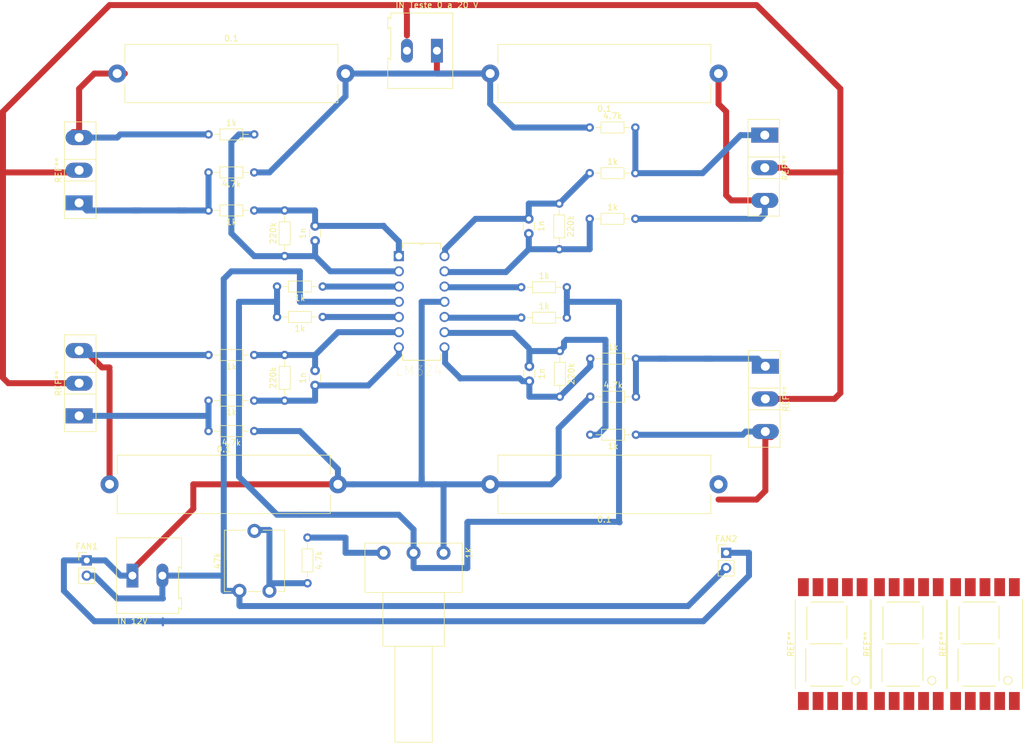
<source format=kicad_pcb>
(kicad_pcb (version 20171130) (host pcbnew 5.0.2-bee76a0~70~ubuntu18.10.1)

  (general
    (thickness 1.6)
    (drawings 1)
    (tracks 237)
    (zones 0)
    (modules 43)
    (nets 1)
  )

  (page A4)
  (layers
    (0 F.Cu signal)
    (31 B.Cu signal)
    (32 B.Adhes user)
    (33 F.Adhes user)
    (34 B.Paste user)
    (35 F.Paste user)
    (36 B.SilkS user)
    (37 F.SilkS user)
    (38 B.Mask user)
    (39 F.Mask user)
    (40 Dwgs.User user)
    (41 Cmts.User user)
    (42 Eco1.User user)
    (43 Eco2.User user)
    (44 Edge.Cuts user)
    (45 Margin user)
    (46 B.CrtYd user)
    (47 F.CrtYd user)
    (48 B.Fab user)
    (49 F.Fab user hide)
  )

  (setup
    (last_trace_width 1)
    (trace_clearance 0.2)
    (zone_clearance 0.508)
    (zone_45_only no)
    (trace_min 0.2)
    (segment_width 0.2)
    (edge_width 0.15)
    (via_size 0.8)
    (via_drill 0.4)
    (via_min_size 0.4)
    (via_min_drill 0.3)
    (uvia_size 0.3)
    (uvia_drill 0.1)
    (uvias_allowed no)
    (uvia_min_size 0.2)
    (uvia_min_drill 0.1)
    (pcb_text_width 0.3)
    (pcb_text_size 1.5 1.5)
    (mod_edge_width 0.15)
    (mod_text_size 1 1)
    (mod_text_width 0.15)
    (pad_size 1.98 3.96)
    (pad_drill 1.32)
    (pad_to_mask_clearance 0.051)
    (solder_mask_min_width 0.25)
    (aux_axis_origin 0 0)
    (visible_elements FFFFFF7F)
    (pcbplotparams
      (layerselection 0x010fc_ffffffff)
      (usegerberextensions false)
      (usegerberattributes false)
      (usegerberadvancedattributes false)
      (creategerberjobfile false)
      (excludeedgelayer true)
      (linewidth 0.100000)
      (plotframeref false)
      (viasonmask false)
      (mode 1)
      (useauxorigin false)
      (hpglpennumber 1)
      (hpglpenspeed 20)
      (hpglpendiameter 15.000000)
      (psnegative false)
      (psa4output false)
      (plotreference true)
      (plotvalue true)
      (plotinvisibletext false)
      (padsonsilk false)
      (subtractmaskfromsilk false)
      (outputformat 1)
      (mirror false)
      (drillshape 1)
      (scaleselection 1)
      (outputdirectory ""))
  )

  (net 0 "")

  (net_class Default "This is the default net class."
    (clearance 0.2)
    (trace_width 1)
    (via_dia 0.8)
    (via_drill 0.4)
    (uvia_dia 0.3)
    (uvia_drill 0.1)
  )

  (module Potentiometer_THT:Potentiometer_Piher_PC-16_Single_Horizontal (layer F.Cu) (tedit 5C353006) (tstamp 5C3786AE)
    (at 107.95 128.27 270)
    (descr "Potentiometer, horizontal, Piher PC-16 Single, http://www.piher-nacesa.com/pdf/20-PC16v03.pdf")
    (tags "Potentiometer horizontal Piher PC-16 Single")
    (fp_text reference 1K (at 0 -14.25 270) (layer F.SilkS)
      (effects (font (size 1 1) (thickness 0.15)))
    )
    (fp_text value Potentiometer_Piher_PC-16_Single_Horizontal (at 0 4.25 270) (layer F.Fab)
      (effects (font (size 1 1) (thickness 0.15)))
    )
    (fp_text user %R (at 2.5 -5 270) (layer F.Fab)
      (effects (font (size 1 1) (thickness 0.15)))
    )
    (fp_line (start 31.75 -13.25) (end -1.75 -13.25) (layer F.CrtYd) (width 0.05))
    (fp_line (start 31.75 3.25) (end 31.75 -13.25) (layer F.CrtYd) (width 0.05))
    (fp_line (start -1.75 3.25) (end 31.75 3.25) (layer F.CrtYd) (width 0.05))
    (fp_line (start -1.75 -13.25) (end -1.75 3.25) (layer F.CrtYd) (width 0.05))
    (fp_line (start 31.62 -8.12) (end 31.62 -1.879) (layer F.SilkS) (width 0.12))
    (fp_line (start 15.62 -8.12) (end 15.62 -1.879) (layer F.SilkS) (width 0.12))
    (fp_line (start 15.62 -1.879) (end 31.62 -1.879) (layer F.SilkS) (width 0.12))
    (fp_line (start 15.62 -8.12) (end 31.62 -8.12) (layer F.SilkS) (width 0.12))
    (fp_line (start 15.62 -10.12) (end 15.62 0.12) (layer F.SilkS) (width 0.12))
    (fp_line (start 6.62 -10.12) (end 6.62 0.12) (layer F.SilkS) (width 0.12))
    (fp_line (start 6.62 0.12) (end 15.62 0.12) (layer F.SilkS) (width 0.12))
    (fp_line (start 6.62 -10.12) (end 15.62 -10.12) (layer F.SilkS) (width 0.12))
    (fp_line (start 6.62 -13.12) (end 6.62 3.12) (layer F.SilkS) (width 0.12))
    (fp_line (start -1.62 -13.12) (end -1.62 3.12) (layer F.SilkS) (width 0.12))
    (fp_line (start -1.62 3.12) (end 6.62 3.12) (layer F.SilkS) (width 0.12))
    (fp_line (start -1.62 -13.12) (end 6.62 -13.12) (layer F.SilkS) (width 0.12))
    (fp_line (start 31.5 -8) (end 15.5 -8) (layer F.Fab) (width 0.1))
    (fp_line (start 31.5 -2) (end 31.5 -8) (layer F.Fab) (width 0.1))
    (fp_line (start 15.5 -2) (end 31.5 -2) (layer F.Fab) (width 0.1))
    (fp_line (start 15.5 -8) (end 15.5 -2) (layer F.Fab) (width 0.1))
    (fp_line (start 15.5 -10) (end 6.5 -10) (layer F.Fab) (width 0.1))
    (fp_line (start 15.5 0) (end 15.5 -10) (layer F.Fab) (width 0.1))
    (fp_line (start 6.5 0) (end 15.5 0) (layer F.Fab) (width 0.1))
    (fp_line (start 6.5 -10) (end 6.5 0) (layer F.Fab) (width 0.1))
    (fp_line (start 6.5 -13) (end -1.5 -13) (layer F.Fab) (width 0.1))
    (fp_line (start 6.5 3) (end 6.5 -13) (layer F.Fab) (width 0.1))
    (fp_line (start -1.5 3) (end 6.5 3) (layer F.Fab) (width 0.1))
    (fp_line (start -1.5 -13) (end -1.5 3) (layer F.Fab) (width 0.1))
    (pad 1 thru_hole circle (at 0 0 270) (size 2.34 2.34) (drill 1.3) (layers *.Cu *.Mask))
    (pad 2 thru_hole circle (at 0 -5 270) (size 2.34 2.34) (drill 1.3) (layers *.Cu *.Mask))
    (pad 3 thru_hole circle (at 0 -10 270) (size 2.34 2.34) (drill 1.3) (layers *.Cu *.Mask))
    (model ${KISYS3DMOD}/Potentiometer_THT.3dshapes/Potentiometer_Piher_PC-16_Single_Horizontal.wrl
      (at (xyz 0 0 0))
      (scale (xyz 1 1 1))
      (rotate (xyz 0 0 0))
    )
    (model /home/fgl27/Downloads/kicad-library-master/modules/packages3d/Potentiometers.3dshapes/Potentiometer_Alps_RK163_Single_Vertical.wrl
      (at (xyz 0 0 0))
      (scale (xyz 1 1 1))
      (rotate (xyz 0 0 0))
    )
  )

  (module Display_7Segment:7SEGMENT-LED__HDSM531_HDSM533_SMD (layer F.Cu) (tedit 5BE687C7) (tstamp 5C396072)
    (at 195.58 143.51 90)
    (descr "7-Segment Display, HDSM53x, https://docs.broadcom.com/docs/AV02-0713EN")
    (tags "7segment LED HDSM531 HDSM533")
    (solder_paste_margin -0.2)
    (attr smd)
    (fp_text reference REF** (at 0 -7 90) (layer F.SilkS)
      (effects (font (size 1 1) (thickness 0.15)))
    )
    (fp_text value 7SEGMENT-LED__HDSM531_HDSM533_SMD (at 0 7 90) (layer F.Fab)
      (effects (font (size 1 1) (thickness 0.15)))
    )
    (fp_text user %R (at 0 0 90) (layer F.Fab)
      (effects (font (size 1 1) (thickness 0.15)))
    )
    (fp_line (start -6.125 2.35) (end -0.625 2.35) (layer F.SilkS) (width 0.15))
    (fp_line (start -6.3 -4.5) (end -0.8 -4.5) (layer F.SilkS) (width 0.15))
    (fp_line (start 0.75 -4.325) (end 6.25 -4.325) (layer F.SilkS) (width 0.15))
    (fp_line (start 0.85 2.35) (end 6.35 2.35) (layer F.SilkS) (width 0.15))
    (fp_line (start 7.025 -3.675) (end 7.025 1.825) (layer F.SilkS) (width 0.15))
    (fp_line (start 0.05 -3.825) (end 0.05 1.675) (layer F.SilkS) (width 0.15))
    (fp_line (start -7.025 -3.725) (end -7.025 1.775) (layer F.SilkS) (width 0.15))
    (fp_line (start -7.425 6.25) (end 7.425 6.25) (layer F.SilkS) (width 0.15))
    (fp_line (start 7.425 -6.25) (end -7.425 -6.25) (layer F.SilkS) (width 0.15))
    (fp_circle (center -6.075 3.825) (end -6.75 3.925) (layer F.SilkS) (width 0.15))
    (fp_line (start 9 6) (end 9 -6) (layer F.Fab) (width 0.1))
    (fp_line (start 9 -6) (end -8 -6) (layer F.Fab) (width 0.1))
    (fp_line (start -8 -6) (end -9 -5) (layer F.Fab) (width 0.1))
    (fp_line (start -9 -5) (end -9 6) (layer F.Fab) (width 0.1))
    (fp_line (start -9 6) (end 9 6) (layer F.Fab) (width 0.1))
    (fp_line (start 11.5 -6.5) (end 11.5 6.5) (layer F.CrtYd) (width 0.05))
    (fp_line (start 11.5 6.5) (end -11.5 6.5) (layer F.CrtYd) (width 0.05))
    (fp_line (start -11.5 6.5) (end -11.5 -6.5) (layer F.CrtYd) (width 0.05))
    (fp_line (start -11.5 -6.5) (end 11.5 -6.5) (layer F.CrtYd) (width 0.05))
    (pad 3 smd rect (at -9.5 0) (size 1.8 3) (layers F.Cu F.Paste F.Mask)
      (solder_paste_margin -0.2))
    (pad 2 smd rect (at -9.5 -2.45) (size 1.8 3) (layers F.Cu F.Paste F.Mask)
      (solder_paste_margin -0.2))
    (pad 1 smd rect (at -9.5 -4.9) (size 1.8 3) (layers F.Cu F.Paste F.Mask)
      (solder_paste_margin -0.2))
    (pad 4 smd rect (at -9.5 2.45) (size 1.8 3) (layers F.Cu F.Paste F.Mask)
      (solder_paste_margin -0.2))
    (pad 5 smd rect (at -9.5 4.9) (size 1.8 3) (layers F.Cu F.Paste F.Mask)
      (solder_paste_margin -0.2))
    (pad 6 smd rect (at 9.5 4.9) (size 1.8 3) (layers F.Cu F.Paste F.Mask)
      (solder_paste_margin -0.2))
    (pad 7 smd rect (at 9.5 2.45) (size 1.8 3) (layers F.Cu F.Paste F.Mask)
      (solder_paste_margin -0.2))
    (pad 8 smd rect (at 9.5 0) (size 1.8 3) (layers F.Cu F.Paste F.Mask)
      (solder_paste_margin -0.2))
    (pad 9 smd rect (at 9.5 -2.45) (size 1.8 3) (layers F.Cu F.Paste F.Mask)
      (solder_paste_margin -0.2))
    (pad 10 smd rect (at 9.5 -4.9) (size 1.8 3) (layers F.Cu F.Paste F.Mask)
      (solder_paste_margin -0.2))
    (model ${KISYS3DMOD}/Display_7Segment.3dshapes/7SEGMENT-LED__HDSM531_HDSM533_SMD.wrl
      (at (xyz 0 0 0))
      (scale (xyz 1 1 1))
      (rotate (xyz 0 0 0))
    )
  )

  (module Display_7Segment:7SEGMENT-LED__HDSM531_HDSM533_SMD (layer F.Cu) (tedit 5BE687C7) (tstamp 5C39606E)
    (at 182.88 143.51 90)
    (descr "7-Segment Display, HDSM53x, https://docs.broadcom.com/docs/AV02-0713EN")
    (tags "7segment LED HDSM531 HDSM533")
    (solder_paste_margin -0.2)
    (attr smd)
    (fp_text reference REF** (at 0 -7 90) (layer F.SilkS)
      (effects (font (size 1 1) (thickness 0.15)))
    )
    (fp_text value 7SEGMENT-LED__HDSM531_HDSM533_SMD (at 0 7 90) (layer F.Fab)
      (effects (font (size 1 1) (thickness 0.15)))
    )
    (fp_line (start -11.5 -6.5) (end 11.5 -6.5) (layer F.CrtYd) (width 0.05))
    (fp_line (start -11.5 6.5) (end -11.5 -6.5) (layer F.CrtYd) (width 0.05))
    (fp_line (start 11.5 6.5) (end -11.5 6.5) (layer F.CrtYd) (width 0.05))
    (fp_line (start 11.5 -6.5) (end 11.5 6.5) (layer F.CrtYd) (width 0.05))
    (fp_line (start -9 6) (end 9 6) (layer F.Fab) (width 0.1))
    (fp_line (start -9 -5) (end -9 6) (layer F.Fab) (width 0.1))
    (fp_line (start -8 -6) (end -9 -5) (layer F.Fab) (width 0.1))
    (fp_line (start 9 -6) (end -8 -6) (layer F.Fab) (width 0.1))
    (fp_line (start 9 6) (end 9 -6) (layer F.Fab) (width 0.1))
    (fp_circle (center -6.075 3.825) (end -6.75 3.925) (layer F.SilkS) (width 0.15))
    (fp_line (start 7.425 -6.25) (end -7.425 -6.25) (layer F.SilkS) (width 0.15))
    (fp_line (start -7.425 6.25) (end 7.425 6.25) (layer F.SilkS) (width 0.15))
    (fp_line (start -7.025 -3.725) (end -7.025 1.775) (layer F.SilkS) (width 0.15))
    (fp_line (start 0.05 -3.825) (end 0.05 1.675) (layer F.SilkS) (width 0.15))
    (fp_line (start 7.025 -3.675) (end 7.025 1.825) (layer F.SilkS) (width 0.15))
    (fp_line (start 0.85 2.35) (end 6.35 2.35) (layer F.SilkS) (width 0.15))
    (fp_line (start 0.75 -4.325) (end 6.25 -4.325) (layer F.SilkS) (width 0.15))
    (fp_line (start -6.3 -4.5) (end -0.8 -4.5) (layer F.SilkS) (width 0.15))
    (fp_line (start -6.125 2.35) (end -0.625 2.35) (layer F.SilkS) (width 0.15))
    (fp_text user %R (at 0 0 90) (layer F.Fab)
      (effects (font (size 1 1) (thickness 0.15)))
    )
    (pad 10 smd rect (at 9.5 -4.9) (size 1.8 3) (layers F.Cu F.Paste F.Mask)
      (solder_paste_margin -0.2))
    (pad 9 smd rect (at 9.5 -2.45) (size 1.8 3) (layers F.Cu F.Paste F.Mask)
      (solder_paste_margin -0.2))
    (pad 8 smd rect (at 9.5 0) (size 1.8 3) (layers F.Cu F.Paste F.Mask)
      (solder_paste_margin -0.2))
    (pad 7 smd rect (at 9.5 2.45) (size 1.8 3) (layers F.Cu F.Paste F.Mask)
      (solder_paste_margin -0.2))
    (pad 6 smd rect (at 9.5 4.9) (size 1.8 3) (layers F.Cu F.Paste F.Mask)
      (solder_paste_margin -0.2))
    (pad 5 smd rect (at -9.5 4.9) (size 1.8 3) (layers F.Cu F.Paste F.Mask)
      (solder_paste_margin -0.2))
    (pad 4 smd rect (at -9.5 2.45) (size 1.8 3) (layers F.Cu F.Paste F.Mask)
      (solder_paste_margin -0.2))
    (pad 1 smd rect (at -9.5 -4.9) (size 1.8 3) (layers F.Cu F.Paste F.Mask)
      (solder_paste_margin -0.2))
    (pad 2 smd rect (at -9.5 -2.45) (size 1.8 3) (layers F.Cu F.Paste F.Mask)
      (solder_paste_margin -0.2))
    (pad 3 smd rect (at -9.5 0) (size 1.8 3) (layers F.Cu F.Paste F.Mask)
      (solder_paste_margin -0.2))
    (model ${KISYS3DMOD}/Display_7Segment.3dshapes/7SEGMENT-LED__HDSM531_HDSM533_SMD.wrl
      (at (xyz 0 0 0))
      (scale (xyz 1 1 1))
      (rotate (xyz 0 0 0))
    )
  )

  (module Display_7Segment:7SEGMENT-LED__HDSM531_HDSM533_SMD (layer F.Cu) (tedit 5BE687C7) (tstamp 5C396072)
    (at 208.28 143.51 90)
    (descr "7-Segment Display, HDSM53x, https://docs.broadcom.com/docs/AV02-0713EN")
    (tags "7segment LED HDSM531 HDSM533")
    (solder_paste_margin -0.2)
    (attr smd)
    (fp_text reference REF** (at 0 -7 90) (layer F.SilkS)
      (effects (font (size 1 1) (thickness 0.15)))
    )
    (fp_text value 7SEGMENT-LED__HDSM531_HDSM533_SMD (at 0 7 90) (layer F.Fab)
      (effects (font (size 1 1) (thickness 0.15)))
    )
    (fp_text user %R (at 0 0 90) (layer F.Fab)
      (effects (font (size 1 1) (thickness 0.15)))
    )
    (fp_line (start -6.125 2.35) (end -0.625 2.35) (layer F.SilkS) (width 0.15))
    (fp_line (start -6.3 -4.5) (end -0.8 -4.5) (layer F.SilkS) (width 0.15))
    (fp_line (start 0.75 -4.325) (end 6.25 -4.325) (layer F.SilkS) (width 0.15))
    (fp_line (start 0.85 2.35) (end 6.35 2.35) (layer F.SilkS) (width 0.15))
    (fp_line (start 7.025 -3.675) (end 7.025 1.825) (layer F.SilkS) (width 0.15))
    (fp_line (start 0.05 -3.825) (end 0.05 1.675) (layer F.SilkS) (width 0.15))
    (fp_line (start -7.025 -3.725) (end -7.025 1.775) (layer F.SilkS) (width 0.15))
    (fp_line (start -7.425 6.25) (end 7.425 6.25) (layer F.SilkS) (width 0.15))
    (fp_line (start 7.425 -6.25) (end -7.425 -6.25) (layer F.SilkS) (width 0.15))
    (fp_circle (center -6.075 3.825) (end -6.75 3.925) (layer F.SilkS) (width 0.15))
    (fp_line (start 9 6) (end 9 -6) (layer F.Fab) (width 0.1))
    (fp_line (start 9 -6) (end -8 -6) (layer F.Fab) (width 0.1))
    (fp_line (start -8 -6) (end -9 -5) (layer F.Fab) (width 0.1))
    (fp_line (start -9 -5) (end -9 6) (layer F.Fab) (width 0.1))
    (fp_line (start -9 6) (end 9 6) (layer F.Fab) (width 0.1))
    (fp_line (start 11.5 -6.5) (end 11.5 6.5) (layer F.CrtYd) (width 0.05))
    (fp_line (start 11.5 6.5) (end -11.5 6.5) (layer F.CrtYd) (width 0.05))
    (fp_line (start -11.5 6.5) (end -11.5 -6.5) (layer F.CrtYd) (width 0.05))
    (fp_line (start -11.5 -6.5) (end 11.5 -6.5) (layer F.CrtYd) (width 0.05))
    (pad 3 smd rect (at -9.5 0) (size 1.8 3) (layers F.Cu F.Paste F.Mask)
      (solder_paste_margin -0.2))
    (pad 2 smd rect (at -9.5 -2.45) (size 1.8 3) (layers F.Cu F.Paste F.Mask)
      (solder_paste_margin -0.2))
    (pad 1 smd rect (at -9.5 -4.9) (size 1.8 3) (layers F.Cu F.Paste F.Mask)
      (solder_paste_margin -0.2))
    (pad 4 smd rect (at -9.5 2.45) (size 1.8 3) (layers F.Cu F.Paste F.Mask)
      (solder_paste_margin -0.2))
    (pad 5 smd rect (at -9.5 4.9) (size 1.8 3) (layers F.Cu F.Paste F.Mask)
      (solder_paste_margin -0.2))
    (pad 6 smd rect (at 9.5 4.9) (size 1.8 3) (layers F.Cu F.Paste F.Mask)
      (solder_paste_margin -0.2))
    (pad 7 smd rect (at 9.5 2.45) (size 1.8 3) (layers F.Cu F.Paste F.Mask)
      (solder_paste_margin -0.2))
    (pad 8 smd rect (at 9.5 0) (size 1.8 3) (layers F.Cu F.Paste F.Mask)
      (solder_paste_margin -0.2))
    (pad 9 smd rect (at 9.5 -2.45) (size 1.8 3) (layers F.Cu F.Paste F.Mask)
      (solder_paste_margin -0.2))
    (pad 10 smd rect (at 9.5 -4.9) (size 1.8 3) (layers F.Cu F.Paste F.Mask)
      (solder_paste_margin -0.2))
    (model ${KISYS3DMOD}/Display_7Segment.3dshapes/7SEGMENT-LED__HDSM531_HDSM533_SMD.wrl
      (at (xyz 0 0 0))
      (scale (xyz 1 1 1))
      (rotate (xyz 0 0 0))
    )
  )

  (module TerminalBlock:TerminalBlock_Altech_AK300-2_P5.00mm (layer F.Cu) (tedit 5C3554DD) (tstamp 5C39711F)
    (at 116.84 44.45 180)
    (descr "Altech AK300 terminal block, pitch 5.0mm, 45 degree angled, see http://www.mouser.com/ds/2/16/PCBMETRC-24178.pdf")
    (tags "Altech AK300 terminal block pitch 5.0mm")
    (fp_text reference "IN Teste 0 a 20 V" (at 0 7.62 180) (layer F.SilkS)
      (effects (font (size 1 1) (thickness 0.15)))
    )
    (fp_text value TerminalBlock_Altech_AK300-2_P5.00mm (at 2.78 7.75 180) (layer F.Fab)
      (effects (font (size 1 1) (thickness 0.15)))
    )
    (fp_arc (start -1.13 -4.65) (end -1.42 -4.13) (angle 104.2) (layer F.Fab) (width 0.1))
    (fp_arc (start -0.01 -3.71) (end -1.62 -5) (angle 100) (layer F.Fab) (width 0.1))
    (fp_arc (start 0.06 -6.07) (end 1.53 -4.12) (angle 75.5) (layer F.Fab) (width 0.1))
    (fp_arc (start 1.03 -4.59) (end 1.53 -5.05) (angle 90.5) (layer F.Fab) (width 0.1))
    (fp_arc (start 3.87 -4.65) (end 3.58 -4.13) (angle 104.2) (layer F.Fab) (width 0.1))
    (fp_arc (start 4.99 -3.71) (end 3.39 -5) (angle 100) (layer F.Fab) (width 0.1))
    (fp_arc (start 5.07 -6.07) (end 6.53 -4.12) (angle 75.5) (layer F.Fab) (width 0.1))
    (fp_arc (start 6.03 -4.59) (end 6.54 -5.05) (angle 90.5) (layer F.Fab) (width 0.1))
    (fp_line (start 8.36 6.47) (end -2.83 6.47) (layer F.CrtYd) (width 0.05))
    (fp_line (start 8.36 6.47) (end 8.36 -6.47) (layer F.CrtYd) (width 0.05))
    (fp_line (start -2.83 -6.47) (end -2.83 6.47) (layer F.CrtYd) (width 0.05))
    (fp_line (start -2.83 -6.47) (end 8.36 -6.47) (layer F.CrtYd) (width 0.05))
    (fp_line (start 3.36 -0.25) (end 6.67 -0.25) (layer F.Fab) (width 0.1))
    (fp_line (start 2.98 -0.25) (end 3.36 -0.25) (layer F.Fab) (width 0.1))
    (fp_line (start 7.05 -0.25) (end 6.67 -0.25) (layer F.Fab) (width 0.1))
    (fp_line (start 6.67 -0.64) (end 3.36 -0.64) (layer F.Fab) (width 0.1))
    (fp_line (start 7.61 -0.64) (end 6.67 -0.64) (layer F.Fab) (width 0.1))
    (fp_line (start 1.66 -0.64) (end 3.36 -0.64) (layer F.Fab) (width 0.1))
    (fp_line (start -1.64 -0.64) (end 1.66 -0.64) (layer F.Fab) (width 0.1))
    (fp_line (start -2.58 -0.64) (end -1.64 -0.64) (layer F.Fab) (width 0.1))
    (fp_line (start 1.66 -0.25) (end -1.64 -0.25) (layer F.Fab) (width 0.1))
    (fp_line (start 2.04 -0.25) (end 1.66 -0.25) (layer F.Fab) (width 0.1))
    (fp_line (start -2.02 -0.25) (end -1.64 -0.25) (layer F.Fab) (width 0.1))
    (fp_line (start -1.49 -4.32) (end 1.56 -4.95) (layer F.Fab) (width 0.1))
    (fp_line (start -1.62 -4.45) (end 1.44 -5.08) (layer F.Fab) (width 0.1))
    (fp_line (start 3.52 -4.32) (end 6.56 -4.95) (layer F.Fab) (width 0.1))
    (fp_line (start 3.39 -4.45) (end 6.44 -5.08) (layer F.Fab) (width 0.1))
    (fp_line (start 2.04 -5.97) (end -2.02 -5.97) (layer F.Fab) (width 0.1))
    (fp_line (start -2.02 -3.43) (end -2.02 -5.97) (layer F.Fab) (width 0.1))
    (fp_line (start 2.04 -3.43) (end -2.02 -3.43) (layer F.Fab) (width 0.1))
    (fp_line (start 2.04 -3.43) (end 2.04 -5.97) (layer F.Fab) (width 0.1))
    (fp_line (start 7.05 -3.43) (end 2.98 -3.43) (layer F.Fab) (width 0.1))
    (fp_line (start 7.05 -5.97) (end 7.05 -3.43) (layer F.Fab) (width 0.1))
    (fp_line (start 2.98 -5.97) (end 7.05 -5.97) (layer F.Fab) (width 0.1))
    (fp_line (start 2.98 -3.43) (end 2.98 -5.97) (layer F.Fab) (width 0.1))
    (fp_line (start 7.61 -3.17) (end 7.61 -1.65) (layer F.Fab) (width 0.1))
    (fp_line (start -2.58 -3.17) (end -2.58 -6.22) (layer F.Fab) (width 0.1))
    (fp_line (start -2.58 -3.17) (end 7.61 -3.17) (layer F.Fab) (width 0.1))
    (fp_line (start 7.61 -0.64) (end 7.61 4.06) (layer F.Fab) (width 0.1))
    (fp_line (start 7.61 -1.65) (end 7.61 -0.64) (layer F.Fab) (width 0.1))
    (fp_line (start -2.58 -0.64) (end -2.58 -3.17) (layer F.Fab) (width 0.1))
    (fp_line (start -2.58 6.22) (end -2.58 -0.64) (layer F.Fab) (width 0.1))
    (fp_line (start 6.67 0.51) (end 6.28 0.51) (layer F.Fab) (width 0.1))
    (fp_line (start 3.36 0.51) (end 3.74 0.51) (layer F.Fab) (width 0.1))
    (fp_line (start 1.66 0.51) (end 1.28 0.51) (layer F.Fab) (width 0.1))
    (fp_line (start -1.64 0.51) (end -1.26 0.51) (layer F.Fab) (width 0.1))
    (fp_line (start -1.64 3.68) (end -1.64 0.51) (layer F.Fab) (width 0.1))
    (fp_line (start 1.66 3.68) (end -1.64 3.68) (layer F.Fab) (width 0.1))
    (fp_line (start 1.66 3.68) (end 1.66 0.51) (layer F.Fab) (width 0.1))
    (fp_line (start 3.36 3.68) (end 3.36 0.51) (layer F.Fab) (width 0.1))
    (fp_line (start 6.67 3.68) (end 3.36 3.68) (layer F.Fab) (width 0.1))
    (fp_line (start 6.67 3.68) (end 6.67 0.51) (layer F.Fab) (width 0.1))
    (fp_line (start -2.02 4.32) (end -2.02 6.22) (layer F.Fab) (width 0.1))
    (fp_line (start 2.04 4.32) (end 2.04 -0.25) (layer F.Fab) (width 0.1))
    (fp_line (start 2.04 4.32) (end -2.02 4.32) (layer F.Fab) (width 0.1))
    (fp_line (start 7.05 4.32) (end 7.05 6.22) (layer F.Fab) (width 0.1))
    (fp_line (start 2.98 4.32) (end 2.98 -0.25) (layer F.Fab) (width 0.1))
    (fp_line (start 2.98 4.32) (end 7.05 4.32) (layer F.Fab) (width 0.1))
    (fp_line (start -2.02 6.22) (end 2.04 6.22) (layer F.Fab) (width 0.1))
    (fp_line (start -2.58 6.22) (end -2.02 6.22) (layer F.Fab) (width 0.1))
    (fp_line (start -2.02 -0.25) (end -2.02 4.32) (layer F.Fab) (width 0.1))
    (fp_line (start 2.04 6.22) (end 2.98 6.22) (layer F.Fab) (width 0.1))
    (fp_line (start 2.04 6.22) (end 2.04 4.32) (layer F.Fab) (width 0.1))
    (fp_line (start 7.05 6.22) (end 7.61 6.22) (layer F.Fab) (width 0.1))
    (fp_line (start 2.98 6.22) (end 7.05 6.22) (layer F.Fab) (width 0.1))
    (fp_line (start 7.05 -0.25) (end 7.05 4.32) (layer F.Fab) (width 0.1))
    (fp_line (start 2.98 6.22) (end 2.98 4.32) (layer F.Fab) (width 0.1))
    (fp_line (start 8.11 3.81) (end 8.11 5.46) (layer F.Fab) (width 0.1))
    (fp_line (start 7.61 4.06) (end 7.61 5.21) (layer F.Fab) (width 0.1))
    (fp_line (start 8.11 3.81) (end 7.61 4.06) (layer F.Fab) (width 0.1))
    (fp_line (start 7.61 5.21) (end 7.61 6.22) (layer F.Fab) (width 0.1))
    (fp_line (start 8.11 5.46) (end 7.61 5.21) (layer F.Fab) (width 0.1))
    (fp_line (start 8.11 -1.4) (end 7.61 -1.65) (layer F.Fab) (width 0.1))
    (fp_line (start 8.11 -6.22) (end 8.11 -1.4) (layer F.Fab) (width 0.1))
    (fp_line (start 7.61 -6.22) (end 8.11 -6.22) (layer F.Fab) (width 0.1))
    (fp_line (start 7.61 -6.22) (end -2.58 -6.22) (layer F.Fab) (width 0.1))
    (fp_line (start 7.61 -6.22) (end 7.61 -3.17) (layer F.Fab) (width 0.1))
    (fp_line (start 3.74 2.54) (end 3.74 -0.25) (layer F.Fab) (width 0.1))
    (fp_line (start 3.74 -0.25) (end 6.28 -0.25) (layer F.Fab) (width 0.1))
    (fp_line (start 6.28 2.54) (end 6.28 -0.25) (layer F.Fab) (width 0.1))
    (fp_line (start 3.74 2.54) (end 6.28 2.54) (layer F.Fab) (width 0.1))
    (fp_line (start -1.26 2.54) (end -1.26 -0.25) (layer F.Fab) (width 0.1))
    (fp_line (start -1.26 -0.25) (end 1.28 -0.25) (layer F.Fab) (width 0.1))
    (fp_line (start 1.28 2.54) (end 1.28 -0.25) (layer F.Fab) (width 0.1))
    (fp_line (start -1.26 2.54) (end 1.28 2.54) (layer F.Fab) (width 0.1))
    (fp_line (start 8.2 -6.3) (end -2.65 -6.3) (layer F.SilkS) (width 0.12))
    (fp_line (start 8.2 -1.2) (end 8.2 -6.3) (layer F.SilkS) (width 0.12))
    (fp_line (start 7.7 -1.5) (end 8.2 -1.2) (layer F.SilkS) (width 0.12))
    (fp_line (start 7.7 3.9) (end 7.7 -1.5) (layer F.SilkS) (width 0.12))
    (fp_line (start 8.2 3.65) (end 7.7 3.9) (layer F.SilkS) (width 0.12))
    (fp_line (start 8.2 3.7) (end 8.2 3.65) (layer F.SilkS) (width 0.12))
    (fp_line (start 8.2 5.6) (end 8.2 3.7) (layer F.SilkS) (width 0.12))
    (fp_line (start 7.7 5.35) (end 8.2 5.6) (layer F.SilkS) (width 0.12))
    (fp_line (start 7.7 6.3) (end 7.7 5.35) (layer F.SilkS) (width 0.12))
    (fp_line (start -2.65 6.3) (end 7.7 6.3) (layer F.SilkS) (width 0.12))
    (fp_line (start -2.65 -6.3) (end -2.65 6.3) (layer F.SilkS) (width 0.12))
    (fp_text user %R (at 2.5 -2 180) (layer F.Fab)
      (effects (font (size 1 1) (thickness 0.15)))
    )
    (pad 2 thru_hole oval (at 5 0 180) (size 1.98 3.96) (drill 1.32) (layers *.Cu *.Mask))
    (pad 1 thru_hole rect (at 0 0 180) (size 1.98 3.96) (drill 1.32) (layers *.Cu *.Mask))
    (model /home/fgl27/Downloads/TerminalBlock_Altech.3dshapes/Altech_AK300_1x02_P5.00mm_45-Degree.wrl
      (at (xyz 0 0 0))
      (scale (xyz 1 1 0.9))
      (rotate (xyz 0 0 0))
    )
  )

  (module Resistor_THT:R_Axial_DIN0204_L3.6mm_D1.6mm_P7.62mm_Horizontal (layer F.Cu) (tedit 5C353495) (tstamp 5C381987)
    (at 95.25 125.73 270)
    (descr "Resistor, Axial_DIN0204 series, Axial, Horizontal, pin pitch=7.62mm, 0.167W, length*diameter=3.6*1.6mm^2, http://cdn-reichelt.de/documents/datenblatt/B400/1_4W%23YAG.pdf")
    (tags "Resistor Axial_DIN0204 series Axial Horizontal pin pitch 7.62mm 0.167W length 3.6mm diameter 1.6mm")
    (fp_text reference 4.7k (at 3.81 -1.92 270) (layer F.SilkS)
      (effects (font (size 1 1) (thickness 0.15)))
    )
    (fp_text value R_Axial_DIN0204_L3.6mm_D1.6mm_P7.62mm_Horizontal (at 3.81 1.92 270) (layer F.Fab)
      (effects (font (size 1 1) (thickness 0.15)))
    )
    (fp_text user %R (at 3.81 0 270) (layer F.Fab)
      (effects (font (size 0.72 0.72) (thickness 0.108)))
    )
    (fp_line (start 8.57 -1.05) (end -0.95 -1.05) (layer F.CrtYd) (width 0.05))
    (fp_line (start 8.57 1.05) (end 8.57 -1.05) (layer F.CrtYd) (width 0.05))
    (fp_line (start -0.95 1.05) (end 8.57 1.05) (layer F.CrtYd) (width 0.05))
    (fp_line (start -0.95 -1.05) (end -0.95 1.05) (layer F.CrtYd) (width 0.05))
    (fp_line (start 6.68 0) (end 5.73 0) (layer F.SilkS) (width 0.12))
    (fp_line (start 0.94 0) (end 1.89 0) (layer F.SilkS) (width 0.12))
    (fp_line (start 5.73 -0.92) (end 1.89 -0.92) (layer F.SilkS) (width 0.12))
    (fp_line (start 5.73 0.92) (end 5.73 -0.92) (layer F.SilkS) (width 0.12))
    (fp_line (start 1.89 0.92) (end 5.73 0.92) (layer F.SilkS) (width 0.12))
    (fp_line (start 1.89 -0.92) (end 1.89 0.92) (layer F.SilkS) (width 0.12))
    (fp_line (start 7.62 0) (end 5.61 0) (layer F.Fab) (width 0.1))
    (fp_line (start 0 0) (end 2.01 0) (layer F.Fab) (width 0.1))
    (fp_line (start 5.61 -0.8) (end 2.01 -0.8) (layer F.Fab) (width 0.1))
    (fp_line (start 5.61 0.8) (end 5.61 -0.8) (layer F.Fab) (width 0.1))
    (fp_line (start 2.01 0.8) (end 5.61 0.8) (layer F.Fab) (width 0.1))
    (fp_line (start 2.01 -0.8) (end 2.01 0.8) (layer F.Fab) (width 0.1))
    (pad 2 thru_hole oval (at 7.62 0 270) (size 1.4 1.4) (drill 0.7) (layers *.Cu *.Mask))
    (pad 1 thru_hole circle (at 0 0 270) (size 1.4 1.4) (drill 0.7) (layers *.Cu *.Mask))
    (model ${KISYS3DMOD}/Resistor_THT.3dshapes/R_Axial_DIN0204_L3.6mm_D1.6mm_P7.62mm_Horizontal.wrl
      (at (xyz 0 0 0))
      (scale (xyz 1 1 1))
      (rotate (xyz 0 0 0))
    )
  )

  (module Resistor_THT:R_Axial_DIN0204_L3.6mm_D1.6mm_P7.62mm_Horizontal (layer F.Cu) (tedit 5C3531DA) (tstamp 5C37EB7C)
    (at 130.903984 83.940041)
    (descr "Resistor, Axial_DIN0204 series, Axial, Horizontal, pin pitch=7.62mm, 0.167W, length*diameter=3.6*1.6mm^2, http://cdn-reichelt.de/documents/datenblatt/B400/1_4W%23YAG.pdf")
    (tags "Resistor Axial_DIN0204 series Axial Horizontal pin pitch 7.62mm 0.167W length 3.6mm diameter 1.6mm")
    (fp_text reference 1k (at 3.81 -1.92) (layer F.SilkS)
      (effects (font (size 1 1) (thickness 0.15)))
    )
    (fp_text value R_Axial_DIN0204_L3.6mm_D1.6mm_P7.62mm_Horizontal (at 3.81 1.92) (layer F.Fab)
      (effects (font (size 1 1) (thickness 0.15)))
    )
    (fp_text user %R (at 3.81 0) (layer F.Fab)
      (effects (font (size 0.72 0.72) (thickness 0.108)))
    )
    (fp_line (start 8.57 -1.05) (end -0.95 -1.05) (layer F.CrtYd) (width 0.05))
    (fp_line (start 8.57 1.05) (end 8.57 -1.05) (layer F.CrtYd) (width 0.05))
    (fp_line (start -0.95 1.05) (end 8.57 1.05) (layer F.CrtYd) (width 0.05))
    (fp_line (start -0.95 -1.05) (end -0.95 1.05) (layer F.CrtYd) (width 0.05))
    (fp_line (start 6.68 0) (end 5.73 0) (layer F.SilkS) (width 0.12))
    (fp_line (start 0.94 0) (end 1.89 0) (layer F.SilkS) (width 0.12))
    (fp_line (start 5.73 -0.92) (end 1.89 -0.92) (layer F.SilkS) (width 0.12))
    (fp_line (start 5.73 0.92) (end 5.73 -0.92) (layer F.SilkS) (width 0.12))
    (fp_line (start 1.89 0.92) (end 5.73 0.92) (layer F.SilkS) (width 0.12))
    (fp_line (start 1.89 -0.92) (end 1.89 0.92) (layer F.SilkS) (width 0.12))
    (fp_line (start 7.62 0) (end 5.61 0) (layer F.Fab) (width 0.1))
    (fp_line (start 0 0) (end 2.01 0) (layer F.Fab) (width 0.1))
    (fp_line (start 5.61 -0.8) (end 2.01 -0.8) (layer F.Fab) (width 0.1))
    (fp_line (start 5.61 0.8) (end 5.61 -0.8) (layer F.Fab) (width 0.1))
    (fp_line (start 2.01 0.8) (end 5.61 0.8) (layer F.Fab) (width 0.1))
    (fp_line (start 2.01 -0.8) (end 2.01 0.8) (layer F.Fab) (width 0.1))
    (pad 2 thru_hole oval (at 7.62 0) (size 1.4 1.4) (drill 0.7) (layers *.Cu *.Mask))
    (pad 1 thru_hole circle (at 0 0) (size 1.4 1.4) (drill 0.7) (layers *.Cu *.Mask))
    (model ${KISYS3DMOD}/Resistor_THT.3dshapes/R_Axial_DIN0204_L3.6mm_D1.6mm_P7.62mm_Horizontal.wrl
      (at (xyz 0 0 0))
      (scale (xyz 1 1 1))
      (rotate (xyz 0 0 0))
    )
  )

  (module Resistor_THT:R_Axial_DIN0204_L3.6mm_D1.6mm_P7.62mm_Horizontal (layer F.Cu) (tedit 5C353607) (tstamp 5C37EB03)
    (at 137.253984 69.970041 270)
    (descr "Resistor, Axial_DIN0204 series, Axial, Horizontal, pin pitch=7.62mm, 0.167W, length*diameter=3.6*1.6mm^2, http://cdn-reichelt.de/documents/datenblatt/B400/1_4W%23YAG.pdf")
    (tags "Resistor Axial_DIN0204 series Axial Horizontal pin pitch 7.62mm 0.167W length 3.6mm diameter 1.6mm")
    (fp_text reference 220k (at 3.81 -1.92 270) (layer F.SilkS)
      (effects (font (size 1 1) (thickness 0.15)))
    )
    (fp_text value R_Axial_DIN0204_L3.6mm_D1.6mm_P7.62mm_Horizontal (at 3.81 1.92 270) (layer F.Fab) hide
      (effects (font (size 1 1) (thickness 0.15)))
    )
    (fp_text user %R (at 3.81 0 270) (layer F.Fab)
      (effects (font (size 0.72 0.72) (thickness 0.108)))
    )
    (fp_line (start 8.57 -1.05) (end -0.95 -1.05) (layer F.CrtYd) (width 0.05))
    (fp_line (start 8.57 1.05) (end 8.57 -1.05) (layer F.CrtYd) (width 0.05))
    (fp_line (start -0.95 1.05) (end 8.57 1.05) (layer F.CrtYd) (width 0.05))
    (fp_line (start -0.95 -1.05) (end -0.95 1.05) (layer F.CrtYd) (width 0.05))
    (fp_line (start 6.68 0) (end 5.73 0) (layer F.SilkS) (width 0.12))
    (fp_line (start 0.94 0) (end 1.89 0) (layer F.SilkS) (width 0.12))
    (fp_line (start 5.73 -0.92) (end 1.89 -0.92) (layer F.SilkS) (width 0.12))
    (fp_line (start 5.73 0.92) (end 5.73 -0.92) (layer F.SilkS) (width 0.12))
    (fp_line (start 1.89 0.92) (end 5.73 0.92) (layer F.SilkS) (width 0.12))
    (fp_line (start 1.89 -0.92) (end 1.89 0.92) (layer F.SilkS) (width 0.12))
    (fp_line (start 7.62 0) (end 5.61 0) (layer F.Fab) (width 0.1))
    (fp_line (start 0 0) (end 2.01 0) (layer F.Fab) (width 0.1))
    (fp_line (start 5.61 -0.8) (end 2.01 -0.8) (layer F.Fab) (width 0.1))
    (fp_line (start 5.61 0.8) (end 5.61 -0.8) (layer F.Fab) (width 0.1))
    (fp_line (start 2.01 0.8) (end 5.61 0.8) (layer F.Fab) (width 0.1))
    (fp_line (start 2.01 -0.8) (end 2.01 0.8) (layer F.Fab) (width 0.1))
    (pad 2 thru_hole oval (at 7.62 0 270) (size 1.4 1.4) (drill 0.7) (layers *.Cu *.Mask))
    (pad 1 thru_hole circle (at 0 0 270) (size 1.4 1.4) (drill 0.7) (layers *.Cu *.Mask))
    (model ${KISYS3DMOD}/Resistor_THT.3dshapes/R_Axial_DIN0204_L3.6mm_D1.6mm_P7.62mm_Horizontal.wrl
      (at (xyz 0 0 0))
      (scale (xyz 1 1 1))
      (rotate (xyz 0 0 0))
    )
  )

  (module library:TO-247-3_Vertical (layer F.Cu) (tedit 5AC86DC3) (tstamp 5C37EAEC)
    (at 171.637968 97.130082 270)
    (descr "TO-247-3, Vertical, RM 5.45mm, see https://toshiba.semicon-storage.com/us/product/mosfet/to-247-4l.html")
    (tags "TO-247-3 Vertical RM 5.45mm")
    (fp_text reference REF** (at 5.45 -3.45 270) (layer F.SilkS)
      (effects (font (size 1 1) (thickness 0.15)))
    )
    (fp_text value TO-247-3_Vertical (at 5.45 3.95 270) (layer F.Fab)
      (effects (font (size 1 1) (thickness 0.15)))
    )
    (fp_line (start -2.5 -2.33) (end -2.5 2.7) (layer F.Fab) (width 0.1))
    (fp_line (start -2.5 2.7) (end 13.4 2.7) (layer F.Fab) (width 0.1))
    (fp_line (start 13.4 2.7) (end 13.4 -2.33) (layer F.Fab) (width 0.1))
    (fp_line (start 13.4 -2.33) (end -2.5 -2.33) (layer F.Fab) (width 0.1))
    (fp_line (start 3.645 -2.33) (end 3.645 2.7) (layer F.Fab) (width 0.1))
    (fp_line (start 7.255 -2.33) (end 7.255 2.7) (layer F.Fab) (width 0.1))
    (fp_line (start -2.62 -2.451) (end 13.52 -2.451) (layer F.SilkS) (width 0.12))
    (fp_line (start -2.62 2.82) (end 13.52 2.82) (layer F.SilkS) (width 0.12))
    (fp_line (start -2.62 -2.451) (end -2.62 2.82) (layer F.SilkS) (width 0.12))
    (fp_line (start 13.52 -2.451) (end 13.52 2.82) (layer F.SilkS) (width 0.12))
    (fp_line (start 3.646 -2.451) (end 3.646 2.82) (layer F.SilkS) (width 0.12))
    (fp_line (start 7.255 -2.451) (end 7.255 2.82) (layer F.SilkS) (width 0.12))
    (fp_line (start -2.75 -2.59) (end -2.75 2.95) (layer F.CrtYd) (width 0.05))
    (fp_line (start -2.75 2.95) (end 13.65 2.95) (layer F.CrtYd) (width 0.05))
    (fp_line (start 13.65 2.95) (end 13.65 -2.59) (layer F.CrtYd) (width 0.05))
    (fp_line (start 13.65 -2.59) (end -2.75 -2.59) (layer F.CrtYd) (width 0.05))
    (fp_text user %R (at 5.45 -3.45 270) (layer F.Fab)
      (effects (font (size 1 1) (thickness 0.15)))
    )
    (pad 1 thru_hole rect (at 0 0 270) (size 2.5 4.5) (drill 1.5) (layers *.Cu *.Mask))
    (pad 2 thru_hole oval (at 5.45 0 270) (size 2.5 4.5) (drill 1.5) (layers *.Cu *.Mask))
    (pad 3 thru_hole oval (at 10.9 0 270) (size 2.5 4.5) (drill 1.5) (layers *.Cu *.Mask))
    (model ${KISYS3DMOD}/Package_TO_SOT_THT.3dshapes/TO-247-3_Vertical.wrl
      (at (xyz 0 0 0))
      (scale (xyz 1 1 1))
      (rotate (xyz 0 0 0))
    )
  )

  (module Capacitor_THT:C_Disc_D3.0mm_W1.6mm_P2.50mm (layer F.Cu) (tedit 5C353103) (tstamp 5C37EADA)
    (at 132.173984 72.510041 270)
    (descr "C, Disc series, Radial, pin pitch=2.50mm, , diameter*width=3.0*1.6mm^2, Capacitor, http://www.vishay.com/docs/45233/krseries.pdf")
    (tags "C Disc series Radial pin pitch 2.50mm  diameter 3.0mm width 1.6mm Capacitor")
    (fp_text reference 1n (at 1.25 -2.05 270) (layer F.SilkS)
      (effects (font (size 1 1) (thickness 0.15)))
    )
    (fp_text value C_Disc_D3.0mm_W1.6mm_P2.50mm (at 1.25 2.05 270) (layer F.Fab)
      (effects (font (size 1 1) (thickness 0.15)))
    )
    (fp_text user %R (at 1.25 0 270) (layer F.Fab)
      (effects (font (size 0.6 0.6) (thickness 0.09)))
    )
    (fp_line (start 3.55 -1.05) (end -1.05 -1.05) (layer F.CrtYd) (width 0.05))
    (fp_line (start 3.55 1.05) (end 3.55 -1.05) (layer F.CrtYd) (width 0.05))
    (fp_line (start -1.05 1.05) (end 3.55 1.05) (layer F.CrtYd) (width 0.05))
    (fp_line (start -1.05 -1.05) (end -1.05 1.05) (layer F.CrtYd) (width 0.05))
    (fp_line (start 0.621 0.92) (end 1.879 0.92) (layer F.SilkS) (width 0.12))
    (fp_line (start 0.621 -0.92) (end 1.879 -0.92) (layer F.SilkS) (width 0.12))
    (fp_line (start 2.75 -0.8) (end -0.25 -0.8) (layer F.Fab) (width 0.1))
    (fp_line (start 2.75 0.8) (end 2.75 -0.8) (layer F.Fab) (width 0.1))
    (fp_line (start -0.25 0.8) (end 2.75 0.8) (layer F.Fab) (width 0.1))
    (fp_line (start -0.25 -0.8) (end -0.25 0.8) (layer F.Fab) (width 0.1))
    (pad 2 thru_hole circle (at 2.5 0 270) (size 1.6 1.6) (drill 0.8) (layers *.Cu *.Mask))
    (pad 1 thru_hole circle (at 0 0 270) (size 1.6 1.6) (drill 0.8) (layers *.Cu *.Mask))
    (model ${KISYS3DMOD}/Capacitor_THT.3dshapes/C_Disc_D3.0mm_W1.6mm_P2.50mm.wrl
      (at (xyz 0 0 0))
      (scale (xyz 1 1 1))
      (rotate (xyz 0 0 0))
    )
  )

  (module Resistor_THT:R_Axial_DIN0204_L3.6mm_D1.6mm_P7.62mm_Horizontal (layer F.Cu) (tedit 5C353607) (tstamp 5C37EAC2)
    (at 137.347968 94.590082 270)
    (descr "Resistor, Axial_DIN0204 series, Axial, Horizontal, pin pitch=7.62mm, 0.167W, length*diameter=3.6*1.6mm^2, http://cdn-reichelt.de/documents/datenblatt/B400/1_4W%23YAG.pdf")
    (tags "Resistor Axial_DIN0204 series Axial Horizontal pin pitch 7.62mm 0.167W length 3.6mm diameter 1.6mm")
    (fp_text reference 220k (at 3.81 -1.92 270) (layer F.SilkS)
      (effects (font (size 1 1) (thickness 0.15)))
    )
    (fp_text value R_Axial_DIN0204_L3.6mm_D1.6mm_P7.62mm_Horizontal (at 3.81 1.92 270) (layer F.Fab) hide
      (effects (font (size 1 1) (thickness 0.15)))
    )
    (fp_line (start 2.01 -0.8) (end 2.01 0.8) (layer F.Fab) (width 0.1))
    (fp_line (start 2.01 0.8) (end 5.61 0.8) (layer F.Fab) (width 0.1))
    (fp_line (start 5.61 0.8) (end 5.61 -0.8) (layer F.Fab) (width 0.1))
    (fp_line (start 5.61 -0.8) (end 2.01 -0.8) (layer F.Fab) (width 0.1))
    (fp_line (start 0 0) (end 2.01 0) (layer F.Fab) (width 0.1))
    (fp_line (start 7.62 0) (end 5.61 0) (layer F.Fab) (width 0.1))
    (fp_line (start 1.89 -0.92) (end 1.89 0.92) (layer F.SilkS) (width 0.12))
    (fp_line (start 1.89 0.92) (end 5.73 0.92) (layer F.SilkS) (width 0.12))
    (fp_line (start 5.73 0.92) (end 5.73 -0.92) (layer F.SilkS) (width 0.12))
    (fp_line (start 5.73 -0.92) (end 1.89 -0.92) (layer F.SilkS) (width 0.12))
    (fp_line (start 0.94 0) (end 1.89 0) (layer F.SilkS) (width 0.12))
    (fp_line (start 6.68 0) (end 5.73 0) (layer F.SilkS) (width 0.12))
    (fp_line (start -0.95 -1.05) (end -0.95 1.05) (layer F.CrtYd) (width 0.05))
    (fp_line (start -0.95 1.05) (end 8.57 1.05) (layer F.CrtYd) (width 0.05))
    (fp_line (start 8.57 1.05) (end 8.57 -1.05) (layer F.CrtYd) (width 0.05))
    (fp_line (start 8.57 -1.05) (end -0.95 -1.05) (layer F.CrtYd) (width 0.05))
    (fp_text user %R (at 3.81 0 270) (layer F.Fab)
      (effects (font (size 0.72 0.72) (thickness 0.108)))
    )
    (pad 1 thru_hole circle (at 0 0 270) (size 1.4 1.4) (drill 0.7) (layers *.Cu *.Mask))
    (pad 2 thru_hole oval (at 7.62 0 270) (size 1.4 1.4) (drill 0.7) (layers *.Cu *.Mask))
    (model ${KISYS3DMOD}/Resistor_THT.3dshapes/R_Axial_DIN0204_L3.6mm_D1.6mm_P7.62mm_Horizontal.wrl
      (at (xyz 0 0 0))
      (scale (xyz 1 1 1))
      (rotate (xyz 0 0 0))
    )
  )

  (module Resistor_THT:R_Axial_Shunt_L35.3mm_W9.5mm_PS25.40mm_P38.10mm (layer F.Cu) (tedit 5C353337) (tstamp 5C37EAAB)
    (at 163.83 116.84 180)
    (descr "Resistor, Axial_Shunt series, Box, pin pitch=38.1mm, 7W, length*width*height=35.3*9.5*9.5mm^3, shunt pin pitch = 25.40mm, http://www.vishay.com/docs/30217/cpsl.pdf")
    (tags "Resistor Axial_Shunt series Box pin pitch 38.1mm 7W length 35.3mm width 9.5mm height 9.5mm shunt pin pitch 25.40mm")
    (fp_text reference 0.1 (at 19.05 -5.87 180) (layer F.SilkS)
      (effects (font (size 1 1) (thickness 0.15)))
    )
    (fp_text value R_Axial_Shunt_L35.3mm_W9.5mm_PS25.40mm_P38.10mm (at 19.05 5.87 180) (layer F.Fab)
      (effects (font (size 1 1) (thickness 0.15)))
    )
    (fp_line (start 1.4 -4.75) (end 1.4 4.75) (layer F.Fab) (width 0.1))
    (fp_line (start 1.4 4.75) (end 36.7 4.75) (layer F.Fab) (width 0.1))
    (fp_line (start 36.7 4.75) (end 36.7 -4.75) (layer F.Fab) (width 0.1))
    (fp_line (start 36.7 -4.75) (end 1.4 -4.75) (layer F.Fab) (width 0.1))
    (fp_line (start 0 0) (end 1.4 0) (layer F.Fab) (width 0.1))
    (fp_line (start 38.1 0) (end 36.7 0) (layer F.Fab) (width 0.1))
    (fp_line (start 1.28 -1.74) (end 1.28 -4.87) (layer F.SilkS) (width 0.12))
    (fp_line (start 1.28 -4.87) (end 36.82 -4.87) (layer F.SilkS) (width 0.12))
    (fp_line (start 36.82 -4.87) (end 36.82 -1.74) (layer F.SilkS) (width 0.12))
    (fp_line (start 1.28 1.74) (end 1.28 4.87) (layer F.SilkS) (width 0.12))
    (fp_line (start 1.28 4.87) (end 36.82 4.87) (layer F.SilkS) (width 0.12))
    (fp_line (start 36.82 4.87) (end 36.82 1.74) (layer F.SilkS) (width 0.12))
    (fp_line (start -1.75 -5) (end -1.75 5) (layer F.CrtYd) (width 0.05))
    (fp_line (start -1.75 5) (end 39.85 5) (layer F.CrtYd) (width 0.05))
    (fp_line (start 39.85 5) (end 39.85 -5) (layer F.CrtYd) (width 0.05))
    (fp_line (start 39.85 -5) (end -1.75 -5) (layer F.CrtYd) (width 0.05))
    (fp_text user %R (at 19.05 0 180) (layer F.Fab)
      (effects (font (size 1 1) (thickness 0.15)))
    )
    (pad 1 thru_hole circle (at 0 0 180) (size 3 3) (drill 1.5) (layers *.Cu *.Mask))
    (pad 4 thru_hole oval (at 38.1 0 180) (size 3 3) (drill 1.5) (layers *.Cu *.Mask))
    (model ${KISYS3DMOD}/Resistor_THT.3dshapes/R_Axial_Shunt_L35.3mm_W9.5mm_PS25.40mm_P38.10mm.wrl
      (at (xyz 0 0 0))
      (scale (xyz 1 1 1))
      (rotate (xyz 0 0 0))
    )
  )

  (module Resistor_THT:R_Axial_DIN0204_L3.6mm_D1.6mm_P7.62mm_Horizontal (layer F.Cu) (tedit 5C3531DA) (tstamp 5C37EA8F)
    (at 130.903984 89.020041)
    (descr "Resistor, Axial_DIN0204 series, Axial, Horizontal, pin pitch=7.62mm, 0.167W, length*diameter=3.6*1.6mm^2, http://cdn-reichelt.de/documents/datenblatt/B400/1_4W%23YAG.pdf")
    (tags "Resistor Axial_DIN0204 series Axial Horizontal pin pitch 7.62mm 0.167W length 3.6mm diameter 1.6mm")
    (fp_text reference 1k (at 3.81 -1.92) (layer F.SilkS)
      (effects (font (size 1 1) (thickness 0.15)))
    )
    (fp_text value R_Axial_DIN0204_L3.6mm_D1.6mm_P7.62mm_Horizontal (at 3.81 1.92) (layer F.Fab)
      (effects (font (size 1 1) (thickness 0.15)))
    )
    (fp_line (start 2.01 -0.8) (end 2.01 0.8) (layer F.Fab) (width 0.1))
    (fp_line (start 2.01 0.8) (end 5.61 0.8) (layer F.Fab) (width 0.1))
    (fp_line (start 5.61 0.8) (end 5.61 -0.8) (layer F.Fab) (width 0.1))
    (fp_line (start 5.61 -0.8) (end 2.01 -0.8) (layer F.Fab) (width 0.1))
    (fp_line (start 0 0) (end 2.01 0) (layer F.Fab) (width 0.1))
    (fp_line (start 7.62 0) (end 5.61 0) (layer F.Fab) (width 0.1))
    (fp_line (start 1.89 -0.92) (end 1.89 0.92) (layer F.SilkS) (width 0.12))
    (fp_line (start 1.89 0.92) (end 5.73 0.92) (layer F.SilkS) (width 0.12))
    (fp_line (start 5.73 0.92) (end 5.73 -0.92) (layer F.SilkS) (width 0.12))
    (fp_line (start 5.73 -0.92) (end 1.89 -0.92) (layer F.SilkS) (width 0.12))
    (fp_line (start 0.94 0) (end 1.89 0) (layer F.SilkS) (width 0.12))
    (fp_line (start 6.68 0) (end 5.73 0) (layer F.SilkS) (width 0.12))
    (fp_line (start -0.95 -1.05) (end -0.95 1.05) (layer F.CrtYd) (width 0.05))
    (fp_line (start -0.95 1.05) (end 8.57 1.05) (layer F.CrtYd) (width 0.05))
    (fp_line (start 8.57 1.05) (end 8.57 -1.05) (layer F.CrtYd) (width 0.05))
    (fp_line (start 8.57 -1.05) (end -0.95 -1.05) (layer F.CrtYd) (width 0.05))
    (fp_text user %R (at 3.81 0) (layer F.Fab)
      (effects (font (size 0.72 0.72) (thickness 0.108)))
    )
    (pad 1 thru_hole circle (at 0 0) (size 1.4 1.4) (drill 0.7) (layers *.Cu *.Mask))
    (pad 2 thru_hole oval (at 7.62 0) (size 1.4 1.4) (drill 0.7) (layers *.Cu *.Mask))
    (model ${KISYS3DMOD}/Resistor_THT.3dshapes/R_Axial_DIN0204_L3.6mm_D1.6mm_P7.62mm_Horizontal.wrl
      (at (xyz 0 0 0))
      (scale (xyz 1 1 1))
      (rotate (xyz 0 0 0))
    )
  )

  (module Resistor_THT:R_Axial_DIN0204_L3.6mm_D1.6mm_P7.62mm_Horizontal (layer F.Cu) (tedit 5C353495) (tstamp 5C37EA64)
    (at 142.333984 57.270041)
    (descr "Resistor, Axial_DIN0204 series, Axial, Horizontal, pin pitch=7.62mm, 0.167W, length*diameter=3.6*1.6mm^2, http://cdn-reichelt.de/documents/datenblatt/B400/1_4W%23YAG.pdf")
    (tags "Resistor Axial_DIN0204 series Axial Horizontal pin pitch 7.62mm 0.167W length 3.6mm diameter 1.6mm")
    (fp_text reference 4.7k (at 3.81 -1.92) (layer F.SilkS)
      (effects (font (size 1 1) (thickness 0.15)))
    )
    (fp_text value R_Axial_DIN0204_L3.6mm_D1.6mm_P7.62mm_Horizontal (at 3.81 1.92) (layer F.Fab)
      (effects (font (size 1 1) (thickness 0.15)))
    )
    (fp_text user %R (at 3.81 0) (layer F.Fab)
      (effects (font (size 0.72 0.72) (thickness 0.108)))
    )
    (fp_line (start 8.57 -1.05) (end -0.95 -1.05) (layer F.CrtYd) (width 0.05))
    (fp_line (start 8.57 1.05) (end 8.57 -1.05) (layer F.CrtYd) (width 0.05))
    (fp_line (start -0.95 1.05) (end 8.57 1.05) (layer F.CrtYd) (width 0.05))
    (fp_line (start -0.95 -1.05) (end -0.95 1.05) (layer F.CrtYd) (width 0.05))
    (fp_line (start 6.68 0) (end 5.73 0) (layer F.SilkS) (width 0.12))
    (fp_line (start 0.94 0) (end 1.89 0) (layer F.SilkS) (width 0.12))
    (fp_line (start 5.73 -0.92) (end 1.89 -0.92) (layer F.SilkS) (width 0.12))
    (fp_line (start 5.73 0.92) (end 5.73 -0.92) (layer F.SilkS) (width 0.12))
    (fp_line (start 1.89 0.92) (end 5.73 0.92) (layer F.SilkS) (width 0.12))
    (fp_line (start 1.89 -0.92) (end 1.89 0.92) (layer F.SilkS) (width 0.12))
    (fp_line (start 7.62 0) (end 5.61 0) (layer F.Fab) (width 0.1))
    (fp_line (start 0 0) (end 2.01 0) (layer F.Fab) (width 0.1))
    (fp_line (start 5.61 -0.8) (end 2.01 -0.8) (layer F.Fab) (width 0.1))
    (fp_line (start 5.61 0.8) (end 5.61 -0.8) (layer F.Fab) (width 0.1))
    (fp_line (start 2.01 0.8) (end 5.61 0.8) (layer F.Fab) (width 0.1))
    (fp_line (start 2.01 -0.8) (end 2.01 0.8) (layer F.Fab) (width 0.1))
    (pad 2 thru_hole oval (at 7.62 0) (size 1.4 1.4) (drill 0.7) (layers *.Cu *.Mask))
    (pad 1 thru_hole circle (at 0 0) (size 1.4 1.4) (drill 0.7) (layers *.Cu *.Mask))
    (model ${KISYS3DMOD}/Resistor_THT.3dshapes/R_Axial_DIN0204_L3.6mm_D1.6mm_P7.62mm_Horizontal.wrl
      (at (xyz 0 0 0))
      (scale (xyz 1 1 1))
      (rotate (xyz 0 0 0))
    )
  )

  (module Capacitor_THT:C_Disc_D3.0mm_W1.6mm_P2.50mm (layer F.Cu) (tedit 5C353103) (tstamp 5C37EA53)
    (at 132.267968 97.130082 270)
    (descr "C, Disc series, Radial, pin pitch=2.50mm, , diameter*width=3.0*1.6mm^2, Capacitor, http://www.vishay.com/docs/45233/krseries.pdf")
    (tags "C Disc series Radial pin pitch 2.50mm  diameter 3.0mm width 1.6mm Capacitor")
    (fp_text reference 1n (at 1.25 -2.05 270) (layer F.SilkS)
      (effects (font (size 1 1) (thickness 0.15)))
    )
    (fp_text value C_Disc_D3.0mm_W1.6mm_P2.50mm (at 1.25 2.05 270) (layer F.Fab)
      (effects (font (size 1 1) (thickness 0.15)))
    )
    (fp_line (start -0.25 -0.8) (end -0.25 0.8) (layer F.Fab) (width 0.1))
    (fp_line (start -0.25 0.8) (end 2.75 0.8) (layer F.Fab) (width 0.1))
    (fp_line (start 2.75 0.8) (end 2.75 -0.8) (layer F.Fab) (width 0.1))
    (fp_line (start 2.75 -0.8) (end -0.25 -0.8) (layer F.Fab) (width 0.1))
    (fp_line (start 0.621 -0.92) (end 1.879 -0.92) (layer F.SilkS) (width 0.12))
    (fp_line (start 0.621 0.92) (end 1.879 0.92) (layer F.SilkS) (width 0.12))
    (fp_line (start -1.05 -1.05) (end -1.05 1.05) (layer F.CrtYd) (width 0.05))
    (fp_line (start -1.05 1.05) (end 3.55 1.05) (layer F.CrtYd) (width 0.05))
    (fp_line (start 3.55 1.05) (end 3.55 -1.05) (layer F.CrtYd) (width 0.05))
    (fp_line (start 3.55 -1.05) (end -1.05 -1.05) (layer F.CrtYd) (width 0.05))
    (fp_text user %R (at 1.25 0 270) (layer F.Fab)
      (effects (font (size 0.6 0.6) (thickness 0.09)))
    )
    (pad 1 thru_hole circle (at 0 0 270) (size 1.6 1.6) (drill 0.8) (layers *.Cu *.Mask))
    (pad 2 thru_hole circle (at 2.5 0 270) (size 1.6 1.6) (drill 0.8) (layers *.Cu *.Mask))
    (model ${KISYS3DMOD}/Capacitor_THT.3dshapes/C_Disc_D3.0mm_W1.6mm_P2.50mm.wrl
      (at (xyz 0 0 0))
      (scale (xyz 1 1 1))
      (rotate (xyz 0 0 0))
    )
  )

  (module Resistor_THT:R_Axial_DIN0204_L3.6mm_D1.6mm_P7.62mm_Horizontal (layer F.Cu) (tedit 5C3531DA) (tstamp 5C37EA35)
    (at 142.333984 64.890041)
    (descr "Resistor, Axial_DIN0204 series, Axial, Horizontal, pin pitch=7.62mm, 0.167W, length*diameter=3.6*1.6mm^2, http://cdn-reichelt.de/documents/datenblatt/B400/1_4W%23YAG.pdf")
    (tags "Resistor Axial_DIN0204 series Axial Horizontal pin pitch 7.62mm 0.167W length 3.6mm diameter 1.6mm")
    (fp_text reference 1k (at 3.81 -1.92) (layer F.SilkS)
      (effects (font (size 1 1) (thickness 0.15)))
    )
    (fp_text value R_Axial_DIN0204_L3.6mm_D1.6mm_P7.62mm_Horizontal (at 3.81 1.92) (layer F.Fab)
      (effects (font (size 1 1) (thickness 0.15)))
    )
    (fp_line (start 2.01 -0.8) (end 2.01 0.8) (layer F.Fab) (width 0.1))
    (fp_line (start 2.01 0.8) (end 5.61 0.8) (layer F.Fab) (width 0.1))
    (fp_line (start 5.61 0.8) (end 5.61 -0.8) (layer F.Fab) (width 0.1))
    (fp_line (start 5.61 -0.8) (end 2.01 -0.8) (layer F.Fab) (width 0.1))
    (fp_line (start 0 0) (end 2.01 0) (layer F.Fab) (width 0.1))
    (fp_line (start 7.62 0) (end 5.61 0) (layer F.Fab) (width 0.1))
    (fp_line (start 1.89 -0.92) (end 1.89 0.92) (layer F.SilkS) (width 0.12))
    (fp_line (start 1.89 0.92) (end 5.73 0.92) (layer F.SilkS) (width 0.12))
    (fp_line (start 5.73 0.92) (end 5.73 -0.92) (layer F.SilkS) (width 0.12))
    (fp_line (start 5.73 -0.92) (end 1.89 -0.92) (layer F.SilkS) (width 0.12))
    (fp_line (start 0.94 0) (end 1.89 0) (layer F.SilkS) (width 0.12))
    (fp_line (start 6.68 0) (end 5.73 0) (layer F.SilkS) (width 0.12))
    (fp_line (start -0.95 -1.05) (end -0.95 1.05) (layer F.CrtYd) (width 0.05))
    (fp_line (start -0.95 1.05) (end 8.57 1.05) (layer F.CrtYd) (width 0.05))
    (fp_line (start 8.57 1.05) (end 8.57 -1.05) (layer F.CrtYd) (width 0.05))
    (fp_line (start 8.57 -1.05) (end -0.95 -1.05) (layer F.CrtYd) (width 0.05))
    (fp_text user %R (at 3.81 0) (layer F.Fab)
      (effects (font (size 0.72 0.72) (thickness 0.108)))
    )
    (pad 1 thru_hole circle (at 0 0) (size 1.4 1.4) (drill 0.7) (layers *.Cu *.Mask))
    (pad 2 thru_hole oval (at 7.62 0) (size 1.4 1.4) (drill 0.7) (layers *.Cu *.Mask))
    (model ${KISYS3DMOD}/Resistor_THT.3dshapes/R_Axial_DIN0204_L3.6mm_D1.6mm_P7.62mm_Horizontal.wrl
      (at (xyz 0 0 0))
      (scale (xyz 1 1 1))
      (rotate (xyz 0 0 0))
    )
  )

  (module Resistor_THT:R_Axial_DIN0204_L3.6mm_D1.6mm_P7.62mm_Horizontal (layer F.Cu) (tedit 5C353495) (tstamp 5C37EA1A)
    (at 142.427968 102.210082)
    (descr "Resistor, Axial_DIN0204 series, Axial, Horizontal, pin pitch=7.62mm, 0.167W, length*diameter=3.6*1.6mm^2, http://cdn-reichelt.de/documents/datenblatt/B400/1_4W%23YAG.pdf")
    (tags "Resistor Axial_DIN0204 series Axial Horizontal pin pitch 7.62mm 0.167W length 3.6mm diameter 1.6mm")
    (fp_text reference 4.7k (at 3.81 -1.92) (layer F.SilkS)
      (effects (font (size 1 1) (thickness 0.15)))
    )
    (fp_text value R_Axial_DIN0204_L3.6mm_D1.6mm_P7.62mm_Horizontal (at 3.81 1.92) (layer F.Fab)
      (effects (font (size 1 1) (thickness 0.15)))
    )
    (fp_text user %R (at 3.81 0) (layer F.Fab)
      (effects (font (size 0.72 0.72) (thickness 0.108)))
    )
    (fp_line (start 8.57 -1.05) (end -0.95 -1.05) (layer F.CrtYd) (width 0.05))
    (fp_line (start 8.57 1.05) (end 8.57 -1.05) (layer F.CrtYd) (width 0.05))
    (fp_line (start -0.95 1.05) (end 8.57 1.05) (layer F.CrtYd) (width 0.05))
    (fp_line (start -0.95 -1.05) (end -0.95 1.05) (layer F.CrtYd) (width 0.05))
    (fp_line (start 6.68 0) (end 5.73 0) (layer F.SilkS) (width 0.12))
    (fp_line (start 0.94 0) (end 1.89 0) (layer F.SilkS) (width 0.12))
    (fp_line (start 5.73 -0.92) (end 1.89 -0.92) (layer F.SilkS) (width 0.12))
    (fp_line (start 5.73 0.92) (end 5.73 -0.92) (layer F.SilkS) (width 0.12))
    (fp_line (start 1.89 0.92) (end 5.73 0.92) (layer F.SilkS) (width 0.12))
    (fp_line (start 1.89 -0.92) (end 1.89 0.92) (layer F.SilkS) (width 0.12))
    (fp_line (start 7.62 0) (end 5.61 0) (layer F.Fab) (width 0.1))
    (fp_line (start 0 0) (end 2.01 0) (layer F.Fab) (width 0.1))
    (fp_line (start 5.61 -0.8) (end 2.01 -0.8) (layer F.Fab) (width 0.1))
    (fp_line (start 5.61 0.8) (end 5.61 -0.8) (layer F.Fab) (width 0.1))
    (fp_line (start 2.01 0.8) (end 5.61 0.8) (layer F.Fab) (width 0.1))
    (fp_line (start 2.01 -0.8) (end 2.01 0.8) (layer F.Fab) (width 0.1))
    (pad 2 thru_hole oval (at 7.62 0) (size 1.4 1.4) (drill 0.7) (layers *.Cu *.Mask))
    (pad 1 thru_hole circle (at 0 0) (size 1.4 1.4) (drill 0.7) (layers *.Cu *.Mask))
    (model ${KISYS3DMOD}/Resistor_THT.3dshapes/R_Axial_DIN0204_L3.6mm_D1.6mm_P7.62mm_Horizontal.wrl
      (at (xyz 0 0 0))
      (scale (xyz 1 1 1))
      (rotate (xyz 0 0 0))
    )
  )

  (module Resistor_THT:R_Axial_Shunt_L35.3mm_W9.5mm_PS25.40mm_P38.10mm (layer F.Cu) (tedit 5C353337) (tstamp 5C37E9FE)
    (at 163.83 48.26 180)
    (descr "Resistor, Axial_Shunt series, Box, pin pitch=38.1mm, 7W, length*width*height=35.3*9.5*9.5mm^3, shunt pin pitch = 25.40mm, http://www.vishay.com/docs/30217/cpsl.pdf")
    (tags "Resistor Axial_Shunt series Box pin pitch 38.1mm 7W length 35.3mm width 9.5mm height 9.5mm shunt pin pitch 25.40mm")
    (fp_text reference 0.1 (at 19.05 -5.87 180) (layer F.SilkS)
      (effects (font (size 1 1) (thickness 0.15)))
    )
    (fp_text value R_Axial_Shunt_L35.3mm_W9.5mm_PS25.40mm_P38.10mm (at 19.05 5.87 180) (layer F.Fab)
      (effects (font (size 1 1) (thickness 0.15)))
    )
    (fp_text user %R (at 19.05 0 180) (layer F.Fab)
      (effects (font (size 1 1) (thickness 0.15)))
    )
    (fp_line (start 39.85 -5) (end -1.75 -5) (layer F.CrtYd) (width 0.05))
    (fp_line (start 39.85 5) (end 39.85 -5) (layer F.CrtYd) (width 0.05))
    (fp_line (start -1.75 5) (end 39.85 5) (layer F.CrtYd) (width 0.05))
    (fp_line (start -1.75 -5) (end -1.75 5) (layer F.CrtYd) (width 0.05))
    (fp_line (start 36.82 4.87) (end 36.82 1.74) (layer F.SilkS) (width 0.12))
    (fp_line (start 1.28 4.87) (end 36.82 4.87) (layer F.SilkS) (width 0.12))
    (fp_line (start 1.28 1.74) (end 1.28 4.87) (layer F.SilkS) (width 0.12))
    (fp_line (start 36.82 -4.87) (end 36.82 -1.74) (layer F.SilkS) (width 0.12))
    (fp_line (start 1.28 -4.87) (end 36.82 -4.87) (layer F.SilkS) (width 0.12))
    (fp_line (start 1.28 -1.74) (end 1.28 -4.87) (layer F.SilkS) (width 0.12))
    (fp_line (start 38.1 0) (end 36.7 0) (layer F.Fab) (width 0.1))
    (fp_line (start 0 0) (end 1.4 0) (layer F.Fab) (width 0.1))
    (fp_line (start 36.7 -4.75) (end 1.4 -4.75) (layer F.Fab) (width 0.1))
    (fp_line (start 36.7 4.75) (end 36.7 -4.75) (layer F.Fab) (width 0.1))
    (fp_line (start 1.4 4.75) (end 36.7 4.75) (layer F.Fab) (width 0.1))
    (fp_line (start 1.4 -4.75) (end 1.4 4.75) (layer F.Fab) (width 0.1))
    (pad 4 thru_hole oval (at 38.1 0 180) (size 3 3) (drill 1.5) (layers *.Cu *.Mask))
    (pad 1 thru_hole circle (at 0 0 180) (size 3 3) (drill 1.5) (layers *.Cu *.Mask))
    (model ${KISYS3DMOD}/Resistor_THT.3dshapes/R_Axial_Shunt_L35.3mm_W9.5mm_PS25.40mm_P38.10mm.wrl
      (at (xyz 0 0 0))
      (scale (xyz 1 1 1))
      (rotate (xyz 0 0 0))
    )
  )

  (module Resistor_THT:R_Axial_DIN0204_L3.6mm_D1.6mm_P7.62mm_Horizontal (layer F.Cu) (tedit 5C3531DA) (tstamp 5C37E9E6)
    (at 142.333984 72.510041)
    (descr "Resistor, Axial_DIN0204 series, Axial, Horizontal, pin pitch=7.62mm, 0.167W, length*diameter=3.6*1.6mm^2, http://cdn-reichelt.de/documents/datenblatt/B400/1_4W%23YAG.pdf")
    (tags "Resistor Axial_DIN0204 series Axial Horizontal pin pitch 7.62mm 0.167W length 3.6mm diameter 1.6mm")
    (fp_text reference 1k (at 3.81 -1.92) (layer F.SilkS)
      (effects (font (size 1 1) (thickness 0.15)))
    )
    (fp_text value R_Axial_DIN0204_L3.6mm_D1.6mm_P7.62mm_Horizontal (at 3.81 1.92) (layer F.Fab)
      (effects (font (size 1 1) (thickness 0.15)))
    )
    (fp_text user %R (at 3.81 0) (layer F.Fab)
      (effects (font (size 0.72 0.72) (thickness 0.108)))
    )
    (fp_line (start 8.57 -1.05) (end -0.95 -1.05) (layer F.CrtYd) (width 0.05))
    (fp_line (start 8.57 1.05) (end 8.57 -1.05) (layer F.CrtYd) (width 0.05))
    (fp_line (start -0.95 1.05) (end 8.57 1.05) (layer F.CrtYd) (width 0.05))
    (fp_line (start -0.95 -1.05) (end -0.95 1.05) (layer F.CrtYd) (width 0.05))
    (fp_line (start 6.68 0) (end 5.73 0) (layer F.SilkS) (width 0.12))
    (fp_line (start 0.94 0) (end 1.89 0) (layer F.SilkS) (width 0.12))
    (fp_line (start 5.73 -0.92) (end 1.89 -0.92) (layer F.SilkS) (width 0.12))
    (fp_line (start 5.73 0.92) (end 5.73 -0.92) (layer F.SilkS) (width 0.12))
    (fp_line (start 1.89 0.92) (end 5.73 0.92) (layer F.SilkS) (width 0.12))
    (fp_line (start 1.89 -0.92) (end 1.89 0.92) (layer F.SilkS) (width 0.12))
    (fp_line (start 7.62 0) (end 5.61 0) (layer F.Fab) (width 0.1))
    (fp_line (start 0 0) (end 2.01 0) (layer F.Fab) (width 0.1))
    (fp_line (start 5.61 -0.8) (end 2.01 -0.8) (layer F.Fab) (width 0.1))
    (fp_line (start 5.61 0.8) (end 5.61 -0.8) (layer F.Fab) (width 0.1))
    (fp_line (start 2.01 0.8) (end 5.61 0.8) (layer F.Fab) (width 0.1))
    (fp_line (start 2.01 -0.8) (end 2.01 0.8) (layer F.Fab) (width 0.1))
    (pad 2 thru_hole oval (at 7.62 0) (size 1.4 1.4) (drill 0.7) (layers *.Cu *.Mask))
    (pad 1 thru_hole circle (at 0 0) (size 1.4 1.4) (drill 0.7) (layers *.Cu *.Mask))
    (model ${KISYS3DMOD}/Resistor_THT.3dshapes/R_Axial_DIN0204_L3.6mm_D1.6mm_P7.62mm_Horizontal.wrl
      (at (xyz 0 0 0))
      (scale (xyz 1 1 1))
      (rotate (xyz 0 0 0))
    )
  )

  (module library:TO-247-3_Vertical (layer F.Cu) (tedit 5AC86DC3) (tstamp 5C37E9CE)
    (at 171.543984 58.540041 270)
    (descr "TO-247-3, Vertical, RM 5.45mm, see https://toshiba.semicon-storage.com/us/product/mosfet/to-247-4l.html")
    (tags "TO-247-3 Vertical RM 5.45mm")
    (fp_text reference REF** (at 5.45 -3.45 270) (layer F.SilkS)
      (effects (font (size 1 1) (thickness 0.15)))
    )
    (fp_text value TO-247-3_Vertical (at 5.45 3.95 270) (layer F.Fab)
      (effects (font (size 1 1) (thickness 0.15)))
    )
    (fp_line (start -2.5 -2.33) (end -2.5 2.7) (layer F.Fab) (width 0.1))
    (fp_line (start -2.5 2.7) (end 13.4 2.7) (layer F.Fab) (width 0.1))
    (fp_line (start 13.4 2.7) (end 13.4 -2.33) (layer F.Fab) (width 0.1))
    (fp_line (start 13.4 -2.33) (end -2.5 -2.33) (layer F.Fab) (width 0.1))
    (fp_line (start 3.645 -2.33) (end 3.645 2.7) (layer F.Fab) (width 0.1))
    (fp_line (start 7.255 -2.33) (end 7.255 2.7) (layer F.Fab) (width 0.1))
    (fp_line (start -2.62 -2.451) (end 13.52 -2.451) (layer F.SilkS) (width 0.12))
    (fp_line (start -2.62 2.82) (end 13.52 2.82) (layer F.SilkS) (width 0.12))
    (fp_line (start -2.62 -2.451) (end -2.62 2.82) (layer F.SilkS) (width 0.12))
    (fp_line (start 13.52 -2.451) (end 13.52 2.82) (layer F.SilkS) (width 0.12))
    (fp_line (start 3.646 -2.451) (end 3.646 2.82) (layer F.SilkS) (width 0.12))
    (fp_line (start 7.255 -2.451) (end 7.255 2.82) (layer F.SilkS) (width 0.12))
    (fp_line (start -2.75 -2.59) (end -2.75 2.95) (layer F.CrtYd) (width 0.05))
    (fp_line (start -2.75 2.95) (end 13.65 2.95) (layer F.CrtYd) (width 0.05))
    (fp_line (start 13.65 2.95) (end 13.65 -2.59) (layer F.CrtYd) (width 0.05))
    (fp_line (start 13.65 -2.59) (end -2.75 -2.59) (layer F.CrtYd) (width 0.05))
    (fp_text user %R (at 5.45 -3.45 270) (layer F.Fab)
      (effects (font (size 1 1) (thickness 0.15)))
    )
    (pad 1 thru_hole rect (at 0 0 270) (size 2.5 4.5) (drill 1.5) (layers *.Cu *.Mask))
    (pad 2 thru_hole oval (at 5.45 0 270) (size 2.5 4.5) (drill 1.5) (layers *.Cu *.Mask))
    (pad 3 thru_hole oval (at 10.9 0 270) (size 2.5 4.5) (drill 1.5) (layers *.Cu *.Mask))
    (model ${KISYS3DMOD}/Package_TO_SOT_THT.3dshapes/TO-247-3_Vertical.wrl
      (at (xyz 0 0 0))
      (scale (xyz 1 1 1))
      (rotate (xyz 0 0 0))
    )
  )

  (module Resistor_THT:R_Axial_DIN0204_L3.6mm_D1.6mm_P7.62mm_Horizontal (layer F.Cu) (tedit 5C3531DA) (tstamp 5C37E9B7)
    (at 150.047968 108.560082 180)
    (descr "Resistor, Axial_DIN0204 series, Axial, Horizontal, pin pitch=7.62mm, 0.167W, length*diameter=3.6*1.6mm^2, http://cdn-reichelt.de/documents/datenblatt/B400/1_4W%23YAG.pdf")
    (tags "Resistor Axial_DIN0204 series Axial Horizontal pin pitch 7.62mm 0.167W length 3.6mm diameter 1.6mm")
    (fp_text reference 1k (at 3.81 -1.92 180) (layer F.SilkS)
      (effects (font (size 1 1) (thickness 0.15)))
    )
    (fp_text value R_Axial_DIN0204_L3.6mm_D1.6mm_P7.62mm_Horizontal (at 3.81 1.92 180) (layer F.Fab)
      (effects (font (size 1 1) (thickness 0.15)))
    )
    (fp_text user %R (at 3.81 0 180) (layer F.Fab)
      (effects (font (size 0.72 0.72) (thickness 0.108)))
    )
    (fp_line (start 8.57 -1.05) (end -0.95 -1.05) (layer F.CrtYd) (width 0.05))
    (fp_line (start 8.57 1.05) (end 8.57 -1.05) (layer F.CrtYd) (width 0.05))
    (fp_line (start -0.95 1.05) (end 8.57 1.05) (layer F.CrtYd) (width 0.05))
    (fp_line (start -0.95 -1.05) (end -0.95 1.05) (layer F.CrtYd) (width 0.05))
    (fp_line (start 6.68 0) (end 5.73 0) (layer F.SilkS) (width 0.12))
    (fp_line (start 0.94 0) (end 1.89 0) (layer F.SilkS) (width 0.12))
    (fp_line (start 5.73 -0.92) (end 1.89 -0.92) (layer F.SilkS) (width 0.12))
    (fp_line (start 5.73 0.92) (end 5.73 -0.92) (layer F.SilkS) (width 0.12))
    (fp_line (start 1.89 0.92) (end 5.73 0.92) (layer F.SilkS) (width 0.12))
    (fp_line (start 1.89 -0.92) (end 1.89 0.92) (layer F.SilkS) (width 0.12))
    (fp_line (start 7.62 0) (end 5.61 0) (layer F.Fab) (width 0.1))
    (fp_line (start 0 0) (end 2.01 0) (layer F.Fab) (width 0.1))
    (fp_line (start 5.61 -0.8) (end 2.01 -0.8) (layer F.Fab) (width 0.1))
    (fp_line (start 5.61 0.8) (end 5.61 -0.8) (layer F.Fab) (width 0.1))
    (fp_line (start 2.01 0.8) (end 5.61 0.8) (layer F.Fab) (width 0.1))
    (fp_line (start 2.01 -0.8) (end 2.01 0.8) (layer F.Fab) (width 0.1))
    (pad 2 thru_hole oval (at 7.62 0 180) (size 1.4 1.4) (drill 0.7) (layers *.Cu *.Mask))
    (pad 1 thru_hole circle (at 0 0 180) (size 1.4 1.4) (drill 0.7) (layers *.Cu *.Mask))
    (model ${KISYS3DMOD}/Resistor_THT.3dshapes/R_Axial_DIN0204_L3.6mm_D1.6mm_P7.62mm_Horizontal.wrl
      (at (xyz 0 0 0))
      (scale (xyz 1 1 1))
      (rotate (xyz 0 0 0))
    )
  )

  (module Resistor_THT:R_Axial_DIN0204_L3.6mm_D1.6mm_P7.62mm_Horizontal (layer F.Cu) (tedit 5C3531DA) (tstamp 5C37E9A0)
    (at 142.427968 95.860082)
    (descr "Resistor, Axial_DIN0204 series, Axial, Horizontal, pin pitch=7.62mm, 0.167W, length*diameter=3.6*1.6mm^2, http://cdn-reichelt.de/documents/datenblatt/B400/1_4W%23YAG.pdf")
    (tags "Resistor Axial_DIN0204 series Axial Horizontal pin pitch 7.62mm 0.167W length 3.6mm diameter 1.6mm")
    (fp_text reference 1k (at 3.81 -1.92) (layer F.SilkS)
      (effects (font (size 1 1) (thickness 0.15)))
    )
    (fp_text value R_Axial_DIN0204_L3.6mm_D1.6mm_P7.62mm_Horizontal (at 3.81 1.92) (layer F.Fab)
      (effects (font (size 1 1) (thickness 0.15)))
    )
    (fp_line (start 2.01 -0.8) (end 2.01 0.8) (layer F.Fab) (width 0.1))
    (fp_line (start 2.01 0.8) (end 5.61 0.8) (layer F.Fab) (width 0.1))
    (fp_line (start 5.61 0.8) (end 5.61 -0.8) (layer F.Fab) (width 0.1))
    (fp_line (start 5.61 -0.8) (end 2.01 -0.8) (layer F.Fab) (width 0.1))
    (fp_line (start 0 0) (end 2.01 0) (layer F.Fab) (width 0.1))
    (fp_line (start 7.62 0) (end 5.61 0) (layer F.Fab) (width 0.1))
    (fp_line (start 1.89 -0.92) (end 1.89 0.92) (layer F.SilkS) (width 0.12))
    (fp_line (start 1.89 0.92) (end 5.73 0.92) (layer F.SilkS) (width 0.12))
    (fp_line (start 5.73 0.92) (end 5.73 -0.92) (layer F.SilkS) (width 0.12))
    (fp_line (start 5.73 -0.92) (end 1.89 -0.92) (layer F.SilkS) (width 0.12))
    (fp_line (start 0.94 0) (end 1.89 0) (layer F.SilkS) (width 0.12))
    (fp_line (start 6.68 0) (end 5.73 0) (layer F.SilkS) (width 0.12))
    (fp_line (start -0.95 -1.05) (end -0.95 1.05) (layer F.CrtYd) (width 0.05))
    (fp_line (start -0.95 1.05) (end 8.57 1.05) (layer F.CrtYd) (width 0.05))
    (fp_line (start 8.57 1.05) (end 8.57 -1.05) (layer F.CrtYd) (width 0.05))
    (fp_line (start 8.57 -1.05) (end -0.95 -1.05) (layer F.CrtYd) (width 0.05))
    (fp_text user %R (at 3.81 0) (layer F.Fab)
      (effects (font (size 0.72 0.72) (thickness 0.108)))
    )
    (pad 1 thru_hole circle (at 0 0) (size 1.4 1.4) (drill 0.7) (layers *.Cu *.Mask))
    (pad 2 thru_hole oval (at 7.62 0) (size 1.4 1.4) (drill 0.7) (layers *.Cu *.Mask))
    (model ${KISYS3DMOD}/Resistor_THT.3dshapes/R_Axial_DIN0204_L3.6mm_D1.6mm_P7.62mm_Horizontal.wrl
      (at (xyz 0 0 0))
      (scale (xyz 1 1 1))
      (rotate (xyz 0 0 0))
    )
  )

  (module Resistor_THT:R_Axial_DIN0204_L3.6mm_D1.6mm_P7.62mm_Horizontal (layer F.Cu) (tedit 5C353495) (tstamp 5C37CDF5)
    (at 86.36 107.95 180)
    (descr "Resistor, Axial_DIN0204 series, Axial, Horizontal, pin pitch=7.62mm, 0.167W, length*diameter=3.6*1.6mm^2, http://cdn-reichelt.de/documents/datenblatt/B400/1_4W%23YAG.pdf")
    (tags "Resistor Axial_DIN0204 series Axial Horizontal pin pitch 7.62mm 0.167W length 3.6mm diameter 1.6mm")
    (fp_text reference 4.7k (at 3.81 -1.92 180) (layer F.SilkS)
      (effects (font (size 1 1) (thickness 0.15)))
    )
    (fp_text value R_Axial_DIN0204_L3.6mm_D1.6mm_P7.62mm_Horizontal (at 3.81 1.92 180) (layer F.Fab)
      (effects (font (size 1 1) (thickness 0.15)))
    )
    (fp_line (start 2.01 -0.8) (end 2.01 0.8) (layer F.Fab) (width 0.1))
    (fp_line (start 2.01 0.8) (end 5.61 0.8) (layer F.Fab) (width 0.1))
    (fp_line (start 5.61 0.8) (end 5.61 -0.8) (layer F.Fab) (width 0.1))
    (fp_line (start 5.61 -0.8) (end 2.01 -0.8) (layer F.Fab) (width 0.1))
    (fp_line (start 0 0) (end 2.01 0) (layer F.Fab) (width 0.1))
    (fp_line (start 7.62 0) (end 5.61 0) (layer F.Fab) (width 0.1))
    (fp_line (start 1.89 -0.92) (end 1.89 0.92) (layer F.SilkS) (width 0.12))
    (fp_line (start 1.89 0.92) (end 5.73 0.92) (layer F.SilkS) (width 0.12))
    (fp_line (start 5.73 0.92) (end 5.73 -0.92) (layer F.SilkS) (width 0.12))
    (fp_line (start 5.73 -0.92) (end 1.89 -0.92) (layer F.SilkS) (width 0.12))
    (fp_line (start 0.94 0) (end 1.89 0) (layer F.SilkS) (width 0.12))
    (fp_line (start 6.68 0) (end 5.73 0) (layer F.SilkS) (width 0.12))
    (fp_line (start -0.95 -1.05) (end -0.95 1.05) (layer F.CrtYd) (width 0.05))
    (fp_line (start -0.95 1.05) (end 8.57 1.05) (layer F.CrtYd) (width 0.05))
    (fp_line (start 8.57 1.05) (end 8.57 -1.05) (layer F.CrtYd) (width 0.05))
    (fp_line (start 8.57 -1.05) (end -0.95 -1.05) (layer F.CrtYd) (width 0.05))
    (fp_text user %R (at 3.81 0 180) (layer F.Fab)
      (effects (font (size 0.72 0.72) (thickness 0.108)))
    )
    (pad 1 thru_hole circle (at 0 0 180) (size 1.4 1.4) (drill 0.7) (layers *.Cu *.Mask))
    (pad 2 thru_hole oval (at 7.62 0 180) (size 1.4 1.4) (drill 0.7) (layers *.Cu *.Mask))
    (model ${KISYS3DMOD}/Resistor_THT.3dshapes/R_Axial_DIN0204_L3.6mm_D1.6mm_P7.62mm_Horizontal.wrl
      (at (xyz 0 0 0))
      (scale (xyz 1 1 1))
      (rotate (xyz 0 0 0))
    )
  )

  (module Resistor_THT:R_Axial_DIN0204_L3.6mm_D1.6mm_P7.62mm_Horizontal (layer F.Cu) (tedit 5C3531DA) (tstamp 5C37CAC3)
    (at 86.36 95.25 180)
    (descr "Resistor, Axial_DIN0204 series, Axial, Horizontal, pin pitch=7.62mm, 0.167W, length*diameter=3.6*1.6mm^2, http://cdn-reichelt.de/documents/datenblatt/B400/1_4W%23YAG.pdf")
    (tags "Resistor Axial_DIN0204 series Axial Horizontal pin pitch 7.62mm 0.167W length 3.6mm diameter 1.6mm")
    (fp_text reference 1k (at 3.81 -1.92 180) (layer F.SilkS)
      (effects (font (size 1 1) (thickness 0.15)))
    )
    (fp_text value R_Axial_DIN0204_L3.6mm_D1.6mm_P7.62mm_Horizontal (at 3.81 1.92 180) (layer F.Fab)
      (effects (font (size 1 1) (thickness 0.15)))
    )
    (fp_line (start 2.01 -0.8) (end 2.01 0.8) (layer F.Fab) (width 0.1))
    (fp_line (start 2.01 0.8) (end 5.61 0.8) (layer F.Fab) (width 0.1))
    (fp_line (start 5.61 0.8) (end 5.61 -0.8) (layer F.Fab) (width 0.1))
    (fp_line (start 5.61 -0.8) (end 2.01 -0.8) (layer F.Fab) (width 0.1))
    (fp_line (start 0 0) (end 2.01 0) (layer F.Fab) (width 0.1))
    (fp_line (start 7.62 0) (end 5.61 0) (layer F.Fab) (width 0.1))
    (fp_line (start 1.89 -0.92) (end 1.89 0.92) (layer F.SilkS) (width 0.12))
    (fp_line (start 1.89 0.92) (end 5.73 0.92) (layer F.SilkS) (width 0.12))
    (fp_line (start 5.73 0.92) (end 5.73 -0.92) (layer F.SilkS) (width 0.12))
    (fp_line (start 5.73 -0.92) (end 1.89 -0.92) (layer F.SilkS) (width 0.12))
    (fp_line (start 0.94 0) (end 1.89 0) (layer F.SilkS) (width 0.12))
    (fp_line (start 6.68 0) (end 5.73 0) (layer F.SilkS) (width 0.12))
    (fp_line (start -0.95 -1.05) (end -0.95 1.05) (layer F.CrtYd) (width 0.05))
    (fp_line (start -0.95 1.05) (end 8.57 1.05) (layer F.CrtYd) (width 0.05))
    (fp_line (start 8.57 1.05) (end 8.57 -1.05) (layer F.CrtYd) (width 0.05))
    (fp_line (start 8.57 -1.05) (end -0.95 -1.05) (layer F.CrtYd) (width 0.05))
    (fp_text user %R (at 3.81 0 180) (layer F.Fab)
      (effects (font (size 0.72 0.72) (thickness 0.108)))
    )
    (pad 1 thru_hole circle (at 0 0 180) (size 1.4 1.4) (drill 0.7) (layers *.Cu *.Mask))
    (pad 2 thru_hole oval (at 7.62 0 180) (size 1.4 1.4) (drill 0.7) (layers *.Cu *.Mask))
    (model ${KISYS3DMOD}/Resistor_THT.3dshapes/R_Axial_DIN0204_L3.6mm_D1.6mm_P7.62mm_Horizontal.wrl
      (at (xyz 0 0 0))
      (scale (xyz 1 1 1))
      (rotate (xyz 0 0 0))
    )
  )

  (module Resistor_THT:R_Axial_Shunt_L35.3mm_W9.5mm_PS25.40mm_P38.10mm (layer F.Cu) (tedit 5C353337) (tstamp 5C37C9F4)
    (at 62.23 116.84)
    (descr "Resistor, Axial_Shunt series, Box, pin pitch=38.1mm, 7W, length*width*height=35.3*9.5*9.5mm^3, shunt pin pitch = 25.40mm, http://www.vishay.com/docs/30217/cpsl.pdf")
    (tags "Resistor Axial_Shunt series Box pin pitch 38.1mm 7W length 35.3mm width 9.5mm height 9.5mm shunt pin pitch 25.40mm")
    (fp_text reference 0.1 (at 19.05 -5.87) (layer F.SilkS)
      (effects (font (size 1 1) (thickness 0.15)))
    )
    (fp_text value R_Axial_Shunt_L35.3mm_W9.5mm_PS25.40mm_P38.10mm (at 19.05 5.87) (layer F.Fab)
      (effects (font (size 1 1) (thickness 0.15)))
    )
    (fp_line (start 1.4 -4.75) (end 1.4 4.75) (layer F.Fab) (width 0.1))
    (fp_line (start 1.4 4.75) (end 36.7 4.75) (layer F.Fab) (width 0.1))
    (fp_line (start 36.7 4.75) (end 36.7 -4.75) (layer F.Fab) (width 0.1))
    (fp_line (start 36.7 -4.75) (end 1.4 -4.75) (layer F.Fab) (width 0.1))
    (fp_line (start 0 0) (end 1.4 0) (layer F.Fab) (width 0.1))
    (fp_line (start 38.1 0) (end 36.7 0) (layer F.Fab) (width 0.1))
    (fp_line (start 1.28 -1.74) (end 1.28 -4.87) (layer F.SilkS) (width 0.12))
    (fp_line (start 1.28 -4.87) (end 36.82 -4.87) (layer F.SilkS) (width 0.12))
    (fp_line (start 36.82 -4.87) (end 36.82 -1.74) (layer F.SilkS) (width 0.12))
    (fp_line (start 1.28 1.74) (end 1.28 4.87) (layer F.SilkS) (width 0.12))
    (fp_line (start 1.28 4.87) (end 36.82 4.87) (layer F.SilkS) (width 0.12))
    (fp_line (start 36.82 4.87) (end 36.82 1.74) (layer F.SilkS) (width 0.12))
    (fp_line (start -1.75 -5) (end -1.75 5) (layer F.CrtYd) (width 0.05))
    (fp_line (start -1.75 5) (end 39.85 5) (layer F.CrtYd) (width 0.05))
    (fp_line (start 39.85 5) (end 39.85 -5) (layer F.CrtYd) (width 0.05))
    (fp_line (start 39.85 -5) (end -1.75 -5) (layer F.CrtYd) (width 0.05))
    (fp_text user %R (at 19.05 0) (layer F.Fab)
      (effects (font (size 1 1) (thickness 0.15)))
    )
    (pad 1 thru_hole circle (at 0 0) (size 3 3) (drill 1.5) (layers *.Cu *.Mask))
    (pad 4 thru_hole oval (at 38.1 0) (size 3 3) (drill 1.5) (layers *.Cu *.Mask))
    (model ${KISYS3DMOD}/Resistor_THT.3dshapes/R_Axial_Shunt_L35.3mm_W9.5mm_PS25.40mm_P38.10mm.wrl
      (at (xyz 0 0 0))
      (scale (xyz 1 1 1))
      (rotate (xyz 0 0 0))
    )
  )

  (module library:TO-247-3_Vertical (layer F.Cu) (tedit 5AC86DC3) (tstamp 5C37C9C0)
    (at 57.15 105.41 90)
    (descr "TO-247-3, Vertical, RM 5.45mm, see https://toshiba.semicon-storage.com/us/product/mosfet/to-247-4l.html")
    (tags "TO-247-3 Vertical RM 5.45mm")
    (fp_text reference REF** (at 5.45 -3.45 90) (layer F.SilkS)
      (effects (font (size 1 1) (thickness 0.15)))
    )
    (fp_text value TO-247-3_Vertical (at 5.45 3.95 90) (layer F.Fab)
      (effects (font (size 1 1) (thickness 0.15)))
    )
    (fp_text user %R (at 5.45 -3.45 90) (layer F.Fab)
      (effects (font (size 1 1) (thickness 0.15)))
    )
    (fp_line (start 13.65 -2.59) (end -2.75 -2.59) (layer F.CrtYd) (width 0.05))
    (fp_line (start 13.65 2.95) (end 13.65 -2.59) (layer F.CrtYd) (width 0.05))
    (fp_line (start -2.75 2.95) (end 13.65 2.95) (layer F.CrtYd) (width 0.05))
    (fp_line (start -2.75 -2.59) (end -2.75 2.95) (layer F.CrtYd) (width 0.05))
    (fp_line (start 7.255 -2.451) (end 7.255 2.82) (layer F.SilkS) (width 0.12))
    (fp_line (start 3.646 -2.451) (end 3.646 2.82) (layer F.SilkS) (width 0.12))
    (fp_line (start 13.52 -2.451) (end 13.52 2.82) (layer F.SilkS) (width 0.12))
    (fp_line (start -2.62 -2.451) (end -2.62 2.82) (layer F.SilkS) (width 0.12))
    (fp_line (start -2.62 2.82) (end 13.52 2.82) (layer F.SilkS) (width 0.12))
    (fp_line (start -2.62 -2.451) (end 13.52 -2.451) (layer F.SilkS) (width 0.12))
    (fp_line (start 7.255 -2.33) (end 7.255 2.7) (layer F.Fab) (width 0.1))
    (fp_line (start 3.645 -2.33) (end 3.645 2.7) (layer F.Fab) (width 0.1))
    (fp_line (start 13.4 -2.33) (end -2.5 -2.33) (layer F.Fab) (width 0.1))
    (fp_line (start 13.4 2.7) (end 13.4 -2.33) (layer F.Fab) (width 0.1))
    (fp_line (start -2.5 2.7) (end 13.4 2.7) (layer F.Fab) (width 0.1))
    (fp_line (start -2.5 -2.33) (end -2.5 2.7) (layer F.Fab) (width 0.1))
    (pad 3 thru_hole oval (at 10.9 0 90) (size 2.5 4.5) (drill 1.5) (layers *.Cu *.Mask))
    (pad 2 thru_hole oval (at 5.45 0 90) (size 2.5 4.5) (drill 1.5) (layers *.Cu *.Mask))
    (pad 1 thru_hole rect (at 0 0 90) (size 2.5 4.5) (drill 1.5) (layers *.Cu *.Mask))
    (model ${KISYS3DMOD}/Package_TO_SOT_THT.3dshapes/TO-247-3_Vertical.wrl
      (at (xyz 0 0 0))
      (scale (xyz 1 1 1))
      (rotate (xyz 0 0 0))
    )
  )

  (module Resistor_THT:R_Axial_DIN0204_L3.6mm_D1.6mm_P7.62mm_Horizontal (layer F.Cu) (tedit 5C3531DA) (tstamp 5C37C991)
    (at 86.36 102.87 180)
    (descr "Resistor, Axial_DIN0204 series, Axial, Horizontal, pin pitch=7.62mm, 0.167W, length*diameter=3.6*1.6mm^2, http://cdn-reichelt.de/documents/datenblatt/B400/1_4W%23YAG.pdf")
    (tags "Resistor Axial_DIN0204 series Axial Horizontal pin pitch 7.62mm 0.167W length 3.6mm diameter 1.6mm")
    (fp_text reference 1k (at 3.81 -1.92 180) (layer F.SilkS)
      (effects (font (size 1 1) (thickness 0.15)))
    )
    (fp_text value R_Axial_DIN0204_L3.6mm_D1.6mm_P7.62mm_Horizontal (at 3.81 1.92 180) (layer F.Fab)
      (effects (font (size 1 1) (thickness 0.15)))
    )
    (fp_text user %R (at 3.81 0 180) (layer F.Fab)
      (effects (font (size 0.72 0.72) (thickness 0.108)))
    )
    (fp_line (start 8.57 -1.05) (end -0.95 -1.05) (layer F.CrtYd) (width 0.05))
    (fp_line (start 8.57 1.05) (end 8.57 -1.05) (layer F.CrtYd) (width 0.05))
    (fp_line (start -0.95 1.05) (end 8.57 1.05) (layer F.CrtYd) (width 0.05))
    (fp_line (start -0.95 -1.05) (end -0.95 1.05) (layer F.CrtYd) (width 0.05))
    (fp_line (start 6.68 0) (end 5.73 0) (layer F.SilkS) (width 0.12))
    (fp_line (start 0.94 0) (end 1.89 0) (layer F.SilkS) (width 0.12))
    (fp_line (start 5.73 -0.92) (end 1.89 -0.92) (layer F.SilkS) (width 0.12))
    (fp_line (start 5.73 0.92) (end 5.73 -0.92) (layer F.SilkS) (width 0.12))
    (fp_line (start 1.89 0.92) (end 5.73 0.92) (layer F.SilkS) (width 0.12))
    (fp_line (start 1.89 -0.92) (end 1.89 0.92) (layer F.SilkS) (width 0.12))
    (fp_line (start 7.62 0) (end 5.61 0) (layer F.Fab) (width 0.1))
    (fp_line (start 0 0) (end 2.01 0) (layer F.Fab) (width 0.1))
    (fp_line (start 5.61 -0.8) (end 2.01 -0.8) (layer F.Fab) (width 0.1))
    (fp_line (start 5.61 0.8) (end 5.61 -0.8) (layer F.Fab) (width 0.1))
    (fp_line (start 2.01 0.8) (end 5.61 0.8) (layer F.Fab) (width 0.1))
    (fp_line (start 2.01 -0.8) (end 2.01 0.8) (layer F.Fab) (width 0.1))
    (pad 2 thru_hole oval (at 7.62 0 180) (size 1.4 1.4) (drill 0.7) (layers *.Cu *.Mask))
    (pad 1 thru_hole circle (at 0 0 180) (size 1.4 1.4) (drill 0.7) (layers *.Cu *.Mask))
    (model ${KISYS3DMOD}/Resistor_THT.3dshapes/R_Axial_DIN0204_L3.6mm_D1.6mm_P7.62mm_Horizontal.wrl
      (at (xyz 0 0 0))
      (scale (xyz 1 1 1))
      (rotate (xyz 0 0 0))
    )
  )

  (module Resistor_THT:R_Axial_DIN0204_L3.6mm_D1.6mm_P7.62mm_Horizontal (layer F.Cu) (tedit 5C353607) (tstamp 5C37C8EB)
    (at 91.44 102.87 90)
    (descr "Resistor, Axial_DIN0204 series, Axial, Horizontal, pin pitch=7.62mm, 0.167W, length*diameter=3.6*1.6mm^2, http://cdn-reichelt.de/documents/datenblatt/B400/1_4W%23YAG.pdf")
    (tags "Resistor Axial_DIN0204 series Axial Horizontal pin pitch 7.62mm 0.167W length 3.6mm diameter 1.6mm")
    (fp_text reference 220k (at 3.81 -1.92 90) (layer F.SilkS)
      (effects (font (size 1 1) (thickness 0.15)))
    )
    (fp_text value R_Axial_DIN0204_L3.6mm_D1.6mm_P7.62mm_Horizontal (at 3.81 1.92 90) (layer F.Fab) hide
      (effects (font (size 1 1) (thickness 0.15)))
    )
    (fp_line (start 2.01 -0.8) (end 2.01 0.8) (layer F.Fab) (width 0.1))
    (fp_line (start 2.01 0.8) (end 5.61 0.8) (layer F.Fab) (width 0.1))
    (fp_line (start 5.61 0.8) (end 5.61 -0.8) (layer F.Fab) (width 0.1))
    (fp_line (start 5.61 -0.8) (end 2.01 -0.8) (layer F.Fab) (width 0.1))
    (fp_line (start 0 0) (end 2.01 0) (layer F.Fab) (width 0.1))
    (fp_line (start 7.62 0) (end 5.61 0) (layer F.Fab) (width 0.1))
    (fp_line (start 1.89 -0.92) (end 1.89 0.92) (layer F.SilkS) (width 0.12))
    (fp_line (start 1.89 0.92) (end 5.73 0.92) (layer F.SilkS) (width 0.12))
    (fp_line (start 5.73 0.92) (end 5.73 -0.92) (layer F.SilkS) (width 0.12))
    (fp_line (start 5.73 -0.92) (end 1.89 -0.92) (layer F.SilkS) (width 0.12))
    (fp_line (start 0.94 0) (end 1.89 0) (layer F.SilkS) (width 0.12))
    (fp_line (start 6.68 0) (end 5.73 0) (layer F.SilkS) (width 0.12))
    (fp_line (start -0.95 -1.05) (end -0.95 1.05) (layer F.CrtYd) (width 0.05))
    (fp_line (start -0.95 1.05) (end 8.57 1.05) (layer F.CrtYd) (width 0.05))
    (fp_line (start 8.57 1.05) (end 8.57 -1.05) (layer F.CrtYd) (width 0.05))
    (fp_line (start 8.57 -1.05) (end -0.95 -1.05) (layer F.CrtYd) (width 0.05))
    (fp_text user %R (at 3.81 0 90) (layer F.Fab)
      (effects (font (size 0.72 0.72) (thickness 0.108)))
    )
    (pad 1 thru_hole circle (at 0 0 90) (size 1.4 1.4) (drill 0.7) (layers *.Cu *.Mask))
    (pad 2 thru_hole oval (at 7.62 0 90) (size 1.4 1.4) (drill 0.7) (layers *.Cu *.Mask))
    (model ${KISYS3DMOD}/Resistor_THT.3dshapes/R_Axial_DIN0204_L3.6mm_D1.6mm_P7.62mm_Horizontal.wrl
      (at (xyz 0 0 0))
      (scale (xyz 1 1 1))
      (rotate (xyz 0 0 0))
    )
  )

  (module Capacitor_THT:C_Disc_D3.0mm_W1.6mm_P2.50mm (layer F.Cu) (tedit 5C353103) (tstamp 5C37C8DB)
    (at 96.52 100.33 90)
    (descr "C, Disc series, Radial, pin pitch=2.50mm, , diameter*width=3.0*1.6mm^2, Capacitor, http://www.vishay.com/docs/45233/krseries.pdf")
    (tags "C Disc series Radial pin pitch 2.50mm  diameter 3.0mm width 1.6mm Capacitor")
    (fp_text reference 1n (at 1.25 -2.05 90) (layer F.SilkS)
      (effects (font (size 1 1) (thickness 0.15)))
    )
    (fp_text value C_Disc_D3.0mm_W1.6mm_P2.50mm (at 1.25 2.05 90) (layer F.Fab)
      (effects (font (size 1 1) (thickness 0.15)))
    )
    (fp_line (start -0.25 -0.8) (end -0.25 0.8) (layer F.Fab) (width 0.1))
    (fp_line (start -0.25 0.8) (end 2.75 0.8) (layer F.Fab) (width 0.1))
    (fp_line (start 2.75 0.8) (end 2.75 -0.8) (layer F.Fab) (width 0.1))
    (fp_line (start 2.75 -0.8) (end -0.25 -0.8) (layer F.Fab) (width 0.1))
    (fp_line (start 0.621 -0.92) (end 1.879 -0.92) (layer F.SilkS) (width 0.12))
    (fp_line (start 0.621 0.92) (end 1.879 0.92) (layer F.SilkS) (width 0.12))
    (fp_line (start -1.05 -1.05) (end -1.05 1.05) (layer F.CrtYd) (width 0.05))
    (fp_line (start -1.05 1.05) (end 3.55 1.05) (layer F.CrtYd) (width 0.05))
    (fp_line (start 3.55 1.05) (end 3.55 -1.05) (layer F.CrtYd) (width 0.05))
    (fp_line (start 3.55 -1.05) (end -1.05 -1.05) (layer F.CrtYd) (width 0.05))
    (fp_text user %R (at 1.25 0 90) (layer F.Fab)
      (effects (font (size 0.6 0.6) (thickness 0.09)))
    )
    (pad 1 thru_hole circle (at 0 0 90) (size 1.6 1.6) (drill 0.8) (layers *.Cu *.Mask))
    (pad 2 thru_hole circle (at 2.5 0 90) (size 1.6 1.6) (drill 0.8) (layers *.Cu *.Mask))
    (model ${KISYS3DMOD}/Capacitor_THT.3dshapes/C_Disc_D3.0mm_W1.6mm_P2.50mm.wrl
      (at (xyz 0 0 0))
      (scale (xyz 1 1 1))
      (rotate (xyz 0 0 0))
    )
  )

  (module Resistor_THT:R_Axial_DIN0204_L3.6mm_D1.6mm_P7.62mm_Horizontal (layer F.Cu) (tedit 5C3531DA) (tstamp 5C37C824)
    (at 97.79 88.9 180)
    (descr "Resistor, Axial_DIN0204 series, Axial, Horizontal, pin pitch=7.62mm, 0.167W, length*diameter=3.6*1.6mm^2, http://cdn-reichelt.de/documents/datenblatt/B400/1_4W%23YAG.pdf")
    (tags "Resistor Axial_DIN0204 series Axial Horizontal pin pitch 7.62mm 0.167W length 3.6mm diameter 1.6mm")
    (fp_text reference 1k (at 3.81 -1.92 180) (layer F.SilkS)
      (effects (font (size 1 1) (thickness 0.15)))
    )
    (fp_text value R_Axial_DIN0204_L3.6mm_D1.6mm_P7.62mm_Horizontal (at 3.81 1.92 180) (layer F.Fab)
      (effects (font (size 1 1) (thickness 0.15)))
    )
    (fp_line (start 2.01 -0.8) (end 2.01 0.8) (layer F.Fab) (width 0.1))
    (fp_line (start 2.01 0.8) (end 5.61 0.8) (layer F.Fab) (width 0.1))
    (fp_line (start 5.61 0.8) (end 5.61 -0.8) (layer F.Fab) (width 0.1))
    (fp_line (start 5.61 -0.8) (end 2.01 -0.8) (layer F.Fab) (width 0.1))
    (fp_line (start 0 0) (end 2.01 0) (layer F.Fab) (width 0.1))
    (fp_line (start 7.62 0) (end 5.61 0) (layer F.Fab) (width 0.1))
    (fp_line (start 1.89 -0.92) (end 1.89 0.92) (layer F.SilkS) (width 0.12))
    (fp_line (start 1.89 0.92) (end 5.73 0.92) (layer F.SilkS) (width 0.12))
    (fp_line (start 5.73 0.92) (end 5.73 -0.92) (layer F.SilkS) (width 0.12))
    (fp_line (start 5.73 -0.92) (end 1.89 -0.92) (layer F.SilkS) (width 0.12))
    (fp_line (start 0.94 0) (end 1.89 0) (layer F.SilkS) (width 0.12))
    (fp_line (start 6.68 0) (end 5.73 0) (layer F.SilkS) (width 0.12))
    (fp_line (start -0.95 -1.05) (end -0.95 1.05) (layer F.CrtYd) (width 0.05))
    (fp_line (start -0.95 1.05) (end 8.57 1.05) (layer F.CrtYd) (width 0.05))
    (fp_line (start 8.57 1.05) (end 8.57 -1.05) (layer F.CrtYd) (width 0.05))
    (fp_line (start 8.57 -1.05) (end -0.95 -1.05) (layer F.CrtYd) (width 0.05))
    (fp_text user %R (at 3.81 0 180) (layer F.Fab)
      (effects (font (size 0.72 0.72) (thickness 0.108)))
    )
    (pad 1 thru_hole circle (at 0 0 180) (size 1.4 1.4) (drill 0.7) (layers *.Cu *.Mask))
    (pad 2 thru_hole oval (at 7.62 0 180) (size 1.4 1.4) (drill 0.7) (layers *.Cu *.Mask))
    (model ${KISYS3DMOD}/Resistor_THT.3dshapes/R_Axial_DIN0204_L3.6mm_D1.6mm_P7.62mm_Horizontal.wrl
      (at (xyz 0 0 0))
      (scale (xyz 1 1 1))
      (rotate (xyz 0 0 0))
    )
  )

  (module Resistor_THT:R_Axial_DIN0204_L3.6mm_D1.6mm_P7.62mm_Horizontal (layer F.Cu) (tedit 5C3531DA) (tstamp 5C379FA1)
    (at 97.79 83.82 180)
    (descr "Resistor, Axial_DIN0204 series, Axial, Horizontal, pin pitch=7.62mm, 0.167W, length*diameter=3.6*1.6mm^2, http://cdn-reichelt.de/documents/datenblatt/B400/1_4W%23YAG.pdf")
    (tags "Resistor Axial_DIN0204 series Axial Horizontal pin pitch 7.62mm 0.167W length 3.6mm diameter 1.6mm")
    (fp_text reference 1k (at 3.81 -1.92 180) (layer F.SilkS)
      (effects (font (size 1 1) (thickness 0.15)))
    )
    (fp_text value R_Axial_DIN0204_L3.6mm_D1.6mm_P7.62mm_Horizontal (at 3.81 1.92 180) (layer F.Fab)
      (effects (font (size 1 1) (thickness 0.15)))
    )
    (fp_text user %R (at 3.81 0 180) (layer F.Fab)
      (effects (font (size 0.72 0.72) (thickness 0.108)))
    )
    (fp_line (start 8.57 -1.05) (end -0.95 -1.05) (layer F.CrtYd) (width 0.05))
    (fp_line (start 8.57 1.05) (end 8.57 -1.05) (layer F.CrtYd) (width 0.05))
    (fp_line (start -0.95 1.05) (end 8.57 1.05) (layer F.CrtYd) (width 0.05))
    (fp_line (start -0.95 -1.05) (end -0.95 1.05) (layer F.CrtYd) (width 0.05))
    (fp_line (start 6.68 0) (end 5.73 0) (layer F.SilkS) (width 0.12))
    (fp_line (start 0.94 0) (end 1.89 0) (layer F.SilkS) (width 0.12))
    (fp_line (start 5.73 -0.92) (end 1.89 -0.92) (layer F.SilkS) (width 0.12))
    (fp_line (start 5.73 0.92) (end 5.73 -0.92) (layer F.SilkS) (width 0.12))
    (fp_line (start 1.89 0.92) (end 5.73 0.92) (layer F.SilkS) (width 0.12))
    (fp_line (start 1.89 -0.92) (end 1.89 0.92) (layer F.SilkS) (width 0.12))
    (fp_line (start 7.62 0) (end 5.61 0) (layer F.Fab) (width 0.1))
    (fp_line (start 0 0) (end 2.01 0) (layer F.Fab) (width 0.1))
    (fp_line (start 5.61 -0.8) (end 2.01 -0.8) (layer F.Fab) (width 0.1))
    (fp_line (start 5.61 0.8) (end 5.61 -0.8) (layer F.Fab) (width 0.1))
    (fp_line (start 2.01 0.8) (end 5.61 0.8) (layer F.Fab) (width 0.1))
    (fp_line (start 2.01 -0.8) (end 2.01 0.8) (layer F.Fab) (width 0.1))
    (pad 2 thru_hole oval (at 7.62 0 180) (size 1.4 1.4) (drill 0.7) (layers *.Cu *.Mask))
    (pad 1 thru_hole circle (at 0 0 180) (size 1.4 1.4) (drill 0.7) (layers *.Cu *.Mask))
    (model ${KISYS3DMOD}/Resistor_THT.3dshapes/R_Axial_DIN0204_L3.6mm_D1.6mm_P7.62mm_Horizontal.wrl
      (at (xyz 0 0 0))
      (scale (xyz 1 1 1))
      (rotate (xyz 0 0 0))
    )
  )

  (module Resistor_THT:R_Axial_DIN0204_L3.6mm_D1.6mm_P7.62mm_Horizontal (layer F.Cu) (tedit 5C353495) (tstamp 5C379FA1)
    (at 86.36 64.77 180)
    (descr "Resistor, Axial_DIN0204 series, Axial, Horizontal, pin pitch=7.62mm, 0.167W, length*diameter=3.6*1.6mm^2, http://cdn-reichelt.de/documents/datenblatt/B400/1_4W%23YAG.pdf")
    (tags "Resistor Axial_DIN0204 series Axial Horizontal pin pitch 7.62mm 0.167W length 3.6mm diameter 1.6mm")
    (fp_text reference 4.7k (at 3.81 -1.92 180) (layer F.SilkS)
      (effects (font (size 1 1) (thickness 0.15)))
    )
    (fp_text value R_Axial_DIN0204_L3.6mm_D1.6mm_P7.62mm_Horizontal (at 3.81 1.92 180) (layer F.Fab)
      (effects (font (size 1 1) (thickness 0.15)))
    )
    (fp_text user %R (at 3.81 0 180) (layer F.Fab)
      (effects (font (size 0.72 0.72) (thickness 0.108)))
    )
    (fp_line (start 8.57 -1.05) (end -0.95 -1.05) (layer F.CrtYd) (width 0.05))
    (fp_line (start 8.57 1.05) (end 8.57 -1.05) (layer F.CrtYd) (width 0.05))
    (fp_line (start -0.95 1.05) (end 8.57 1.05) (layer F.CrtYd) (width 0.05))
    (fp_line (start -0.95 -1.05) (end -0.95 1.05) (layer F.CrtYd) (width 0.05))
    (fp_line (start 6.68 0) (end 5.73 0) (layer F.SilkS) (width 0.12))
    (fp_line (start 0.94 0) (end 1.89 0) (layer F.SilkS) (width 0.12))
    (fp_line (start 5.73 -0.92) (end 1.89 -0.92) (layer F.SilkS) (width 0.12))
    (fp_line (start 5.73 0.92) (end 5.73 -0.92) (layer F.SilkS) (width 0.12))
    (fp_line (start 1.89 0.92) (end 5.73 0.92) (layer F.SilkS) (width 0.12))
    (fp_line (start 1.89 -0.92) (end 1.89 0.92) (layer F.SilkS) (width 0.12))
    (fp_line (start 7.62 0) (end 5.61 0) (layer F.Fab) (width 0.1))
    (fp_line (start 0 0) (end 2.01 0) (layer F.Fab) (width 0.1))
    (fp_line (start 5.61 -0.8) (end 2.01 -0.8) (layer F.Fab) (width 0.1))
    (fp_line (start 5.61 0.8) (end 5.61 -0.8) (layer F.Fab) (width 0.1))
    (fp_line (start 2.01 0.8) (end 5.61 0.8) (layer F.Fab) (width 0.1))
    (fp_line (start 2.01 -0.8) (end 2.01 0.8) (layer F.Fab) (width 0.1))
    (pad 2 thru_hole oval (at 7.62 0 180) (size 1.4 1.4) (drill 0.7) (layers *.Cu *.Mask))
    (pad 1 thru_hole circle (at 0 0 180) (size 1.4 1.4) (drill 0.7) (layers *.Cu *.Mask))
    (model ${KISYS3DMOD}/Resistor_THT.3dshapes/R_Axial_DIN0204_L3.6mm_D1.6mm_P7.62mm_Horizontal.wrl
      (at (xyz 0 0 0))
      (scale (xyz 1 1 1))
      (rotate (xyz 0 0 0))
    )
  )

  (module Resistor_THT:R_Axial_DIN0204_L3.6mm_D1.6mm_P7.62mm_Horizontal (layer F.Cu) (tedit 5C3531DA) (tstamp 5C379FA1)
    (at 78.74 58.42)
    (descr "Resistor, Axial_DIN0204 series, Axial, Horizontal, pin pitch=7.62mm, 0.167W, length*diameter=3.6*1.6mm^2, http://cdn-reichelt.de/documents/datenblatt/B400/1_4W%23YAG.pdf")
    (tags "Resistor Axial_DIN0204 series Axial Horizontal pin pitch 7.62mm 0.167W length 3.6mm diameter 1.6mm")
    (fp_text reference 1k (at 3.81 -1.92) (layer F.SilkS)
      (effects (font (size 1 1) (thickness 0.15)))
    )
    (fp_text value R_Axial_DIN0204_L3.6mm_D1.6mm_P7.62mm_Horizontal (at 3.81 1.92) (layer F.Fab)
      (effects (font (size 1 1) (thickness 0.15)))
    )
    (fp_text user %R (at 3.81 0) (layer F.Fab)
      (effects (font (size 0.72 0.72) (thickness 0.108)))
    )
    (fp_line (start 8.57 -1.05) (end -0.95 -1.05) (layer F.CrtYd) (width 0.05))
    (fp_line (start 8.57 1.05) (end 8.57 -1.05) (layer F.CrtYd) (width 0.05))
    (fp_line (start -0.95 1.05) (end 8.57 1.05) (layer F.CrtYd) (width 0.05))
    (fp_line (start -0.95 -1.05) (end -0.95 1.05) (layer F.CrtYd) (width 0.05))
    (fp_line (start 6.68 0) (end 5.73 0) (layer F.SilkS) (width 0.12))
    (fp_line (start 0.94 0) (end 1.89 0) (layer F.SilkS) (width 0.12))
    (fp_line (start 5.73 -0.92) (end 1.89 -0.92) (layer F.SilkS) (width 0.12))
    (fp_line (start 5.73 0.92) (end 5.73 -0.92) (layer F.SilkS) (width 0.12))
    (fp_line (start 1.89 0.92) (end 5.73 0.92) (layer F.SilkS) (width 0.12))
    (fp_line (start 1.89 -0.92) (end 1.89 0.92) (layer F.SilkS) (width 0.12))
    (fp_line (start 7.62 0) (end 5.61 0) (layer F.Fab) (width 0.1))
    (fp_line (start 0 0) (end 2.01 0) (layer F.Fab) (width 0.1))
    (fp_line (start 5.61 -0.8) (end 2.01 -0.8) (layer F.Fab) (width 0.1))
    (fp_line (start 5.61 0.8) (end 5.61 -0.8) (layer F.Fab) (width 0.1))
    (fp_line (start 2.01 0.8) (end 5.61 0.8) (layer F.Fab) (width 0.1))
    (fp_line (start 2.01 -0.8) (end 2.01 0.8) (layer F.Fab) (width 0.1))
    (pad 2 thru_hole oval (at 7.62 0) (size 1.4 1.4) (drill 0.7) (layers *.Cu *.Mask))
    (pad 1 thru_hole circle (at 0 0) (size 1.4 1.4) (drill 0.7) (layers *.Cu *.Mask))
    (model ${KISYS3DMOD}/Resistor_THT.3dshapes/R_Axial_DIN0204_L3.6mm_D1.6mm_P7.62mm_Horizontal.wrl
      (at (xyz 0 0 0))
      (scale (xyz 1 1 1))
      (rotate (xyz 0 0 0))
    )
  )

  (module Resistor_THT:R_Axial_DIN0204_L3.6mm_D1.6mm_P7.62mm_Horizontal (layer F.Cu) (tedit 5C3531DA) (tstamp 5C379E04)
    (at 86.36 71.12 180)
    (descr "Resistor, Axial_DIN0204 series, Axial, Horizontal, pin pitch=7.62mm, 0.167W, length*diameter=3.6*1.6mm^2, http://cdn-reichelt.de/documents/datenblatt/B400/1_4W%23YAG.pdf")
    (tags "Resistor Axial_DIN0204 series Axial Horizontal pin pitch 7.62mm 0.167W length 3.6mm diameter 1.6mm")
    (fp_text reference 1k (at 3.81 -1.92 180) (layer F.SilkS)
      (effects (font (size 1 1) (thickness 0.15)))
    )
    (fp_text value R_Axial_DIN0204_L3.6mm_D1.6mm_P7.62mm_Horizontal (at 3.81 1.92 180) (layer F.Fab)
      (effects (font (size 1 1) (thickness 0.15)))
    )
    (fp_line (start 2.01 -0.8) (end 2.01 0.8) (layer F.Fab) (width 0.1))
    (fp_line (start 2.01 0.8) (end 5.61 0.8) (layer F.Fab) (width 0.1))
    (fp_line (start 5.61 0.8) (end 5.61 -0.8) (layer F.Fab) (width 0.1))
    (fp_line (start 5.61 -0.8) (end 2.01 -0.8) (layer F.Fab) (width 0.1))
    (fp_line (start 0 0) (end 2.01 0) (layer F.Fab) (width 0.1))
    (fp_line (start 7.62 0) (end 5.61 0) (layer F.Fab) (width 0.1))
    (fp_line (start 1.89 -0.92) (end 1.89 0.92) (layer F.SilkS) (width 0.12))
    (fp_line (start 1.89 0.92) (end 5.73 0.92) (layer F.SilkS) (width 0.12))
    (fp_line (start 5.73 0.92) (end 5.73 -0.92) (layer F.SilkS) (width 0.12))
    (fp_line (start 5.73 -0.92) (end 1.89 -0.92) (layer F.SilkS) (width 0.12))
    (fp_line (start 0.94 0) (end 1.89 0) (layer F.SilkS) (width 0.12))
    (fp_line (start 6.68 0) (end 5.73 0) (layer F.SilkS) (width 0.12))
    (fp_line (start -0.95 -1.05) (end -0.95 1.05) (layer F.CrtYd) (width 0.05))
    (fp_line (start -0.95 1.05) (end 8.57 1.05) (layer F.CrtYd) (width 0.05))
    (fp_line (start 8.57 1.05) (end 8.57 -1.05) (layer F.CrtYd) (width 0.05))
    (fp_line (start 8.57 -1.05) (end -0.95 -1.05) (layer F.CrtYd) (width 0.05))
    (fp_text user %R (at 3.81 0 180) (layer F.Fab)
      (effects (font (size 0.72 0.72) (thickness 0.108)))
    )
    (pad 1 thru_hole circle (at 0 0 180) (size 1.4 1.4) (drill 0.7) (layers *.Cu *.Mask))
    (pad 2 thru_hole oval (at 7.62 0 180) (size 1.4 1.4) (drill 0.7) (layers *.Cu *.Mask))
    (model ${KISYS3DMOD}/Resistor_THT.3dshapes/R_Axial_DIN0204_L3.6mm_D1.6mm_P7.62mm_Horizontal.wrl
      (at (xyz 0 0 0))
      (scale (xyz 1 1 1))
      (rotate (xyz 0 0 0))
    )
  )

  (module Resistor_THT:R_Axial_Shunt_L35.3mm_W9.5mm_PS25.40mm_P38.10mm (layer F.Cu) (tedit 5C353337) (tstamp 5C375C3C)
    (at 63.5 48.26)
    (descr "Resistor, Axial_Shunt series, Box, pin pitch=38.1mm, 7W, length*width*height=35.3*9.5*9.5mm^3, shunt pin pitch = 25.40mm, http://www.vishay.com/docs/30217/cpsl.pdf")
    (tags "Resistor Axial_Shunt series Box pin pitch 38.1mm 7W length 35.3mm width 9.5mm height 9.5mm shunt pin pitch 25.40mm")
    (fp_text reference 0.1 (at 19.05 -5.87) (layer F.SilkS)
      (effects (font (size 1 1) (thickness 0.15)))
    )
    (fp_text value R_Axial_Shunt_L35.3mm_W9.5mm_PS25.40mm_P38.10mm (at 19.05 5.87) (layer F.Fab)
      (effects (font (size 1 1) (thickness 0.15)))
    )
    (fp_text user %R (at 19.05 0) (layer F.Fab)
      (effects (font (size 1 1) (thickness 0.15)))
    )
    (fp_line (start 39.85 -5) (end -1.75 -5) (layer F.CrtYd) (width 0.05))
    (fp_line (start 39.85 5) (end 39.85 -5) (layer F.CrtYd) (width 0.05))
    (fp_line (start -1.75 5) (end 39.85 5) (layer F.CrtYd) (width 0.05))
    (fp_line (start -1.75 -5) (end -1.75 5) (layer F.CrtYd) (width 0.05))
    (fp_line (start 36.82 4.87) (end 36.82 1.74) (layer F.SilkS) (width 0.12))
    (fp_line (start 1.28 4.87) (end 36.82 4.87) (layer F.SilkS) (width 0.12))
    (fp_line (start 1.28 1.74) (end 1.28 4.87) (layer F.SilkS) (width 0.12))
    (fp_line (start 36.82 -4.87) (end 36.82 -1.74) (layer F.SilkS) (width 0.12))
    (fp_line (start 1.28 -4.87) (end 36.82 -4.87) (layer F.SilkS) (width 0.12))
    (fp_line (start 1.28 -1.74) (end 1.28 -4.87) (layer F.SilkS) (width 0.12))
    (fp_line (start 38.1 0) (end 36.7 0) (layer F.Fab) (width 0.1))
    (fp_line (start 0 0) (end 1.4 0) (layer F.Fab) (width 0.1))
    (fp_line (start 36.7 -4.75) (end 1.4 -4.75) (layer F.Fab) (width 0.1))
    (fp_line (start 36.7 4.75) (end 36.7 -4.75) (layer F.Fab) (width 0.1))
    (fp_line (start 1.4 4.75) (end 36.7 4.75) (layer F.Fab) (width 0.1))
    (fp_line (start 1.4 -4.75) (end 1.4 4.75) (layer F.Fab) (width 0.1))
    (pad 4 thru_hole oval (at 38.1 0) (size 3 3) (drill 1.5) (layers *.Cu *.Mask))
    (pad 1 thru_hole circle (at 0 0) (size 3 3) (drill 1.5) (layers *.Cu *.Mask))
    (model ${KISYS3DMOD}/Resistor_THT.3dshapes/R_Axial_Shunt_L35.3mm_W9.5mm_PS25.40mm_P38.10mm.wrl
      (at (xyz 0 0 0))
      (scale (xyz 1 1 1))
      (rotate (xyz 0 0 0))
    )
  )

  (module LM324N:DIP254P762X508-14 (layer F.Cu) (tedit 5C354077) (tstamp 5C36C88C)
    (at 118.11 93.98)
    (fp_text reference "14 pin" (at -4.24868 -19.6151) (layer F.SilkS) hide
      (effects (font (size 1.64265 1.64265) (thickness 0.05)))
    )
    (fp_text value LM324 (at -4.2424 3.91216) (layer F.SilkS)
      (effects (font (size 1.64023 1.64023) (thickness 0.05)))
    )
    (fp_arc (start -3.81 -17.399) (end -4.1148 -17.399) (angle -180) (layer Dwgs.User) (width 0.1))
    (fp_line (start -6.985 -17.399) (end -6.985 2.159) (layer Dwgs.User) (width 0.1524))
    (fp_line (start -4.1148 -17.399) (end -6.985 -17.399) (layer Dwgs.User) (width 0.1524))
    (fp_line (start -3.5052 -17.399) (end -4.1148 -17.399) (layer Dwgs.User) (width 0.1524))
    (fp_line (start -0.635 -17.399) (end -3.5052 -17.399) (layer Dwgs.User) (width 0.1524))
    (fp_line (start -0.635 2.159) (end -0.635 -17.399) (layer Dwgs.User) (width 0.1524))
    (fp_line (start -6.985 2.159) (end -0.635 2.159) (layer Dwgs.User) (width 0.1524))
    (fp_line (start 0.5588 -15.7988) (end -0.635 -15.7988) (layer Dwgs.User) (width 0.1524))
    (fp_line (start 0.5588 -14.6812) (end 0.5588 -15.7988) (layer Dwgs.User) (width 0.1524))
    (fp_line (start -0.635 -14.6812) (end 0.5588 -14.6812) (layer Dwgs.User) (width 0.1524))
    (fp_line (start -0.635 -15.7988) (end -0.635 -14.6812) (layer Dwgs.User) (width 0.1524))
    (fp_line (start 0.5588 -13.2588) (end -0.635 -13.2588) (layer Dwgs.User) (width 0.1524))
    (fp_line (start 0.5588 -12.1412) (end 0.5588 -13.2588) (layer Dwgs.User) (width 0.1524))
    (fp_line (start -0.635 -12.1412) (end 0.5588 -12.1412) (layer Dwgs.User) (width 0.1524))
    (fp_line (start -0.635 -13.2588) (end -0.635 -12.1412) (layer Dwgs.User) (width 0.1524))
    (fp_line (start 0.5588 -10.7188) (end -0.635 -10.7188) (layer Dwgs.User) (width 0.1524))
    (fp_line (start 0.5588 -9.6012) (end 0.5588 -10.7188) (layer Dwgs.User) (width 0.1524))
    (fp_line (start -0.635 -9.6012) (end 0.5588 -9.6012) (layer Dwgs.User) (width 0.1524))
    (fp_line (start -0.635 -10.7188) (end -0.635 -9.6012) (layer Dwgs.User) (width 0.1524))
    (fp_line (start 0.5588 -8.1788) (end -0.635 -8.1788) (layer Dwgs.User) (width 0.1524))
    (fp_line (start 0.5588 -7.0612) (end 0.5588 -8.1788) (layer Dwgs.User) (width 0.1524))
    (fp_line (start -0.635 -7.0612) (end 0.5588 -7.0612) (layer Dwgs.User) (width 0.1524))
    (fp_line (start -0.635 -8.1788) (end -0.635 -7.0612) (layer Dwgs.User) (width 0.1524))
    (fp_line (start 0.5588 -5.6388) (end -0.635 -5.6388) (layer Dwgs.User) (width 0.1524))
    (fp_line (start 0.5588 -4.5212) (end 0.5588 -5.6388) (layer Dwgs.User) (width 0.1524))
    (fp_line (start -0.635 -4.5212) (end 0.5588 -4.5212) (layer Dwgs.User) (width 0.1524))
    (fp_line (start -0.635 -5.6388) (end -0.635 -4.5212) (layer Dwgs.User) (width 0.1524))
    (fp_line (start 0.5588 -3.0988) (end -0.635 -3.0988) (layer Dwgs.User) (width 0.1524))
    (fp_line (start 0.5588 -1.9812) (end 0.5588 -3.0988) (layer Dwgs.User) (width 0.1524))
    (fp_line (start -0.635 -1.9812) (end 0.5588 -1.9812) (layer Dwgs.User) (width 0.1524))
    (fp_line (start -0.635 -3.0988) (end -0.635 -1.9812) (layer Dwgs.User) (width 0.1524))
    (fp_line (start 0.5588 -0.5588) (end -0.635 -0.5588) (layer Dwgs.User) (width 0.1524))
    (fp_line (start 0.5588 0.5588) (end 0.5588 -0.5588) (layer Dwgs.User) (width 0.1524))
    (fp_line (start -0.635 0.5588) (end 0.5588 0.5588) (layer Dwgs.User) (width 0.1524))
    (fp_line (start -0.635 -0.5588) (end -0.635 0.5588) (layer Dwgs.User) (width 0.1524))
    (fp_line (start -8.1788 0.5588) (end -6.985 0.5588) (layer Dwgs.User) (width 0.1524))
    (fp_line (start -8.1788 -0.5588) (end -8.1788 0.5588) (layer Dwgs.User) (width 0.1524))
    (fp_line (start -6.985 -0.5588) (end -8.1788 -0.5588) (layer Dwgs.User) (width 0.1524))
    (fp_line (start -6.985 0.5588) (end -6.985 -0.5588) (layer Dwgs.User) (width 0.1524))
    (fp_line (start -8.1788 -1.9812) (end -6.985 -1.9812) (layer Dwgs.User) (width 0.1524))
    (fp_line (start -8.1788 -3.0988) (end -8.1788 -1.9812) (layer Dwgs.User) (width 0.1524))
    (fp_line (start -6.985 -3.0988) (end -8.1788 -3.0988) (layer Dwgs.User) (width 0.1524))
    (fp_line (start -6.985 -1.9812) (end -6.985 -3.0988) (layer Dwgs.User) (width 0.1524))
    (fp_line (start -8.1788 -4.5212) (end -6.985 -4.5212) (layer Dwgs.User) (width 0.1524))
    (fp_line (start -8.1788 -5.6388) (end -8.1788 -4.5212) (layer Dwgs.User) (width 0.1524))
    (fp_line (start -6.985 -5.6388) (end -8.1788 -5.6388) (layer Dwgs.User) (width 0.1524))
    (fp_line (start -6.985 -4.5212) (end -6.985 -5.6388) (layer Dwgs.User) (width 0.1524))
    (fp_line (start -8.1788 -7.0612) (end -6.985 -7.0612) (layer Dwgs.User) (width 0.1524))
    (fp_line (start -8.1788 -8.1788) (end -8.1788 -7.0612) (layer Dwgs.User) (width 0.1524))
    (fp_line (start -6.985 -8.1788) (end -8.1788 -8.1788) (layer Dwgs.User) (width 0.1524))
    (fp_line (start -6.985 -7.0612) (end -6.985 -8.1788) (layer Dwgs.User) (width 0.1524))
    (fp_line (start -8.1788 -9.6012) (end -6.985 -9.6012) (layer Dwgs.User) (width 0.1524))
    (fp_line (start -8.1788 -10.7188) (end -8.1788 -9.6012) (layer Dwgs.User) (width 0.1524))
    (fp_line (start -6.985 -10.7188) (end -8.1788 -10.7188) (layer Dwgs.User) (width 0.1524))
    (fp_line (start -6.985 -9.6012) (end -6.985 -10.7188) (layer Dwgs.User) (width 0.1524))
    (fp_line (start -8.1788 -12.1412) (end -6.985 -12.1412) (layer Dwgs.User) (width 0.1524))
    (fp_line (start -8.1788 -13.2588) (end -8.1788 -12.1412) (layer Dwgs.User) (width 0.1524))
    (fp_line (start -6.985 -13.2588) (end -8.1788 -13.2588) (layer Dwgs.User) (width 0.1524))
    (fp_line (start -6.985 -12.1412) (end -6.985 -13.2588) (layer Dwgs.User) (width 0.1524))
    (fp_line (start -8.1788 -14.6812) (end -6.985 -14.6812) (layer Dwgs.User) (width 0.1524))
    (fp_line (start -8.1788 -15.7988) (end -8.1788 -14.6812) (layer Dwgs.User) (width 0.1524))
    (fp_line (start -6.985 -15.7988) (end -8.1788 -15.7988) (layer Dwgs.User) (width 0.1524))
    (fp_line (start -6.985 -14.6812) (end -6.985 -15.7988) (layer Dwgs.User) (width 0.1524))
    (fp_arc (start -3.81 -17.399) (end -4.1148 -17.399) (angle -180) (layer F.SilkS) (width 0.1))
    (fp_line (start -6.985 1.143) (end -6.985 2.159) (layer F.SilkS) (width 0.1524))
    (fp_line (start -6.985 -17.399) (end -6.985 -16.5608) (layer F.SilkS) (width 0.1524))
    (fp_line (start -4.1148 -17.399) (end -6.985 -17.399) (layer F.SilkS) (width 0.1524))
    (fp_line (start -3.5052 -17.399) (end -4.1148 -17.399) (layer F.SilkS) (width 0.1524))
    (fp_line (start -0.635 -17.399) (end -3.5052 -17.399) (layer F.SilkS) (width 0.1524))
    (fp_line (start -0.635 2.159) (end -0.635 1.143) (layer F.SilkS) (width 0.1524))
    (fp_line (start -6.985 2.159) (end -0.635 2.159) (layer F.SilkS) (width 0.1524))
    (fp_line (start -0.635 -16.383) (end -0.635 -17.399) (layer F.SilkS) (width 0.1524))
    (pad 14 thru_hole circle (at 0 -15.24) (size 1.6764 1.6764) (drill 1.1176) (layers *.Cu *.Mask))
    (pad 13 thru_hole circle (at 0 -12.7) (size 1.6764 1.6764) (drill 1.1176) (layers *.Cu *.Mask))
    (pad 12 thru_hole circle (at 0 -10.16) (size 1.6764 1.6764) (drill 1.1176) (layers *.Cu *.Mask))
    (pad 11 thru_hole circle (at 0 -7.62) (size 1.6764 1.6764) (drill 1.1176) (layers *.Cu *.Mask))
    (pad 10 thru_hole circle (at 0 -5.08) (size 1.6764 1.6764) (drill 1.1176) (layers *.Cu *.Mask))
    (pad 9 thru_hole circle (at 0 -2.54) (size 1.6764 1.6764) (drill 1.1176) (layers *.Cu *.Mask))
    (pad 8 thru_hole circle (at 0 0) (size 1.6764 1.6764) (drill 1.1176) (layers *.Cu *.Mask))
    (pad 7 thru_hole circle (at -7.62 0) (size 1.6764 1.6764) (drill 1.1176) (layers *.Cu *.Mask))
    (pad 6 thru_hole circle (at -7.62 -2.54) (size 1.6764 1.6764) (drill 1.1176) (layers *.Cu *.Mask))
    (pad 5 thru_hole circle (at -7.62 -5.08) (size 1.6764 1.6764) (drill 1.1176) (layers *.Cu *.Mask))
    (pad 4 thru_hole circle (at -7.62 -7.62) (size 1.6764 1.6764) (drill 1.1176) (layers *.Cu *.Mask))
    (pad 3 thru_hole circle (at -7.62 -10.16) (size 1.6764 1.6764) (drill 1.1176) (layers *.Cu *.Mask))
    (pad 2 thru_hole circle (at -7.62 -12.7) (size 1.6764 1.6764) (drill 1.1176) (layers *.Cu *.Mask))
    (pad 1 thru_hole rect (at -7.62 -15.24) (size 1.6764 1.6764) (drill 1.1176) (layers *.Cu *.Mask))
    (model /home/fgl27/Downloads/kicad-library-master/modules/packages3d/Sockets_DIP.3dshapes/DIP-14__300.wrl
      (offset (xyz -3.75 7.5 0))
      (scale (xyz 1 1 1))
      (rotate (xyz 0 0 90))
    )
  )

  (module library:TO-247-3_Vertical (layer F.Cu) (tedit 5AC86DC3) (tstamp 5C36D314)
    (at 57.15 69.85 90)
    (descr "TO-247-3, Vertical, RM 5.45mm, see https://toshiba.semicon-storage.com/us/product/mosfet/to-247-4l.html")
    (tags "TO-247-3 Vertical RM 5.45mm")
    (fp_text reference REF** (at 5.45 -3.45 90) (layer F.SilkS)
      (effects (font (size 1 1) (thickness 0.15)))
    )
    (fp_text value TO-247-3_Vertical (at 5.45 3.95 90) (layer F.Fab)
      (effects (font (size 1 1) (thickness 0.15)))
    )
    (fp_line (start -2.5 -2.33) (end -2.5 2.7) (layer F.Fab) (width 0.1))
    (fp_line (start -2.5 2.7) (end 13.4 2.7) (layer F.Fab) (width 0.1))
    (fp_line (start 13.4 2.7) (end 13.4 -2.33) (layer F.Fab) (width 0.1))
    (fp_line (start 13.4 -2.33) (end -2.5 -2.33) (layer F.Fab) (width 0.1))
    (fp_line (start 3.645 -2.33) (end 3.645 2.7) (layer F.Fab) (width 0.1))
    (fp_line (start 7.255 -2.33) (end 7.255 2.7) (layer F.Fab) (width 0.1))
    (fp_line (start -2.62 -2.451) (end 13.52 -2.451) (layer F.SilkS) (width 0.12))
    (fp_line (start -2.62 2.82) (end 13.52 2.82) (layer F.SilkS) (width 0.12))
    (fp_line (start -2.62 -2.451) (end -2.62 2.82) (layer F.SilkS) (width 0.12))
    (fp_line (start 13.52 -2.451) (end 13.52 2.82) (layer F.SilkS) (width 0.12))
    (fp_line (start 3.646 -2.451) (end 3.646 2.82) (layer F.SilkS) (width 0.12))
    (fp_line (start 7.255 -2.451) (end 7.255 2.82) (layer F.SilkS) (width 0.12))
    (fp_line (start -2.75 -2.59) (end -2.75 2.95) (layer F.CrtYd) (width 0.05))
    (fp_line (start -2.75 2.95) (end 13.65 2.95) (layer F.CrtYd) (width 0.05))
    (fp_line (start 13.65 2.95) (end 13.65 -2.59) (layer F.CrtYd) (width 0.05))
    (fp_line (start 13.65 -2.59) (end -2.75 -2.59) (layer F.CrtYd) (width 0.05))
    (fp_text user %R (at 5.45 -3.45 90) (layer F.Fab)
      (effects (font (size 1 1) (thickness 0.15)))
    )
    (pad 1 thru_hole rect (at 0 0 90) (size 2.5 4.5) (drill 1.5) (layers *.Cu *.Mask))
    (pad 2 thru_hole oval (at 5.45 0 90) (size 2.5 4.5) (drill 1.5) (layers *.Cu *.Mask))
    (pad 3 thru_hole oval (at 10.9 0 90) (size 2.5 4.5) (drill 1.5) (layers *.Cu *.Mask))
    (model ${KISYS3DMOD}/Package_TO_SOT_THT.3dshapes/TO-247-3_Vertical.wrl
      (at (xyz 0 0 0))
      (scale (xyz 1 1 1))
      (rotate (xyz 0 0 0))
    )
  )

  (module Capacitor_THT:C_Disc_D3.0mm_W1.6mm_P2.50mm (layer F.Cu) (tedit 5C353103) (tstamp 5C374A83)
    (at 96.52 76.2 90)
    (descr "C, Disc series, Radial, pin pitch=2.50mm, , diameter*width=3.0*1.6mm^2, Capacitor, http://www.vishay.com/docs/45233/krseries.pdf")
    (tags "C Disc series Radial pin pitch 2.50mm  diameter 3.0mm width 1.6mm Capacitor")
    (fp_text reference 1n (at 1.25 -2.05 90) (layer F.SilkS)
      (effects (font (size 1 1) (thickness 0.15)))
    )
    (fp_text value C_Disc_D3.0mm_W1.6mm_P2.50mm (at 1.25 2.05 90) (layer F.Fab)
      (effects (font (size 1 1) (thickness 0.15)))
    )
    (fp_text user %R (at 1.25 0 90) (layer F.Fab)
      (effects (font (size 0.6 0.6) (thickness 0.09)))
    )
    (fp_line (start 3.55 -1.05) (end -1.05 -1.05) (layer F.CrtYd) (width 0.05))
    (fp_line (start 3.55 1.05) (end 3.55 -1.05) (layer F.CrtYd) (width 0.05))
    (fp_line (start -1.05 1.05) (end 3.55 1.05) (layer F.CrtYd) (width 0.05))
    (fp_line (start -1.05 -1.05) (end -1.05 1.05) (layer F.CrtYd) (width 0.05))
    (fp_line (start 0.621 0.92) (end 1.879 0.92) (layer F.SilkS) (width 0.12))
    (fp_line (start 0.621 -0.92) (end 1.879 -0.92) (layer F.SilkS) (width 0.12))
    (fp_line (start 2.75 -0.8) (end -0.25 -0.8) (layer F.Fab) (width 0.1))
    (fp_line (start 2.75 0.8) (end 2.75 -0.8) (layer F.Fab) (width 0.1))
    (fp_line (start -0.25 0.8) (end 2.75 0.8) (layer F.Fab) (width 0.1))
    (fp_line (start -0.25 -0.8) (end -0.25 0.8) (layer F.Fab) (width 0.1))
    (pad 2 thru_hole circle (at 2.5 0 90) (size 1.6 1.6) (drill 0.8) (layers *.Cu *.Mask))
    (pad 1 thru_hole circle (at 0 0 90) (size 1.6 1.6) (drill 0.8) (layers *.Cu *.Mask))
    (model ${KISYS3DMOD}/Capacitor_THT.3dshapes/C_Disc_D3.0mm_W1.6mm_P2.50mm.wrl
      (at (xyz 0 0 0))
      (scale (xyz 1 1 1))
      (rotate (xyz 0 0 0))
    )
  )

  (module Resistor_THT:R_Axial_DIN0204_L3.6mm_D1.6mm_P7.62mm_Horizontal (layer F.Cu) (tedit 5C353607) (tstamp 5C3757E2)
    (at 91.44 78.74 90)
    (descr "Resistor, Axial_DIN0204 series, Axial, Horizontal, pin pitch=7.62mm, 0.167W, length*diameter=3.6*1.6mm^2, http://cdn-reichelt.de/documents/datenblatt/B400/1_4W%23YAG.pdf")
    (tags "Resistor Axial_DIN0204 series Axial Horizontal pin pitch 7.62mm 0.167W length 3.6mm diameter 1.6mm")
    (fp_text reference 220k (at 3.81 -1.92 90) (layer F.SilkS)
      (effects (font (size 1 1) (thickness 0.15)))
    )
    (fp_text value R_Axial_DIN0204_L3.6mm_D1.6mm_P7.62mm_Horizontal (at 3.81 1.92 90) (layer F.Fab) hide
      (effects (font (size 1 1) (thickness 0.15)))
    )
    (fp_text user %R (at 3.81 0 90) (layer F.Fab)
      (effects (font (size 0.72 0.72) (thickness 0.108)))
    )
    (fp_line (start 8.57 -1.05) (end -0.95 -1.05) (layer F.CrtYd) (width 0.05))
    (fp_line (start 8.57 1.05) (end 8.57 -1.05) (layer F.CrtYd) (width 0.05))
    (fp_line (start -0.95 1.05) (end 8.57 1.05) (layer F.CrtYd) (width 0.05))
    (fp_line (start -0.95 -1.05) (end -0.95 1.05) (layer F.CrtYd) (width 0.05))
    (fp_line (start 6.68 0) (end 5.73 0) (layer F.SilkS) (width 0.12))
    (fp_line (start 0.94 0) (end 1.89 0) (layer F.SilkS) (width 0.12))
    (fp_line (start 5.73 -0.92) (end 1.89 -0.92) (layer F.SilkS) (width 0.12))
    (fp_line (start 5.73 0.92) (end 5.73 -0.92) (layer F.SilkS) (width 0.12))
    (fp_line (start 1.89 0.92) (end 5.73 0.92) (layer F.SilkS) (width 0.12))
    (fp_line (start 1.89 -0.92) (end 1.89 0.92) (layer F.SilkS) (width 0.12))
    (fp_line (start 7.62 0) (end 5.61 0) (layer F.Fab) (width 0.1))
    (fp_line (start 0 0) (end 2.01 0) (layer F.Fab) (width 0.1))
    (fp_line (start 5.61 -0.8) (end 2.01 -0.8) (layer F.Fab) (width 0.1))
    (fp_line (start 5.61 0.8) (end 5.61 -0.8) (layer F.Fab) (width 0.1))
    (fp_line (start 2.01 0.8) (end 5.61 0.8) (layer F.Fab) (width 0.1))
    (fp_line (start 2.01 -0.8) (end 2.01 0.8) (layer F.Fab) (width 0.1))
    (pad 2 thru_hole oval (at 7.62 0 90) (size 1.4 1.4) (drill 0.7) (layers *.Cu *.Mask))
    (pad 1 thru_hole circle (at 0 0 90) (size 1.4 1.4) (drill 0.7) (layers *.Cu *.Mask))
    (model ${KISYS3DMOD}/Resistor_THT.3dshapes/R_Axial_DIN0204_L3.6mm_D1.6mm_P7.62mm_Horizontal.wrl
      (at (xyz 0 0 0))
      (scale (xyz 1 1 1))
      (rotate (xyz 0 0 0))
    )
  )

  (module Potentiometer_THT:Potentiometer_ACP_CA9-V10_Vertical (layer F.Cu) (tedit 5C353016) (tstamp 5C3799E5)
    (at 88.9 134.62 90)
    (descr "Potentiometer, vertical, ACP CA9-V10, http://www.acptechnologies.com/wp-content/uploads/2017/05/02-ACP-CA9-CE9.pdf")
    (tags "Potentiometer vertical ACP CA9-V10")
    (fp_text reference 47k (at 5 -8.65 90) (layer F.SilkS)
      (effects (font (size 1 1) (thickness 0.15)))
    )
    (fp_text value Potentiometer_ACP_CA9-V10_Vertical (at 5 3.65 90) (layer F.Fab)
      (effects (font (size 1 1) (thickness 0.15)))
    )
    (fp_text user %R (at 1 -2.5 180) (layer F.Fab)
      (effects (font (size 1 1) (thickness 0.15)))
    )
    (fp_line (start 11.45 -7.65) (end -1.45 -7.65) (layer F.CrtYd) (width 0.05))
    (fp_line (start 11.45 2.7) (end 11.45 -7.65) (layer F.CrtYd) (width 0.05))
    (fp_line (start -1.45 2.7) (end 11.45 2.7) (layer F.CrtYd) (width 0.05))
    (fp_line (start -1.45 -7.65) (end -1.45 2.7) (layer F.CrtYd) (width 0.05))
    (fp_line (start 10.12 -1.075) (end 10.12 2.52) (layer F.SilkS) (width 0.12))
    (fp_line (start 10.12 -7.521) (end 10.12 -3.925) (layer F.SilkS) (width 0.12))
    (fp_line (start -0.12 1.425) (end -0.12 2.52) (layer F.SilkS) (width 0.12))
    (fp_line (start -0.12 -3.574) (end -0.12 -1.425) (layer F.SilkS) (width 0.12))
    (fp_line (start -0.12 -7.521) (end -0.12 -6.426) (layer F.SilkS) (width 0.12))
    (fp_line (start -0.12 2.52) (end 10.12 2.52) (layer F.SilkS) (width 0.12))
    (fp_line (start -0.12 -7.521) (end 10.12 -7.521) (layer F.SilkS) (width 0.12))
    (fp_line (start 10 -7.4) (end 0 -7.4) (layer F.Fab) (width 0.1))
    (fp_line (start 10 2.4) (end 10 -7.4) (layer F.Fab) (width 0.1))
    (fp_line (start 0 2.4) (end 10 2.4) (layer F.Fab) (width 0.1))
    (fp_line (start 0 -7.4) (end 0 2.4) (layer F.Fab) (width 0.1))
    (fp_circle (center 5 -2.5) (end 6.05 -2.5) (layer F.Fab) (width 0.1))
    (pad 1 thru_hole circle (at 0 0 90) (size 2.34 2.34) (drill 1.3) (layers *.Cu *.Mask))
    (pad 2 thru_hole circle (at 10 -2.5 90) (size 2.34 2.34) (drill 1.3) (layers *.Cu *.Mask))
    (pad 3 thru_hole circle (at 0 -5 90) (size 2.34 2.34) (drill 1.3) (layers *.Cu *.Mask))
    (model ${KISYS3DMOD}/Potentiometer_THT.3dshapes/Potentiometer_ACP_CA9-V10_Vertical.wrl
      (at (xyz 0 0 0))
      (scale (xyz 1 1 1))
      (rotate (xyz 0 0 0))
    )
    (model /home/fgl27/Downloads/kicad-library-master/modules/packages3d/Potentiometers.3dshapes/Potentiometer_Trimmer_ACP_CA9v_Horizontal_Px10.0mm_Py5.0mm.wrl
      (at (xyz 0 0 0))
      (scale (xyz 0.4 0.4 0.2))
      (rotate (xyz 0 0 0))
    )
  )

  (module TerminalBlock:TerminalBlock_Altech_AK300-2_P5.00mm (layer F.Cu) (tedit 5C355101) (tstamp 5C390E2A)
    (at 66.04 132.08)
    (descr "Altech AK300 terminal block, pitch 5.0mm, 45 degree angled, see http://www.mouser.com/ds/2/16/PCBMETRC-24178.pdf")
    (tags "Altech AK300 terminal block pitch 5.0mm")
    (fp_text reference "IN 12V" (at 0 7.62) (layer F.SilkS)
      (effects (font (size 1 1) (thickness 0.15)))
    )
    (fp_text value TerminalBlock_Altech_AK300-2_P5.00mm (at 2.78 7.75) (layer F.Fab)
      (effects (font (size 1 1) (thickness 0.15)))
    )
    (fp_arc (start -1.13 -4.65) (end -1.42 -4.13) (angle 104.2) (layer F.Fab) (width 0.1))
    (fp_arc (start -0.01 -3.71) (end -1.62 -5) (angle 100) (layer F.Fab) (width 0.1))
    (fp_arc (start 0.06 -6.07) (end 1.53 -4.12) (angle 75.5) (layer F.Fab) (width 0.1))
    (fp_arc (start 1.03 -4.59) (end 1.53 -5.05) (angle 90.5) (layer F.Fab) (width 0.1))
    (fp_arc (start 3.87 -4.65) (end 3.58 -4.13) (angle 104.2) (layer F.Fab) (width 0.1))
    (fp_arc (start 4.99 -3.71) (end 3.39 -5) (angle 100) (layer F.Fab) (width 0.1))
    (fp_arc (start 5.07 -6.07) (end 6.53 -4.12) (angle 75.5) (layer F.Fab) (width 0.1))
    (fp_arc (start 6.03 -4.59) (end 6.54 -5.05) (angle 90.5) (layer F.Fab) (width 0.1))
    (fp_line (start 8.36 6.47) (end -2.83 6.47) (layer F.CrtYd) (width 0.05))
    (fp_line (start 8.36 6.47) (end 8.36 -6.47) (layer F.CrtYd) (width 0.05))
    (fp_line (start -2.83 -6.47) (end -2.83 6.47) (layer F.CrtYd) (width 0.05))
    (fp_line (start -2.83 -6.47) (end 8.36 -6.47) (layer F.CrtYd) (width 0.05))
    (fp_line (start 3.36 -0.25) (end 6.67 -0.25) (layer F.Fab) (width 0.1))
    (fp_line (start 2.98 -0.25) (end 3.36 -0.25) (layer F.Fab) (width 0.1))
    (fp_line (start 7.05 -0.25) (end 6.67 -0.25) (layer F.Fab) (width 0.1))
    (fp_line (start 6.67 -0.64) (end 3.36 -0.64) (layer F.Fab) (width 0.1))
    (fp_line (start 7.61 -0.64) (end 6.67 -0.64) (layer F.Fab) (width 0.1))
    (fp_line (start 1.66 -0.64) (end 3.36 -0.64) (layer F.Fab) (width 0.1))
    (fp_line (start -1.64 -0.64) (end 1.66 -0.64) (layer F.Fab) (width 0.1))
    (fp_line (start -2.58 -0.64) (end -1.64 -0.64) (layer F.Fab) (width 0.1))
    (fp_line (start 1.66 -0.25) (end -1.64 -0.25) (layer F.Fab) (width 0.1))
    (fp_line (start 2.04 -0.25) (end 1.66 -0.25) (layer F.Fab) (width 0.1))
    (fp_line (start -2.02 -0.25) (end -1.64 -0.25) (layer F.Fab) (width 0.1))
    (fp_line (start -1.49 -4.32) (end 1.56 -4.95) (layer F.Fab) (width 0.1))
    (fp_line (start -1.62 -4.45) (end 1.44 -5.08) (layer F.Fab) (width 0.1))
    (fp_line (start 3.52 -4.32) (end 6.56 -4.95) (layer F.Fab) (width 0.1))
    (fp_line (start 3.39 -4.45) (end 6.44 -5.08) (layer F.Fab) (width 0.1))
    (fp_line (start 2.04 -5.97) (end -2.02 -5.97) (layer F.Fab) (width 0.1))
    (fp_line (start -2.02 -3.43) (end -2.02 -5.97) (layer F.Fab) (width 0.1))
    (fp_line (start 2.04 -3.43) (end -2.02 -3.43) (layer F.Fab) (width 0.1))
    (fp_line (start 2.04 -3.43) (end 2.04 -5.97) (layer F.Fab) (width 0.1))
    (fp_line (start 7.05 -3.43) (end 2.98 -3.43) (layer F.Fab) (width 0.1))
    (fp_line (start 7.05 -5.97) (end 7.05 -3.43) (layer F.Fab) (width 0.1))
    (fp_line (start 2.98 -5.97) (end 7.05 -5.97) (layer F.Fab) (width 0.1))
    (fp_line (start 2.98 -3.43) (end 2.98 -5.97) (layer F.Fab) (width 0.1))
    (fp_line (start 7.61 -3.17) (end 7.61 -1.65) (layer F.Fab) (width 0.1))
    (fp_line (start -2.58 -3.17) (end -2.58 -6.22) (layer F.Fab) (width 0.1))
    (fp_line (start -2.58 -3.17) (end 7.61 -3.17) (layer F.Fab) (width 0.1))
    (fp_line (start 7.61 -0.64) (end 7.61 4.06) (layer F.Fab) (width 0.1))
    (fp_line (start 7.61 -1.65) (end 7.61 -0.64) (layer F.Fab) (width 0.1))
    (fp_line (start -2.58 -0.64) (end -2.58 -3.17) (layer F.Fab) (width 0.1))
    (fp_line (start -2.58 6.22) (end -2.58 -0.64) (layer F.Fab) (width 0.1))
    (fp_line (start 6.67 0.51) (end 6.28 0.51) (layer F.Fab) (width 0.1))
    (fp_line (start 3.36 0.51) (end 3.74 0.51) (layer F.Fab) (width 0.1))
    (fp_line (start 1.66 0.51) (end 1.28 0.51) (layer F.Fab) (width 0.1))
    (fp_line (start -1.64 0.51) (end -1.26 0.51) (layer F.Fab) (width 0.1))
    (fp_line (start -1.64 3.68) (end -1.64 0.51) (layer F.Fab) (width 0.1))
    (fp_line (start 1.66 3.68) (end -1.64 3.68) (layer F.Fab) (width 0.1))
    (fp_line (start 1.66 3.68) (end 1.66 0.51) (layer F.Fab) (width 0.1))
    (fp_line (start 3.36 3.68) (end 3.36 0.51) (layer F.Fab) (width 0.1))
    (fp_line (start 6.67 3.68) (end 3.36 3.68) (layer F.Fab) (width 0.1))
    (fp_line (start 6.67 3.68) (end 6.67 0.51) (layer F.Fab) (width 0.1))
    (fp_line (start -2.02 4.32) (end -2.02 6.22) (layer F.Fab) (width 0.1))
    (fp_line (start 2.04 4.32) (end 2.04 -0.25) (layer F.Fab) (width 0.1))
    (fp_line (start 2.04 4.32) (end -2.02 4.32) (layer F.Fab) (width 0.1))
    (fp_line (start 7.05 4.32) (end 7.05 6.22) (layer F.Fab) (width 0.1))
    (fp_line (start 2.98 4.32) (end 2.98 -0.25) (layer F.Fab) (width 0.1))
    (fp_line (start 2.98 4.32) (end 7.05 4.32) (layer F.Fab) (width 0.1))
    (fp_line (start -2.02 6.22) (end 2.04 6.22) (layer F.Fab) (width 0.1))
    (fp_line (start -2.58 6.22) (end -2.02 6.22) (layer F.Fab) (width 0.1))
    (fp_line (start -2.02 -0.25) (end -2.02 4.32) (layer F.Fab) (width 0.1))
    (fp_line (start 2.04 6.22) (end 2.98 6.22) (layer F.Fab) (width 0.1))
    (fp_line (start 2.04 6.22) (end 2.04 4.32) (layer F.Fab) (width 0.1))
    (fp_line (start 7.05 6.22) (end 7.61 6.22) (layer F.Fab) (width 0.1))
    (fp_line (start 2.98 6.22) (end 7.05 6.22) (layer F.Fab) (width 0.1))
    (fp_line (start 7.05 -0.25) (end 7.05 4.32) (layer F.Fab) (width 0.1))
    (fp_line (start 2.98 6.22) (end 2.98 4.32) (layer F.Fab) (width 0.1))
    (fp_line (start 8.11 3.81) (end 8.11 5.46) (layer F.Fab) (width 0.1))
    (fp_line (start 7.61 4.06) (end 7.61 5.21) (layer F.Fab) (width 0.1))
    (fp_line (start 8.11 3.81) (end 7.61 4.06) (layer F.Fab) (width 0.1))
    (fp_line (start 7.61 5.21) (end 7.61 6.22) (layer F.Fab) (width 0.1))
    (fp_line (start 8.11 5.46) (end 7.61 5.21) (layer F.Fab) (width 0.1))
    (fp_line (start 8.11 -1.4) (end 7.61 -1.65) (layer F.Fab) (width 0.1))
    (fp_line (start 8.11 -6.22) (end 8.11 -1.4) (layer F.Fab) (width 0.1))
    (fp_line (start 7.61 -6.22) (end 8.11 -6.22) (layer F.Fab) (width 0.1))
    (fp_line (start 7.61 -6.22) (end -2.58 -6.22) (layer F.Fab) (width 0.1))
    (fp_line (start 7.61 -6.22) (end 7.61 -3.17) (layer F.Fab) (width 0.1))
    (fp_line (start 3.74 2.54) (end 3.74 -0.25) (layer F.Fab) (width 0.1))
    (fp_line (start 3.74 -0.25) (end 6.28 -0.25) (layer F.Fab) (width 0.1))
    (fp_line (start 6.28 2.54) (end 6.28 -0.25) (layer F.Fab) (width 0.1))
    (fp_line (start 3.74 2.54) (end 6.28 2.54) (layer F.Fab) (width 0.1))
    (fp_line (start -1.26 2.54) (end -1.26 -0.25) (layer F.Fab) (width 0.1))
    (fp_line (start -1.26 -0.25) (end 1.28 -0.25) (layer F.Fab) (width 0.1))
    (fp_line (start 1.28 2.54) (end 1.28 -0.25) (layer F.Fab) (width 0.1))
    (fp_line (start -1.26 2.54) (end 1.28 2.54) (layer F.Fab) (width 0.1))
    (fp_line (start 8.2 -6.3) (end -2.65 -6.3) (layer F.SilkS) (width 0.12))
    (fp_line (start 8.2 -1.2) (end 8.2 -6.3) (layer F.SilkS) (width 0.12))
    (fp_line (start 7.7 -1.5) (end 8.2 -1.2) (layer F.SilkS) (width 0.12))
    (fp_line (start 7.7 3.9) (end 7.7 -1.5) (layer F.SilkS) (width 0.12))
    (fp_line (start 8.2 3.65) (end 7.7 3.9) (layer F.SilkS) (width 0.12))
    (fp_line (start 8.2 3.7) (end 8.2 3.65) (layer F.SilkS) (width 0.12))
    (fp_line (start 8.2 5.6) (end 8.2 3.7) (layer F.SilkS) (width 0.12))
    (fp_line (start 7.7 5.35) (end 8.2 5.6) (layer F.SilkS) (width 0.12))
    (fp_line (start 7.7 6.3) (end 7.7 5.35) (layer F.SilkS) (width 0.12))
    (fp_line (start -2.65 6.3) (end 7.7 6.3) (layer F.SilkS) (width 0.12))
    (fp_line (start -2.65 -6.3) (end -2.65 6.3) (layer F.SilkS) (width 0.12))
    (fp_text user %R (at 2.5 -2) (layer F.Fab)
      (effects (font (size 1 1) (thickness 0.15)))
    )
    (pad 2 thru_hole oval (at 5 0) (size 1.98 3.96) (drill 1.32) (layers *.Cu *.Mask))
    (pad 1 thru_hole rect (at 0 0) (size 1.98 3.96) (drill 1.32) (layers *.Cu *.Mask))
    (model /home/fgl27/Downloads/TerminalBlock_Altech.3dshapes/Altech_AK300_1x02_P5.00mm_45-Degree.wrl
      (at (xyz 0 0 0))
      (scale (xyz 1 1 0.9))
      (rotate (xyz 0 0 0))
    )
  )

  (module Connector_PinHeader_2.54mm:PinHeader_1x02_P2.54mm_Vertical (layer F.Cu) (tedit 5C39E8AF) (tstamp 5C3B43B2)
    (at 58.42 129.54)
    (descr "Through hole straight pin header, 1x02, 2.54mm pitch, single row")
    (tags "Through hole pin header THT 1x02 2.54mm single row")
    (fp_text reference FAN1 (at 0 -2.33) (layer F.SilkS)
      (effects (font (size 1 1) (thickness 0.15)))
    )
    (fp_text value PinHeader_1x02_P2.54mm_Vertical (at 0 4.87) (layer F.Fab)
      (effects (font (size 1 1) (thickness 0.15)))
    )
    (fp_text user %R (at 0 1.27 90) (layer F.Fab)
      (effects (font (size 1 1) (thickness 0.15)))
    )
    (fp_line (start 1.8 -1.8) (end -1.8 -1.8) (layer F.CrtYd) (width 0.05))
    (fp_line (start 1.8 4.35) (end 1.8 -1.8) (layer F.CrtYd) (width 0.05))
    (fp_line (start -1.8 4.35) (end 1.8 4.35) (layer F.CrtYd) (width 0.05))
    (fp_line (start -1.8 -1.8) (end -1.8 4.35) (layer F.CrtYd) (width 0.05))
    (fp_line (start -1.33 -1.33) (end 0 -1.33) (layer F.SilkS) (width 0.12))
    (fp_line (start -1.33 0) (end -1.33 -1.33) (layer F.SilkS) (width 0.12))
    (fp_line (start -1.33 1.27) (end 1.33 1.27) (layer F.SilkS) (width 0.12))
    (fp_line (start 1.33 1.27) (end 1.33 3.87) (layer F.SilkS) (width 0.12))
    (fp_line (start -1.33 1.27) (end -1.33 3.87) (layer F.SilkS) (width 0.12))
    (fp_line (start -1.33 3.87) (end 1.33 3.87) (layer F.SilkS) (width 0.12))
    (fp_line (start -1.27 -0.635) (end -0.635 -1.27) (layer F.Fab) (width 0.1))
    (fp_line (start -1.27 3.81) (end -1.27 -0.635) (layer F.Fab) (width 0.1))
    (fp_line (start 1.27 3.81) (end -1.27 3.81) (layer F.Fab) (width 0.1))
    (fp_line (start 1.27 -1.27) (end 1.27 3.81) (layer F.Fab) (width 0.1))
    (fp_line (start -0.635 -1.27) (end 1.27 -1.27) (layer F.Fab) (width 0.1))
    (pad 2 thru_hole oval (at 0 2.54) (size 1.7 1.7) (drill 1) (layers *.Cu *.Mask))
    (pad 1 thru_hole rect (at 0 0) (size 1.7 1.7) (drill 1) (layers *.Cu *.Mask))
    (model ${KISYS3DMOD}/Connector_PinHeader_2.54mm.3dshapes/PinHeader_1x02_P2.54mm_Vertical.wrl
      (at (xyz 0 0 0))
      (scale (xyz 1 1 1))
      (rotate (xyz 0 0 0))
    )
  )

  (module Connector_PinHeader_2.54mm:PinHeader_1x02_P2.54mm_Vertical (layer F.Cu) (tedit 5C39E8B6) (tstamp 5C3B43DD)
    (at 165.1 128.27)
    (descr "Through hole straight pin header, 1x02, 2.54mm pitch, single row")
    (tags "Through hole pin header THT 1x02 2.54mm single row")
    (fp_text reference FAN2 (at 0 -2.33) (layer F.SilkS)
      (effects (font (size 1 1) (thickness 0.15)))
    )
    (fp_text value PinHeader_1x02_P2.54mm_Vertical (at 0 4.87) (layer F.Fab)
      (effects (font (size 1 1) (thickness 0.15)))
    )
    (fp_text user %R (at 0 1.27 90) (layer F.Fab)
      (effects (font (size 1 1) (thickness 0.15)))
    )
    (fp_line (start 1.8 -1.8) (end -1.8 -1.8) (layer F.CrtYd) (width 0.05))
    (fp_line (start 1.8 4.35) (end 1.8 -1.8) (layer F.CrtYd) (width 0.05))
    (fp_line (start -1.8 4.35) (end 1.8 4.35) (layer F.CrtYd) (width 0.05))
    (fp_line (start -1.8 -1.8) (end -1.8 4.35) (layer F.CrtYd) (width 0.05))
    (fp_line (start -1.33 -1.33) (end 0 -1.33) (layer F.SilkS) (width 0.12))
    (fp_line (start -1.33 0) (end -1.33 -1.33) (layer F.SilkS) (width 0.12))
    (fp_line (start -1.33 1.27) (end 1.33 1.27) (layer F.SilkS) (width 0.12))
    (fp_line (start 1.33 1.27) (end 1.33 3.87) (layer F.SilkS) (width 0.12))
    (fp_line (start -1.33 1.27) (end -1.33 3.87) (layer F.SilkS) (width 0.12))
    (fp_line (start -1.33 3.87) (end 1.33 3.87) (layer F.SilkS) (width 0.12))
    (fp_line (start -1.27 -0.635) (end -0.635 -1.27) (layer F.Fab) (width 0.1))
    (fp_line (start -1.27 3.81) (end -1.27 -0.635) (layer F.Fab) (width 0.1))
    (fp_line (start 1.27 3.81) (end -1.27 3.81) (layer F.Fab) (width 0.1))
    (fp_line (start 1.27 -1.27) (end 1.27 3.81) (layer F.Fab) (width 0.1))
    (fp_line (start -0.635 -1.27) (end 1.27 -1.27) (layer F.Fab) (width 0.1))
    (pad 2 thru_hole oval (at 0 2.54) (size 1.7 1.7) (drill 1) (layers *.Cu *.Mask))
    (pad 1 thru_hole rect (at 0 0) (size 1.7 1.7) (drill 1) (layers *.Cu *.Mask))
    (model ${KISYS3DMOD}/Connector_PinHeader_2.54mm.3dshapes/PinHeader_1x02_P2.54mm_Vertical.wrl
      (at (xyz 0 0 0))
      (scale (xyz 1 1 1))
      (rotate (xyz 0 0 0))
    )
  )

  (gr_text + (at 71.12 139.7) (layer B.Cu)
    (effects (font (size 1.5 1.5) (thickness 0.375)) (justify mirror))
  )

  (segment (start 107.91 73.7) (end 107.95 73.66) (width 1) (layer B.Cu) (net 0))
  (segment (start 96.52 73.7) (end 107.91 73.7) (width 1) (layer B.Cu) (net 0))
  (segment (start 91.44 71.12) (end 96.52 71.12) (width 1) (layer B.Cu) (net 0))
  (segment (start 96.52 71.12) (end 96.52 73.7) (width 1) (layer B.Cu) (net 0))
  (segment (start 91.44 78.74) (end 96.52 78.74) (width 1) (layer B.Cu) (net 0))
  (segment (start 96.52 78.74) (end 96.52 76.2) (width 1) (layer B.Cu) (net 0))
  (segment (start 110.49 76.28) (end 107.91 73.7) (width 1) (layer B.Cu) (net 0))
  (segment (start 110.49 78.74) (end 110.49 76.28) (width 1) (layer B.Cu) (net 0))
  (segment (start 99.06 81.28) (end 96.52 78.74) (width 1) (layer B.Cu) (net 0))
  (segment (start 110.49 81.28) (end 99.06 81.28) (width 1) (layer B.Cu) (net 0))
  (segment (start 110.49 83.82) (end 97.79 83.82) (width 1) (layer B.Cu) (net 0))
  (segment (start 110.49 88.9) (end 97.79 88.9) (width 1) (layer B.Cu) (net 0) (tstamp 5C37C83A))
  (segment (start 96.52 102.87) (end 96.52 100.33) (width 1) (layer B.Cu) (net 0) (tstamp 5C37C8D8))
  (segment (start 91.44 102.87) (end 96.52 102.87) (width 1) (layer B.Cu) (net 0) (tstamp 5C37C8DA))
  (segment (start 96.52 95.25) (end 96.52 97.83) (width 1) (layer B.Cu) (net 0) (tstamp 5C37C901))
  (segment (start 91.44 95.25) (end 96.52 95.25) (width 1) (layer B.Cu) (net 0) (tstamp 5C37C902))
  (segment (start 105.41 100.33) (end 96.52 100.33) (width 1) (layer B.Cu) (net 0))
  (segment (start 110.49 95.25) (end 105.41 100.33) (width 1) (layer B.Cu) (net 0))
  (segment (start 100.33 91.44) (end 96.52 95.25) (width 1) (layer B.Cu) (net 0))
  (segment (start 110.49 91.44) (end 100.33 91.44) (width 1) (layer B.Cu) (net 0))
  (segment (start 110.49 95.25) (end 110.49 93.98) (width 1) (layer B.Cu) (net 0))
  (segment (start 91.44 102.87) (end 86.36 102.87) (width 1) (layer B.Cu) (net 0))
  (segment (start 57.15 99.96) (end 56.15 99.96) (width 1) (layer B.Cu) (net 0))
  (segment (start 56.15 58.05) (end 55.78 58.42) (width 1) (layer F.Cu) (net 0))
  (segment (start 57.15 58.05) (end 56.15 58.05) (width 1) (layer F.Cu) (net 0))
  (segment (start 45.35 99.96) (end 44.45 99.06) (width 1) (layer F.Cu) (net 0))
  (segment (start 57.15 99.96) (end 45.35 99.96) (width 1) (layer F.Cu) (net 0))
  (segment (start 91.44 95.25) (end 86.36 95.25) (width 1) (layer B.Cu) (net 0))
  (segment (start 78.74 102.87) (end 78.74 105.41) (width 1) (layer B.Cu) (net 0))
  (segment (start 56.15 64.4) (end 55.78 64.77) (width 1) (layer F.Cu) (net 0))
  (segment (start 57.15 64.4) (end 56.15 64.4) (width 1) (layer F.Cu) (net 0))
  (segment (start 55.78 64.77) (end 44.45 64.77) (width 1) (layer F.Cu) (net 0))
  (segment (start 58.42 71.12) (end 57.15 69.85) (width 1) (layer B.Cu) (net 0))
  (segment (start 78.74 64.77) (end 78.74 71.12) (width 1) (layer B.Cu) (net 0))
  (segment (start 78.74 71.12) (end 73.66 71.12) (width 1) (layer B.Cu) (net 0))
  (segment (start 74.93 71.12) (end 73.66 71.12) (width 1) (layer B.Cu) (net 0))
  (segment (start 67.31 71.12) (end 58.42 71.12) (width 1) (layer B.Cu) (net 0))
  (segment (start 82.55 59.69) (end 83.82 58.42) (width 1) (layer B.Cu) (net 0))
  (segment (start 82.55 74.93) (end 82.55 59.69) (width 1) (layer B.Cu) (net 0))
  (segment (start 83.82 58.42) (end 86.36 58.42) (width 1) (layer B.Cu) (net 0))
  (segment (start 91.44 78.74) (end 86.36 78.74) (width 1) (layer B.Cu) (net 0))
  (segment (start 86.36 78.74) (end 82.55 74.93) (width 1) (layer B.Cu) (net 0))
  (segment (start 57.68 58.42) (end 57.15 58.95) (width 1) (layer B.Cu) (net 0))
  (segment (start 78.74 58.42) (end 64.03 58.42) (width 1) (layer B.Cu) (net 0))
  (segment (start 88.9 64.77) (end 90.17 63.5) (width 1) (layer B.Cu) (net 0))
  (segment (start 86.36 64.77) (end 88.9 64.77) (width 1) (layer B.Cu) (net 0))
  (segment (start 91.44 71.12) (end 86.36 71.12) (width 1) (layer B.Cu) (net 0))
  (segment (start 73.66 71.12) (end 66.04 71.12) (width 1) (layer B.Cu) (net 0))
  (segment (start 63.5 58.95) (end 57.15 58.95) (width 1) (layer B.Cu) (net 0))
  (segment (start 64.03 58.42) (end 63.5 58.95) (width 1) (layer B.Cu) (net 0))
  (segment (start 57.15 58.95) (end 57.15 50.8) (width 1) (layer F.Cu) (net 0))
  (segment (start 63.5 105.41) (end 57.15 105.41) (width 1) (layer B.Cu) (net 0))
  (segment (start 78.74 105.41) (end 63.5 105.41) (width 1) (layer B.Cu) (net 0))
  (segment (start 57.89 95.25) (end 57.15 94.51) (width 1) (layer B.Cu) (net 0))
  (segment (start 78.74 95.25) (end 57.89 95.25) (width 1) (layer B.Cu) (net 0))
  (segment (start 118.203984 77.590041) (end 118.203984 78.860041) (width 1) (layer B.Cu) (net 0) (tstamp 5C37E9B6))
  (segment (start 118.203984 83.940041) (end 130.903984 83.940041) (width 1) (layer B.Cu) (net 0) (tstamp 5C37E9CD))
  (segment (start 118.203984 91.560041) (end 129.633984 91.560041) (width 1) (layer B.Cu) (net 0) (tstamp 5C37E9E5))
  (segment (start 132.267968 94.590082) (end 132.267968 97.130082) (width 1) (layer B.Cu) (net 0) (tstamp 5C37EA14))
  (segment (start 172.637968 108.930082) (end 173.007968 108.560082) (width 1) (layer F.Cu) (net 0) (tstamp 5C37EA16))
  (segment (start 172.637968 102.580082) (end 173.007968 102.210082) (width 1) (layer F.Cu) (net 0) (tstamp 5C37EA17))
  (segment (start 161.477968 95.860082) (end 170.367968 95.860082) (width 1) (layer B.Cu) (net 0) (tstamp 5C37EA18))
  (segment (start 129.633984 91.560041) (end 132.173984 94.100041) (width 1) (layer B.Cu) (net 0) (tstamp 5C37EA33))
  (segment (start 137.253984 69.970041) (end 132.173984 69.970041) (width 1) (layer B.Cu) (net 0) (tstamp 5C37EA34))
  (segment (start 118.203984 94.100041) (end 118.203984 96.560041) (width 1) (layer B.Cu) (net 0) (tstamp 5C37EA4C))
  (segment (start 118.203984 81.400041) (end 128.363984 81.400041) (width 1) (layer B.Cu) (net 0) (tstamp 5C37EA4D))
  (segment (start 118.203984 77.590041) (end 123.283984 72.510041) (width 1) (layer B.Cu) (net 0) (tstamp 5C37EA4E))
  (segment (start 137.347968 94.590082) (end 132.267968 94.590082) (width 1) (layer B.Cu) (net 0) (tstamp 5C37EA4F))
  (segment (start 132.173984 77.590041) (end 132.173984 75.010041) (width 1) (layer B.Cu) (net 0) (tstamp 5C37EA51))
  (segment (start 128.363984 81.400041) (end 132.173984 77.590041) (width 1) (layer B.Cu) (net 0) (tstamp 5C37EA7A))
  (segment (start 155.127968 95.860082) (end 162.747968 95.860082) (width 1) (layer B.Cu) (net 0) (tstamp 5C37EA81))
  (segment (start 171.107968 108.560082) (end 171.637968 108.030082) (width 1) (layer B.Cu) (net 0) (tstamp 5C37EA85))
  (segment (start 153.857968 95.860082) (end 155.127968 95.860082) (width 1) (layer B.Cu) (net 0) (tstamp 5C37EA88))
  (segment (start 170.367968 95.860082) (end 171.637968 97.130082) (width 1) (layer B.Cu) (net 0) (tstamp 5C37EA8D))
  (segment (start 132.173984 69.970041) (end 132.173984 72.510041) (width 1) (layer B.Cu) (net 0) (tstamp 5C37EAA5))
  (segment (start 120.783984 99.140041) (end 120.743984 99.180041) (width 1) (layer B.Cu) (net 0) (tstamp 5C37EAA7))
  (segment (start 118.203984 89.020041) (end 130.903984 89.020041) (width 1) (layer B.Cu) (net 0) (tstamp 5C37EAA8))
  (segment (start 150.047968 95.860082) (end 155.127968 95.860082) (width 1) (layer B.Cu) (net 0) (tstamp 5C37EAA9))
  (segment (start 123.283984 72.510041) (end 132.173984 72.510041) (width 1) (layer B.Cu) (net 0) (tstamp 5C37EAC1))
  (segment (start 132.267968 102.210082) (end 132.267968 99.630082) (width 1) (layer B.Cu) (net 0) (tstamp 5C37EAD8))
  (segment (start 137.253984 77.590041) (end 142.333984 77.590041) (width 1) (layer B.Cu) (net 0) (tstamp 5C37EAD9))
  (segment (start 171.637968 102.580082) (end 172.637968 102.580082) (width 1) (layer F.Cu) (net 0) (tstamp 5C37EAEB))
  (segment (start 137.347968 102.210082) (end 132.267968 102.210082) (width 1) (layer B.Cu) (net 0) (tstamp 5C37EB19))
  (segment (start 171.637968 108.930082) (end 172.637968 108.930082) (width 1) (layer F.Cu) (net 0) (tstamp 5C37EB1A))
  (segment (start 137.253984 77.590041) (end 132.173984 77.590041) (width 1) (layer B.Cu) (net 0) (tstamp 5C37EB1B))
  (segment (start 118.203984 96.560041) (end 120.783984 99.140041) (width 1) (layer B.Cu) (net 0) (tstamp 5C37EB79))
  (segment (start 142.333984 77.590041) (end 142.333984 72.510041) (width 1) (layer B.Cu) (net 0))
  (segment (start 137.253984 69.970041) (end 142.333984 64.890041) (width 1) (layer B.Cu) (net 0))
  (segment (start 171.543984 71.690041) (end 171.543984 69.440041) (width 1) (layer B.Cu) (net 0))
  (segment (start 170.723984 72.510041) (end 171.543984 71.690041) (width 1) (layer B.Cu) (net 0))
  (segment (start 149.953984 72.510041) (end 170.723984 72.510041) (width 1) (layer B.Cu) (net 0))
  (segment (start 149.953984 64.890041) (end 161.169959 64.890041) (width 1) (layer B.Cu) (net 0))
  (segment (start 167.519959 58.540041) (end 171.543984 58.540041) (width 1) (layer B.Cu) (net 0))
  (segment (start 161.169959 64.890041) (end 167.519959 58.540041) (width 1) (layer B.Cu) (net 0))
  (segment (start 149.953984 64.890041) (end 149.953984 57.270041) (width 1) (layer B.Cu) (net 0))
  (segment (start 174.793984 63.990041) (end 175.573943 64.77) (width 1) (layer F.Cu) (net 0))
  (segment (start 171.543984 63.990041) (end 174.793984 63.990041) (width 1) (layer F.Cu) (net 0))
  (segment (start 175.573943 64.77) (end 184.15 64.77) (width 1) (layer F.Cu) (net 0))
  (segment (start 150.047968 102.210082) (end 150.047968 95.860082) (width 1) (layer B.Cu) (net 0) (tstamp 5C37EA8B))
  (segment (start 144.967968 107.290082) (end 143.697968 108.560082) (width 1) (layer B.Cu) (net 0) (tstamp 5C37EA7F))
  (segment (start 165.960041 69.440041) (end 165.1 68.58) (width 1) (layer F.Cu) (net 0))
  (segment (start 171.543984 69.440041) (end 165.960041 69.440041) (width 1) (layer F.Cu) (net 0))
  (segment (start 130.646557 99.140041) (end 120.783984 99.140041) (width 1) (layer B.Cu) (net 0))
  (segment (start 131.136598 99.630082) (end 130.646557 99.140041) (width 1) (layer B.Cu) (net 0))
  (segment (start 132.267968 99.630082) (end 131.136598 99.630082) (width 1) (layer B.Cu) (net 0))
  (segment (start 142.427968 102.210082) (end 137.16 107.47805) (width 1) (layer B.Cu) (net 0))
  (segment (start 135.89 116.84) (end 118.203984 116.84) (width 1) (layer B.Cu) (net 0))
  (segment (start 137.16 115.57) (end 135.89 116.84) (width 1) (layer B.Cu) (net 0))
  (segment (start 142.427968 97.130082) (end 137.347968 102.210082) (width 1) (layer B.Cu) (net 0))
  (segment (start 142.427968 95.860082) (end 142.427968 97.130082) (width 1) (layer B.Cu) (net 0))
  (segment (start 138.047967 93.890083) (end 138.047967 93.092033) (width 1) (layer B.Cu) (net 0))
  (segment (start 137.347968 94.590082) (end 138.047967 93.890083) (width 1) (layer B.Cu) (net 0))
  (segment (start 138.047967 93.092033) (end 138.43 92.71) (width 1) (layer B.Cu) (net 0))
  (segment (start 144.967968 92.71) (end 144.967968 107.290082) (width 1) (layer B.Cu) (net 0))
  (segment (start 167.857968 108.560082) (end 163.83 108.560082) (width 1) (layer B.Cu) (net 0))
  (segment (start 168.387968 108.030082) (end 167.857968 108.560082) (width 1) (layer B.Cu) (net 0))
  (segment (start 150.047968 108.560082) (end 163.83 108.560082) (width 1) (layer B.Cu) (net 0))
  (segment (start 171.637968 108.030082) (end 168.387968 108.030082) (width 1) (layer B.Cu) (net 0))
  (segment (start 163.83 108.560082) (end 164.757968 108.560082) (width 1) (layer B.Cu) (net 0))
  (segment (start 183.169918 102.580082) (end 171.637968 102.580082) (width 1) (layer F.Cu) (net 0))
  (segment (start 171.637968 117.922032) (end 170.18 119.38) (width 1) (layer F.Cu) (net 0))
  (segment (start 183.169918 102.580082) (end 184.15 101.6) (width 1) (layer F.Cu) (net 0))
  (segment (start 118.203984 116.84) (end 116.082664 116.84) (width 1) (layer B.Cu) (net 0))
  (segment (start 118.11 86.36) (end 114.3 86.36) (width 1) (layer B.Cu) (net 0))
  (segment (start 116.082664 116.84) (end 114.3 116.84) (width 1) (layer B.Cu) (net 0))
  (segment (start 144.967968 92.71) (end 138.43 92.71) (width 1) (layer B.Cu) (net 0))
  (segment (start 143.697968 108.560082) (end 142.427968 108.560082) (width 1) (layer B.Cu) (net 0))
  (segment (start 138.523984 83.940041) (end 138.523984 86.36) (width 1) (layer B.Cu) (net 0))
  (segment (start 138.523984 86.36) (end 138.523984 89.020041) (width 1) (layer B.Cu) (net 0))
  (segment (start 138.523984 86.36) (end 147.226016 86.36) (width 1) (layer B.Cu) (net 0))
  (segment (start 90.17 86.36) (end 90.17 83.82) (width 1) (layer B.Cu) (net 0))
  (segment (start 90.17 88.9) (end 90.17 86.36) (width 1) (layer B.Cu) (net 0))
  (segment (start 86.56 124.46) (end 86.4 124.62) (width 1) (layer B.Cu) (net 0))
  (segment (start 88.9 124.46) (end 86.56 124.46) (width 1) (layer B.Cu) (net 0))
  (segment (start 110.49 86.36) (end 93.98 86.36) (width 1) (layer B.Cu) (net 0))
  (segment (start 93.98 86.36) (end 93.98 81.28) (width 1) (layer B.Cu) (net 0))
  (segment (start 93.98 81.28) (end 82.55 81.28) (width 1) (layer B.Cu) (net 0))
  (segment (start 82.55 81.28) (end 81.28 82.55) (width 1) (layer B.Cu) (net 0))
  (segment (start 81.28 129.54) (end 81.28 134.62) (width 1) (layer B.Cu) (net 0))
  (segment (start 95.25 133.35) (end 88.9 133.35) (width 1) (layer B.Cu) (net 0))
  (segment (start 88.9 134.62) (end 88.9 132.08) (width 1) (layer B.Cu) (net 0))
  (segment (start 88.9 132.08) (end 88.9 124.46) (width 1) (layer B.Cu) (net 0))
  (segment (start 107.95 128.27) (end 101.6 128.27) (width 1) (layer B.Cu) (net 0))
  (segment (start 184.15 64.77) (end 184.15 101.6) (width 1) (layer F.Cu) (net 0))
  (segment (start 184.15 50.8) (end 184.15 64.77) (width 1) (layer F.Cu) (net 0))
  (segment (start 170.18 36.83) (end 184.15 50.8) (width 1) (layer F.Cu) (net 0))
  (segment (start 44.45 54.61) (end 44.45 66.04) (width 1) (layer F.Cu) (net 0))
  (segment (start 62.23 36.83) (end 44.45 54.61) (width 1) (layer F.Cu) (net 0))
  (segment (start 44.45 64.77) (end 44.45 66.04) (width 1) (layer F.Cu) (net 0))
  (segment (start 44.45 66.04) (end 44.45 99.06) (width 1) (layer F.Cu) (net 0))
  (segment (start 66.04 132.08) (end 66.04 131.09) (width 1) (layer F.Cu) (net 0))
  (segment (start 113.03 36.83) (end 170.02 36.83) (width 1) (layer F.Cu) (net 0))
  (segment (start 142.333984 57.270041) (end 129.660041 57.270041) (width 1) (layer B.Cu) (net 0))
  (segment (start 118.52868 48.26) (end 110.49 48.26) (width 1) (layer B.Cu) (net 0))
  (segment (start 120.65 48.26) (end 118.52868 48.26) (width 1) (layer B.Cu) (net 0))
  (segment (start 110.49 48.26) (end 105.41 48.26) (width 1) (layer B.Cu) (net 0))
  (segment (start 165.1 68.58) (end 165.1 54.61) (width 1) (layer F.Cu) (net 0))
  (segment (start 64.77 48.26) (end 59.69 48.26) (width 1) (layer F.Cu) (net 0))
  (segment (start 57.15 50.8) (end 59.69 48.26) (width 1) (layer F.Cu) (net 0))
  (segment (start 171.637968 117.922032) (end 171.637968 108.030082) (width 1) (layer F.Cu) (net 0))
  (segment (start 114.3 116.84) (end 114.3 115.57) (width 1) (layer B.Cu) (net 0))
  (segment (start 101.6 52.07) (end 101.6 48.26) (width 1) (layer B.Cu) (net 0))
  (segment (start 90.17 63.5) (end 101.6 52.07) (width 1) (layer B.Cu) (net 0))
  (segment (start 101.6 48.26) (end 105.41 48.26) (width 1) (layer B.Cu) (net 0))
  (segment (start 125.73 53.34) (end 125.73 48.26) (width 1) (layer B.Cu) (net 0))
  (segment (start 129.660041 57.270041) (end 125.73 53.34) (width 1) (layer B.Cu) (net 0))
  (segment (start 120.65 48.26) (end 125.73 48.26) (width 1) (layer B.Cu) (net 0))
  (segment (start 163.83 48.26) (end 163.83 53.34) (width 1) (layer F.Cu) (net 0))
  (segment (start 163.83 53.34) (end 165.1 54.61) (width 1) (layer F.Cu) (net 0))
  (segment (start 111.84 41.91) (end 111.84 38.18) (width 1) (layer F.Cu) (net 0))
  (segment (start 111.84 38.18) (end 111.76 38.1) (width 1) (layer F.Cu) (net 0))
  (segment (start 113.19 36.83) (end 111.76 36.83) (width 1) (layer F.Cu) (net 0))
  (segment (start 111.76 38.1) (end 111.76 36.83) (width 1) (layer F.Cu) (net 0))
  (segment (start 111.76 36.83) (end 62.23 36.83) (width 1) (layer F.Cu) (net 0))
  (segment (start 116.84 48.26) (end 125.73 48.26) (width 1) (layer F.Cu) (net 0))
  (segment (start 58.15 94.51) (end 57.15 94.51) (width 1) (layer F.Cu) (net 0))
  (segment (start 60.96 97.32) (end 58.15 94.51) (width 1) (layer F.Cu) (net 0))
  (segment (start 62.23 97.32) (end 60.96 97.32) (width 1) (layer F.Cu) (net 0))
  (segment (start 170.18 119.38) (end 163.83 119.38) (width 1) (layer F.Cu) (net 0))
  (segment (start 101.6 125.73) (end 95.25 125.73) (width 1) (layer B.Cu) (net 0))
  (segment (start 83.82 86.36) (end 90.17 86.36) (width 1) (layer B.Cu) (net 0))
  (segment (start 83.82 115.57) (end 83.82 86.36) (width 1) (layer B.Cu) (net 0))
  (segment (start 110.49 121.92) (end 93.98 121.92) (width 1) (layer B.Cu) (net 0))
  (segment (start 112.95 128.27) (end 112.95 124.38) (width 1) (layer B.Cu) (net 0))
  (segment (start 112.95 124.38) (end 110.49 121.92) (width 1) (layer B.Cu) (net 0))
  (segment (start 78.74 107.95) (end 78.74 105.41) (width 1) (layer B.Cu) (net 0))
  (segment (start 137.16 115.57) (end 137.16 107.47805) (width 1) (layer B.Cu) (net 0))
  (segment (start 102.87 116.84) (end 100.33 116.84) (width 1) (layer B.Cu) (net 0))
  (segment (start 114.3 116.84) (end 102.87 116.84) (width 1) (layer B.Cu) (net 0))
  (segment (start 114.3 86.36) (end 114.3 116.84) (width 1) (layer B.Cu) (net 0))
  (segment (start 117.95 117.093984) (end 118.203984 116.84) (width 1) (layer B.Cu) (net 0))
  (segment (start 93.98 107.95) (end 86.36 107.95) (width 1) (layer B.Cu) (net 0))
  (segment (start 100.33 116.84) (end 100.33 114.3) (width 1) (layer B.Cu) (net 0))
  (segment (start 100.33 114.3) (end 93.98 107.95) (width 1) (layer B.Cu) (net 0))
  (segment (start 100.33 116.84) (end 76.2 116.84) (width 1) (layer F.Cu) (net 0))
  (segment (start 62.23 116.84) (end 62.23 97.79) (width 1) (layer F.Cu) (net 0))
  (segment (start 147.32 123.19) (end 147.226016 123.096016) (width 1) (layer B.Cu) (net 0))
  (segment (start 147.226016 123.096016) (end 147.226016 120.65) (width 1) (layer B.Cu) (net 0))
  (segment (start 147.226016 86.36) (end 147.226016 120.65) (width 1) (layer B.Cu) (net 0))
  (segment (start 117.95 128.27) (end 117.95 117.093984) (width 1) (layer B.Cu) (net 0))
  (segment (start 93.98 121.92) (end 90.17 121.92) (width 1) (layer B.Cu) (net 0))
  (segment (start 90.17 121.92) (end 83.82 115.57) (width 1) (layer B.Cu) (net 0))
  (segment (start 101.6 125.73) (end 101.6 128.27) (width 1) (layer B.Cu) (net 0))
  (segment (start 83.9 134.62) (end 81.28 134.62) (width 1) (layer B.Cu) (net 0))
  (segment (start 81.28 82.55) (end 81.28 130.81) (width 1) (layer B.Cu) (net 0))
  (segment (start 116.84 44.45) (end 116.84 48.26) (width 1) (layer F.Cu) (net 0))
  (segment (start 113.03 130.81) (end 112.95 130.73) (width 1) (layer B.Cu) (net 0))
  (segment (start 121.92 130.81) (end 113.03 130.81) (width 1) (layer B.Cu) (net 0))
  (segment (start 121.92 123.19) (end 121.92 130.81) (width 1) (layer B.Cu) (net 0))
  (segment (start 112.95 130.73) (end 112.95 128.27) (width 1) (layer B.Cu) (net 0))
  (segment (start 147.226016 123.096016) (end 122.013984 123.096016) (width 1) (layer B.Cu) (net 0))
  (segment (start 122.013984 123.096016) (end 121.92 123.19) (width 1) (layer B.Cu) (net 0))
  (segment (start 71.04 132.08) (end 81.28 132.08) (width 1) (layer B.Cu) (net 0))
  (segment (start 81.28 134.62) (end 81.28 132.08) (width 1) (layer B.Cu) (net 0))
  (segment (start 81.28 132.08) (end 81.28 130.81) (width 1) (layer B.Cu) (net 0))
  (segment (start 66.04 131.09) (end 76.2 120.93) (width 1) (layer F.Cu) (net 0))
  (segment (start 76.2 120.93) (end 76.2 116.84) (width 1) (layer F.Cu) (net 0))
  (segment (start 61.51 129.54) (end 58.42 129.54) (width 1) (layer B.Cu) (net 0))
  (segment (start 66.04 132.08) (end 64.05 132.08) (width 1) (layer B.Cu) (net 0))
  (segment (start 64.05 132.08) (end 61.51 129.54) (width 1) (layer B.Cu) (net 0))
  (segment (start 83.9 134.62) (end 83.9 137.08) (width 1) (layer B.Cu) (net 0))
  (segment (start 83.9 137.08) (end 83.98 137.16) (width 1) (layer B.Cu) (net 0))
  (segment (start 164.250001 131.659999) (end 165.1 130.81) (width 1) (layer B.Cu) (net 0))
  (segment (start 158.75 137.16) (end 164.250001 131.659999) (width 1) (layer B.Cu) (net 0))
  (segment (start 83.98 137.16) (end 158.75 137.16) (width 1) (layer B.Cu) (net 0))
  (segment (start 165.1 128.27) (end 168.91 128.27) (width 1) (layer B.Cu) (net 0))
  (segment (start 168.91 132.08) (end 161.29 139.7) (width 1) (layer B.Cu) (net 0))
  (segment (start 54.61 129.54) (end 58.42 129.54) (width 1) (layer B.Cu) (net 0))
  (segment (start 161.29 139.7) (end 59.69 139.7) (width 1) (layer B.Cu) (net 0))
  (segment (start 59.69 139.7) (end 54.61 134.62) (width 1) (layer B.Cu) (net 0))
  (segment (start 168.91 128.27) (end 168.91 132.08) (width 1) (layer B.Cu) (net 0))
  (segment (start 54.61 134.62) (end 54.61 129.54) (width 1) (layer B.Cu) (net 0))
  (segment (start 58.42 132.08) (end 59.69 132.08) (width 1) (layer B.Cu) (net 0))
  (segment (start 59.69 132.08) (end 63.5 135.89) (width 1) (layer B.Cu) (net 0))
  (segment (start 63.5 135.89) (end 71.12 135.89) (width 1) (layer B.Cu) (net 0))
  (segment (start 71.04 135.81) (end 71.04 132.08) (width 1) (layer B.Cu) (net 0))
  (segment (start 71.12 135.89) (end 71.04 135.81) (width 1) (layer B.Cu) (net 0))

)

</source>
